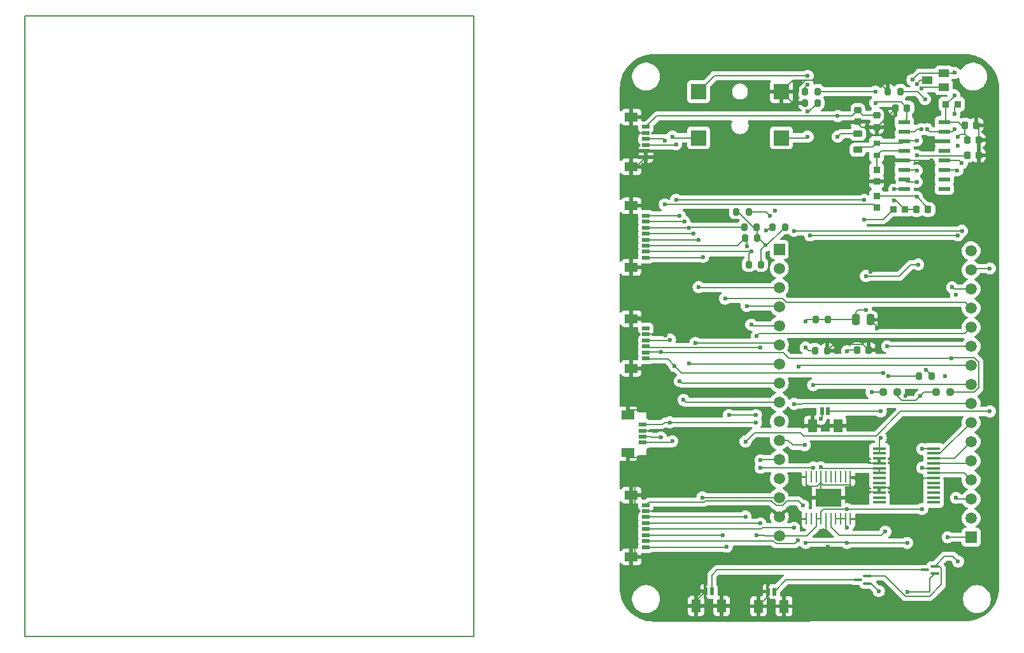
<source format=gbr>
%TF.GenerationSoftware,KiCad,Pcbnew,8.0.5*%
%TF.CreationDate,2024-11-08T18:41:50-05:00*%
%TF.ProjectId,Main,4d61696e-2e6b-4696-9361-645f70636258,rev?*%
%TF.SameCoordinates,Original*%
%TF.FileFunction,Copper,L1,Top*%
%TF.FilePolarity,Positive*%
%FSLAX46Y46*%
G04 Gerber Fmt 4.6, Leading zero omitted, Abs format (unit mm)*
G04 Created by KiCad (PCBNEW 8.0.5) date 2024-11-08 18:41:50*
%MOMM*%
%LPD*%
G01*
G04 APERTURE LIST*
G04 Aperture macros list*
%AMRoundRect*
0 Rectangle with rounded corners*
0 $1 Rounding radius*
0 $2 $3 $4 $5 $6 $7 $8 $9 X,Y pos of 4 corners*
0 Add a 4 corners polygon primitive as box body*
4,1,4,$2,$3,$4,$5,$6,$7,$8,$9,$2,$3,0*
0 Add four circle primitives for the rounded corners*
1,1,$1+$1,$2,$3*
1,1,$1+$1,$4,$5*
1,1,$1+$1,$6,$7*
1,1,$1+$1,$8,$9*
0 Add four rect primitives between the rounded corners*
20,1,$1+$1,$2,$3,$4,$5,0*
20,1,$1+$1,$4,$5,$6,$7,0*
20,1,$1+$1,$6,$7,$8,$9,0*
20,1,$1+$1,$8,$9,$2,$3,0*%
G04 Aperture macros list end*
%TA.AperFunction,Conductor*%
%ADD10C,0.200000*%
%TD*%
%TA.AperFunction,SMDPad,CuDef*%
%ADD11RoundRect,0.037500X0.542500X0.112500X-0.542500X0.112500X-0.542500X-0.112500X0.542500X-0.112500X0*%
%TD*%
%TA.AperFunction,SMDPad,CuDef*%
%ADD12RoundRect,0.218750X-0.381250X0.218750X-0.381250X-0.218750X0.381250X-0.218750X0.381250X0.218750X0*%
%TD*%
%TA.AperFunction,SMDPad,CuDef*%
%ADD13RoundRect,0.200000X-0.200000X-0.275000X0.200000X-0.275000X0.200000X0.275000X-0.200000X0.275000X0*%
%TD*%
%TA.AperFunction,SMDPad,CuDef*%
%ADD14R,1.750000X0.450000*%
%TD*%
%TA.AperFunction,SMDPad,CuDef*%
%ADD15RoundRect,0.225000X0.225000X0.250000X-0.225000X0.250000X-0.225000X-0.250000X0.225000X-0.250000X0*%
%TD*%
%TA.AperFunction,SMDPad,CuDef*%
%ADD16R,0.500000X1.000000*%
%TD*%
%TA.AperFunction,SMDPad,CuDef*%
%ADD17R,1.200000X1.700000*%
%TD*%
%TA.AperFunction,SMDPad,CuDef*%
%ADD18R,1.400000X1.000000*%
%TD*%
%TA.AperFunction,SMDPad,CuDef*%
%ADD19R,0.930000X0.870000*%
%TD*%
%TA.AperFunction,SMDPad,CuDef*%
%ADD20RoundRect,0.225000X-0.250000X0.225000X-0.250000X-0.225000X0.250000X-0.225000X0.250000X0.225000X0*%
%TD*%
%TA.AperFunction,SMDPad,CuDef*%
%ADD21RoundRect,0.200000X0.200000X0.275000X-0.200000X0.275000X-0.200000X-0.275000X0.200000X-0.275000X0*%
%TD*%
%TA.AperFunction,ComponentPad*%
%ADD22R,1.500000X1.500000*%
%TD*%
%TA.AperFunction,ComponentPad*%
%ADD23C,1.500000*%
%TD*%
%TA.AperFunction,SMDPad,CuDef*%
%ADD24R,1.000000X0.500000*%
%TD*%
%TA.AperFunction,SMDPad,CuDef*%
%ADD25R,1.700000X1.200000*%
%TD*%
%TA.AperFunction,SMDPad,CuDef*%
%ADD26R,2.006600X2.006600*%
%TD*%
%TA.AperFunction,SMDPad,CuDef*%
%ADD27RoundRect,0.237500X-0.250000X-0.237500X0.250000X-0.237500X0.250000X0.237500X-0.250000X0.237500X0*%
%TD*%
%TA.AperFunction,SMDPad,CuDef*%
%ADD28R,0.250000X1.550000*%
%TD*%
%TA.AperFunction,SMDPad,CuDef*%
%ADD29R,3.380000X2.400000*%
%TD*%
%TA.AperFunction,SMDPad,CuDef*%
%ADD30R,0.870000X0.930000*%
%TD*%
%TA.AperFunction,SMDPad,CuDef*%
%ADD31RoundRect,0.225000X-0.225000X-0.250000X0.225000X-0.250000X0.225000X0.250000X-0.225000X0.250000X0*%
%TD*%
%TA.AperFunction,SMDPad,CuDef*%
%ADD32RoundRect,0.250000X-0.250000X-0.475000X0.250000X-0.475000X0.250000X0.475000X-0.250000X0.475000X0*%
%TD*%
%TA.AperFunction,SMDPad,CuDef*%
%ADD33RoundRect,0.073750X-0.716250X-0.221250X0.716250X-0.221250X0.716250X0.221250X-0.716250X0.221250X0*%
%TD*%
%TA.AperFunction,SMDPad,CuDef*%
%ADD34R,0.930000X0.790000*%
%TD*%
%TA.AperFunction,ViaPad*%
%ADD35C,0.600000*%
%TD*%
G04 APERTURE END LIST*
%TO.N,LCD_DIN*%
D10*
X50000000Y-49500000D02*
X109690000Y-49500000D01*
X109690000Y-132050000D01*
X50000000Y-132050000D01*
X50000000Y-49500000D01*
%TO.N,GND*%
X131535534Y-109035534D02*
X131535534Y-108035534D01*
X130535534Y-90035534D02*
X130535534Y-96035534D01*
X130535534Y-83035534D02*
X130535534Y-74535534D01*
X135035534Y-90035534D02*
X135035534Y-92035534D01*
X134535534Y-89535534D02*
X135035534Y-90035534D01*
X130535534Y-89535534D02*
X134535534Y-89535534D01*
X131035534Y-113035534D02*
X131035534Y-109535534D01*
X131035534Y-113535534D02*
X131035534Y-121535534D01*
X131035534Y-109535534D02*
X131535534Y-109035534D01*
X154765534Y-104075534D02*
X158265534Y-104075534D01*
%TO.N,LCD_DIN*%
X176265534Y-83075534D02*
X178265534Y-83075534D01*
%TD*%
D11*
%TO.P,Q2,1,D*%
%TO.N,3V3EXT*%
X170920534Y-123665534D03*
%TO.P,Q2,2,G*%
%TO.N,VBR_MTR_EN1*%
X170920534Y-122665534D03*
%TO.P,Q2,3,S*%
%TO.N,Net-(Q2-S)*%
X169610534Y-123165534D03*
%TD*%
%TO.P,Q1,1,D*%
%TO.N,3V3EXT*%
X162000000Y-125000000D03*
%TO.P,Q1,2,G*%
%TO.N,VBR_MTR_EN1*%
X162000000Y-124000000D03*
%TO.P,Q1,3,S*%
%TO.N,Net-(Q1-S)*%
X160690000Y-124500000D03*
%TD*%
D12*
%TO.P,L1,1,1*%
%TO.N,/Load_Cell_and_Amplifier/AVDD*%
X160705534Y-65148034D03*
%TO.P,L1,2,2*%
%TO.N,Net-(Q3-C)*%
X160705534Y-67273034D03*
%TD*%
D13*
%TO.P,R10,1*%
%TO.N,3V3EXT*%
X144535534Y-75535534D03*
%TO.P,R10,2*%
%TO.N,ANO_SW2*%
X146185534Y-75535534D03*
%TD*%
D14*
%TO.P,U1,1,AO1*%
%TO.N,Net-(J6-Pad2)*%
X163565534Y-107025534D03*
%TO.P,U1,2,AO1*%
X163565534Y-107675534D03*
%TO.P,U1,3,PGND1*%
%TO.N,GND*%
X163565534Y-108325534D03*
%TO.P,U1,4,PGND1*%
X163565534Y-108975534D03*
%TO.P,U1,5,AO2*%
%TO.N,Net-(J6-Pad1)*%
X163565534Y-109625534D03*
%TO.P,U1,6,AO2*%
X163565534Y-110275534D03*
%TO.P,U1,7,BO2*%
%TO.N,unconnected-(U1-BO2-Pad7)*%
X163565534Y-110925534D03*
%TO.P,U1,8,BO2*%
%TO.N,unconnected-(U1-BO2-Pad7)_1*%
X163565534Y-111575534D03*
%TO.P,U1,9,PGND2*%
%TO.N,GND*%
X163565534Y-112225534D03*
%TO.P,U1,10,PGND2*%
X163565534Y-112875534D03*
%TO.P,U1,11,BO1*%
%TO.N,unconnected-(U1-BO1-Pad11)*%
X163565534Y-113525534D03*
%TO.P,U1,12,BO1*%
%TO.N,unconnected-(U1-BO1-Pad11)_1*%
X163565534Y-114175534D03*
%TO.P,U1,13,VM2*%
%TO.N,unconnected-(U1-VM2-Pad13)*%
X170765534Y-114175534D03*
%TO.P,U1,14,VM3*%
%TO.N,unconnected-(U1-VM3-Pad14)*%
X170765534Y-113525534D03*
%TO.P,U1,15,PWMB*%
%TO.N,unconnected-(U1-PWMB-Pad15)*%
X170765534Y-112875534D03*
%TO.P,U1,16,BIN2*%
%TO.N,unconnected-(U1-BIN2-Pad16)*%
X170765534Y-112225534D03*
%TO.P,U1,17,BIN1*%
%TO.N,unconnected-(U1-BIN1-Pad17)*%
X170765534Y-111575534D03*
%TO.P,U1,18,GND*%
%TO.N,GND*%
X170765534Y-110925534D03*
%TO.P,U1,19,STBY*%
%TO.N,MTR_EN1*%
X170765534Y-110275534D03*
%TO.P,U1,20,VCC*%
%TO.N,5VEXT*%
X170765534Y-109625534D03*
%TO.P,U1,21,AIN1*%
%TO.N,MTR_DIR1*%
X170765534Y-108975534D03*
%TO.P,U1,22,AIN2*%
%TO.N,MTR_DIR2*%
X170765534Y-108325534D03*
%TO.P,U1,23,PWMA*%
%TO.N,MTR_IN1*%
X170765534Y-107675534D03*
%TO.P,U1,24,VM1*%
%TO.N,5VEXT*%
X170765534Y-107025534D03*
%TD*%
D15*
%TO.P,C8,1,1*%
%TO.N,Net-(U3-INA-)*%
X170050000Y-75210534D03*
%TO.P,C8,2,2*%
%TO.N,Net-(U3-INA+)*%
X168500000Y-75210534D03*
%TD*%
D16*
%TO.P,J5,1,1*%
%TO.N,GND*%
X140500000Y-126000000D03*
%TO.P,J5,2,2*%
%TO.N,Net-(Q2-S)*%
X141300000Y-126000000D03*
D17*
%TO.P,J5,MP1,MP1*%
%TO.N,GND*%
X139200000Y-127950000D03*
%TO.P,J5,MP2,MP2*%
X142600000Y-127950000D03*
%TD*%
D18*
%TO.P,Q3,1,B*%
%TO.N,Net-(Q3-B)*%
X172135534Y-58985534D03*
%TO.P,Q3,2,E*%
%TO.N,5VEXT*%
X172135534Y-57085534D03*
%TO.P,Q3,3,C*%
%TO.N,Net-(Q3-C)*%
X169935534Y-58035534D03*
%TD*%
D19*
%TO.P,R4,1,1*%
%TO.N,GND*%
X163205534Y-71490534D03*
%TO.P,R4,2,2*%
%TO.N,Net-(U3-VFB)*%
X163205534Y-69930534D03*
%TD*%
D20*
%TO.P,C5,1,1*%
%TO.N,/Load_Cell_and_Amplifier/AVDD*%
X163205534Y-62715534D03*
%TO.P,C5,2,2*%
%TO.N,GND*%
X163205534Y-64265534D03*
%TD*%
D21*
%TO.P,R13,1*%
%TO.N,3V3EXT*%
X147860534Y-82535534D03*
%TO.P,R13,2*%
%TO.N,ANO_SW5*%
X146210534Y-82535534D03*
%TD*%
D22*
%TO.P,J8,1,1*%
%TO.N,unconnected-(J8-Pad1)*%
X150265534Y-80535534D03*
D23*
%TO.P,J8,2,2*%
%TO.N,unconnected-(J8-Pad2)*%
X150265534Y-83075534D03*
%TO.P,J8,3,3*%
%TO.N,ANO_SW3*%
X150265534Y-85615534D03*
%TO.P,J8,4,4*%
%TO.N,ANO_SW4*%
X150265534Y-88155534D03*
%TO.P,J8,5,5*%
%TO.N,ANO_SW5*%
X150265534Y-90695534D03*
%TO.P,J8,6,6*%
%TO.N,ANO_SW2*%
X150265534Y-93235534D03*
%TO.P,J8,7,7*%
%TO.N,ANO_SW1*%
X150265534Y-95775534D03*
%TO.P,J8,8,8*%
%TO.N,ANO_ENCA*%
X150265534Y-98315534D03*
%TO.P,J8,9,9*%
%TO.N,ANO_ENCB*%
X150265534Y-100855534D03*
%TO.P,J8,10,10*%
%TO.N,W_DAT*%
X150265534Y-103395534D03*
%TO.P,J8,11,11*%
%TO.N,W_SCK*%
X150265534Y-105935534D03*
%TO.P,J8,12,12*%
%TO.N,IMU_VOUT*%
X150265534Y-108475534D03*
%TO.P,J8,13,13*%
%TO.N,ANO_COMB*%
X150265534Y-111015534D03*
%TO.P,J8,14,14*%
%TO.N,ANO_COMA*%
X150265534Y-113555534D03*
%TO.P,J8,15,15*%
%TO.N,GND*%
X150265534Y-116095534D03*
%TO.P,J8,16,16*%
%TO.N,5VEXT*%
X150265534Y-118635534D03*
%TD*%
D24*
%TO.P,J1,1,1*%
%TO.N,unconnected-(J1-Pad1)*%
X132535534Y-91035534D03*
%TO.P,J1,2,2*%
%TO.N,GND*%
X132535534Y-91835534D03*
%TO.P,J1,3,3*%
%TO.N,5VEXT*%
X132535534Y-92635534D03*
%TO.P,J1,4,4*%
%TO.N,IMU_VOUT*%
X132535534Y-93435534D03*
%TO.P,J1,5,5*%
%TO.N,SCL*%
X132535534Y-94235534D03*
%TO.P,J1,6,6*%
%TO.N,SDA*%
X132535534Y-95035534D03*
D25*
%TO.P,J1,7,MP1*%
%TO.N,GND*%
X130585534Y-89735534D03*
%TO.P,J1,8,MP2*%
X130585534Y-96335534D03*
%TD*%
D13*
%TO.P,R2,1*%
%TO.N,3V3EXT*%
X154995534Y-93995534D03*
%TO.P,R2,2*%
%TO.N,GND*%
X156645534Y-93995534D03*
%TD*%
D24*
%TO.P,J10,1,1*%
%TO.N,/Load_Cell_and_Amplifier/AVDD*%
X132535534Y-64235534D03*
%TO.P,J10,2,2*%
%TO.N,GND*%
X132535534Y-65035534D03*
%TO.P,J10,3,3*%
%TO.N,/Load_Cell_and_Amplifier/A-*%
X132535534Y-65835534D03*
%TO.P,J10,4,4*%
%TO.N,/Load_Cell_and_Amplifier/A+*%
X132535534Y-66635534D03*
%TO.P,J10,5,5*%
%TO.N,GND*%
X132535534Y-67435534D03*
%TO.P,J10,6,6*%
X132535534Y-68235534D03*
D25*
%TO.P,J10,7,MP1*%
X130585534Y-62935534D03*
%TO.P,J10,8,MP2*%
X130585534Y-69535534D03*
%TD*%
D24*
%TO.P,J11,1,1*%
%TO.N,5VEXT*%
X132085534Y-103835534D03*
%TO.P,J11,2,2*%
%TO.N,GND*%
X132085534Y-104635534D03*
%TO.P,J11,3,3*%
%TO.N,SCL*%
X132085534Y-105435534D03*
%TO.P,J11,4,4*%
%TO.N,SDA*%
X132085534Y-106235534D03*
D25*
%TO.P,J11,S1,SHIELD*%
%TO.N,GND*%
X130135534Y-102535534D03*
%TO.P,J11,S2,SHIELD*%
X130135534Y-107535534D03*
%TD*%
D21*
%TO.P,R9,1*%
%TO.N,3V3EXT*%
X147245534Y-77575534D03*
%TO.P,R9,2*%
%TO.N,ANO_SW1*%
X145595534Y-77575534D03*
%TD*%
D13*
%TO.P,DNP3,1*%
%TO.N,GND*%
X164710534Y-59535534D03*
%TO.P,DNP3,2*%
%TO.N,Net-(U3-RATE)*%
X166360534Y-59535534D03*
%TD*%
D16*
%TO.P,J4,1,1*%
%TO.N,GND*%
X148800000Y-126050000D03*
%TO.P,J4,2,2*%
%TO.N,Net-(Q1-S)*%
X149600000Y-126050000D03*
D17*
%TO.P,J4,MP1,MP1*%
%TO.N,GND*%
X147500000Y-128000000D03*
%TO.P,J4,MP2,MP2*%
X150900000Y-128000000D03*
%TD*%
D20*
%TO.P,C3,1,1*%
%TO.N,/Load_Cell_and_Amplifier/AVDD*%
X160705534Y-62000000D03*
%TO.P,C3,2,2*%
%TO.N,GND*%
X160705534Y-63550000D03*
%TD*%
D26*
%TO.P,J7,1A,1A*%
%TO.N,GND*%
X150535534Y-59535534D03*
%TO.P,J7,1B,1B*%
%TO.N,Net-(DNP2-Pad1)*%
X150535534Y-65685535D03*
%TO.P,J7,2,2*%
%TO.N,Net-(DNP1-Pad1)*%
X139535536Y-59535534D03*
%TO.P,J7,3,3*%
%TO.N,5VEXT*%
X139535536Y-65685535D03*
%TD*%
D15*
%TO.P,C9,1,1*%
%TO.N,GND*%
X176775000Y-68000000D03*
%TO.P,C9,2,2*%
%TO.N,Net-(U3-VBG)*%
X175225000Y-68000000D03*
%TD*%
D27*
%TO.P,R15,1*%
%TO.N,SDA*%
X164123034Y-99535534D03*
%TO.P,R15,2*%
%TO.N,3V3EXT*%
X165948034Y-99535534D03*
%TD*%
D28*
%TO.P,U4,P$1,GND/HEATSINK1*%
%TO.N,GND*%
X153865534Y-116395534D03*
%TO.P,U4,P$2,NC1*%
%TO.N,unconnected-(U4-NC1-PadP$2)*%
X154515534Y-116395534D03*
%TO.P,U4,P$3,IN1*%
%TO.N,5VEXT*%
X155165534Y-116395534D03*
%TO.P,U4,P$4,IN2*%
X155815534Y-116395534D03*
%TO.P,U4,P$5,EN'*%
%TO.N,GND*%
X156465534Y-116395534D03*
%TO.P,U4,P$6,RESET'_OR_PG*%
%TO.N,Net-(U4-RESET'_OR_PG)*%
X157115534Y-116395534D03*
%TO.P,U4,P$7,FB/SENSE*%
%TO.N,3V3EXT*%
X157765534Y-116395534D03*
%TO.P,U4,P$8,OUTPUT1*%
X158415534Y-116395534D03*
%TO.P,U4,P$9,OUTPUT2*%
X159065534Y-116395534D03*
%TO.P,U4,P$10,GND/HEATSINK2*%
%TO.N,GND*%
X159715534Y-116395534D03*
%TO.P,U4,P$11,GND/HEATSINK3*%
X159715534Y-110795534D03*
%TO.P,U4,P$12,NC2*%
%TO.N,unconnected-(U4-NC2-PadP$12)*%
X159065534Y-110795534D03*
%TO.P,U4,P$13,NC3*%
%TO.N,unconnected-(U4-NC3-PadP$13)*%
X158415534Y-110795534D03*
%TO.P,U4,P$14,NC4*%
%TO.N,unconnected-(U4-NC4-PadP$14)*%
X157765534Y-110795534D03*
%TO.P,U4,P$15,NC5*%
%TO.N,unconnected-(U4-NC5-PadP$15)*%
X157115534Y-110795534D03*
%TO.P,U4,P$16,NC6*%
%TO.N,unconnected-(U4-NC6-PadP$16)*%
X156465534Y-110795534D03*
%TO.P,U4,P$17,GND*%
%TO.N,GND*%
X155815534Y-110795534D03*
%TO.P,U4,P$18,NC7*%
%TO.N,unconnected-(U4-NC7-PadP$18)*%
X155165534Y-110795534D03*
%TO.P,U4,P$19,NC8*%
%TO.N,unconnected-(U4-NC8-PadP$19)*%
X154515534Y-110795534D03*
%TO.P,U4,P$20,GND/HEATSINK4*%
%TO.N,GND*%
X153865534Y-110795534D03*
D29*
%TO.P,U4,P$21,GND*%
X156790534Y-113595534D03*
%TD*%
D15*
%TO.P,C4,1,1*%
%TO.N,5VEXT*%
X167261534Y-61710534D03*
%TO.P,C4,2,2*%
%TO.N,GND*%
X165711534Y-61710534D03*
%TD*%
D24*
%TO.P,J2,1,1*%
%TO.N,ANO_ENCA*%
X132535534Y-76035534D03*
%TO.P,J2,2,2*%
%TO.N,ANO_ENCB*%
X132535534Y-76835534D03*
%TO.P,J2,3,3*%
%TO.N,ANO_SW1*%
X132535534Y-77635534D03*
%TO.P,J2,4,4*%
%TO.N,ANO_SW2*%
X132535534Y-78435534D03*
%TO.P,J2,5,5*%
%TO.N,ANO_SW3*%
X132535534Y-79235534D03*
%TO.P,J2,6,6*%
%TO.N,ANO_SW4*%
X132535534Y-80035534D03*
%TO.P,J2,7,7*%
%TO.N,ANO_SW5*%
X132535534Y-80835534D03*
%TO.P,J2,8,8*%
%TO.N,ANO_COMA*%
X132535534Y-81635534D03*
D25*
%TO.P,J2,MP1,MP1*%
%TO.N,GND*%
X130585534Y-74735534D03*
%TO.P,J2,MP2,MP2*%
X130585534Y-82935534D03*
%TD*%
D30*
%TO.P,R6,1,1*%
%TO.N,/Load_Cell_and_Amplifier/A+*%
X165425534Y-75210534D03*
%TO.P,R6,2,2*%
%TO.N,Net-(U3-INA+)*%
X166985534Y-75210534D03*
%TD*%
D24*
%TO.P,J3,1,1*%
%TO.N,3V3EXT*%
X132535534Y-114535534D03*
%TO.P,J3,2,2*%
%TO.N,GND*%
X132535534Y-115335534D03*
%TO.P,J3,3,3*%
%TO.N,LCD_DIN*%
X132535534Y-116135534D03*
%TO.P,J3,4,4*%
%TO.N,LCD_CLK*%
X132535534Y-116935534D03*
%TO.P,J3,5,5*%
%TO.N,LCD_CS*%
X132535534Y-117735534D03*
%TO.P,J3,6,6*%
%TO.N,LCD_DS*%
X132535534Y-118535534D03*
%TO.P,J3,7,7*%
%TO.N,LCD_RST*%
X132535534Y-119335534D03*
%TO.P,J3,8,8*%
%TO.N,LCD_BL*%
X132535534Y-120135534D03*
D25*
%TO.P,J3,MP1,MP1*%
%TO.N,GND*%
X130585534Y-113235534D03*
%TO.P,J3,MP2,MP2*%
X130585534Y-121435534D03*
%TD*%
D19*
%TO.P,R5,1,1*%
%TO.N,/Load_Cell_and_Amplifier/A-*%
X163205534Y-74990534D03*
%TO.P,R5,2,2*%
%TO.N,Net-(U3-INA-)*%
X163205534Y-73430534D03*
%TD*%
D31*
%TO.P,C6,1,1*%
%TO.N,5VEXT*%
X175225000Y-66000000D03*
%TO.P,C6,2,2*%
%TO.N,GND*%
X176775000Y-66000000D03*
%TD*%
%TO.P,C7,1,1*%
%TO.N,5VEXT*%
X174930534Y-64000000D03*
%TO.P,C7,2,2*%
%TO.N,GND*%
X176480534Y-64000000D03*
%TD*%
D22*
%TO.P,J9,1,1*%
%TO.N,3V3EXT*%
X175765534Y-118815534D03*
D23*
%TO.P,J9,2,2*%
%TO.N,unconnected-(J9-Pad2)*%
X175765534Y-116275534D03*
%TO.P,J9,3,3*%
%TO.N,VBR_MTR_EN1*%
X175765534Y-113735534D03*
%TO.P,J9,4,4*%
%TO.N,MTR_EN1*%
X175765534Y-111195534D03*
%TO.P,J9,5,5*%
%TO.N,MTR_DIR1*%
X175765534Y-108655534D03*
%TO.P,J9,6,6*%
%TO.N,MTR_DIR2*%
X175765534Y-106115534D03*
%TO.P,J9,7,7*%
%TO.N,MTR_IN1*%
X175765534Y-103575534D03*
%TO.P,J9,8,8*%
%TO.N,LCD_CS*%
X175765534Y-101035534D03*
%TO.P,J9,9,9*%
%TO.N,LCD_CLK*%
X175765534Y-98495534D03*
%TO.P,J9,10,10*%
%TO.N,LCD_RST*%
X175765534Y-95955534D03*
%TO.P,J9,11,11*%
%TO.N,SDA*%
X175765534Y-93415534D03*
%TO.P,J9,12,12*%
%TO.N,LCD_BL*%
X175765534Y-90875534D03*
%TO.P,J9,13,13*%
%TO.N,LCD_DS*%
X175765534Y-88335534D03*
%TO.P,J9,14,14*%
%TO.N,SCL*%
X175765534Y-85795534D03*
%TO.P,J9,15,15*%
%TO.N,LCD_DIN*%
X175765534Y-83255534D03*
%TO.P,J9,16,16*%
%TO.N,unconnected-(J9-Pad16)*%
X175765534Y-80715534D03*
%TD*%
D30*
%TO.P,R7,1,1*%
%TO.N,Net-(U3-RATE)*%
X173985534Y-61210534D03*
%TO.P,R7,2,2*%
%TO.N,5VEXT*%
X172425534Y-61210534D03*
%TD*%
D32*
%TO.P,C1,1*%
%TO.N,3V3EXT*%
X160465534Y-89895534D03*
%TO.P,C1,2*%
%TO.N,GND*%
X162365534Y-89895534D03*
%TD*%
D21*
%TO.P,R11,1*%
%TO.N,3V3EXT*%
X151035534Y-77575534D03*
%TO.P,R11,2*%
%TO.N,ANO_SW3*%
X149385534Y-77575534D03*
%TD*%
D13*
%TO.P,R8,1*%
%TO.N,Net-(U4-RESET'_OR_PG)*%
X168845534Y-97395534D03*
%TO.P,R8,2*%
%TO.N,3V3EXT*%
X170495534Y-97395534D03*
%TD*%
%TO.P,R1,1*%
%TO.N,3V3EXT*%
X155090534Y-89895534D03*
%TO.P,R1,2*%
X156740534Y-89895534D03*
%TD*%
D33*
%TO.P,U3,1,VSUP*%
%TO.N,5VEXT*%
X166865534Y-63590534D03*
%TO.P,U3,2,BASE*%
%TO.N,Net-(Q3-B)*%
X166865534Y-64860534D03*
%TO.P,U3,3,AVDD*%
%TO.N,Net-(Q3-C)*%
X166865534Y-66130534D03*
%TO.P,U3,4,VFB*%
%TO.N,Net-(U3-VFB)*%
X166865534Y-67400534D03*
%TO.P,U3,5,AGND*%
%TO.N,GND*%
X166865534Y-68670534D03*
%TO.P,U3,6,VBG*%
%TO.N,Net-(U3-VBG)*%
X166865534Y-69940534D03*
%TO.P,U3,7,INA-*%
%TO.N,Net-(U3-INA-)*%
X166865534Y-71210534D03*
%TO.P,U3,8,INA+*%
%TO.N,Net-(U3-INA+)*%
X166865534Y-72480534D03*
%TO.P,U3,9,INB-*%
%TO.N,unconnected-(U3-INB--Pad9)*%
X172205534Y-72480534D03*
%TO.P,U3,10,INB+*%
%TO.N,unconnected-(U3-INB+-Pad10)*%
X172205534Y-71210534D03*
%TO.P,U3,11,PD_SCK*%
%TO.N,W_SCK*%
X172205534Y-69940534D03*
%TO.P,U3,12,DOUT*%
%TO.N,W_DAT*%
X172205534Y-68670534D03*
%TO.P,U3,13,XO*%
%TO.N,unconnected-(U3-XO-Pad13)*%
X172205534Y-67400534D03*
%TO.P,U3,14,XI*%
%TO.N,GND*%
X172205534Y-66130534D03*
%TO.P,U3,15,RATE*%
%TO.N,Net-(U3-RATE)*%
X172205534Y-64860534D03*
%TO.P,U3,16,DVDD*%
%TO.N,5VEXT*%
X172205534Y-63590534D03*
%TD*%
D13*
%TO.P,DNP1,1*%
%TO.N,Net-(DNP1-Pad1)*%
X153710534Y-59535534D03*
%TO.P,DNP1,2*%
%TO.N,5VEXT*%
X155360534Y-59535534D03*
%TD*%
D21*
%TO.P,DNP2,1*%
%TO.N,Net-(DNP2-Pad1)*%
X155360534Y-61035534D03*
%TO.P,DNP2,2*%
%TO.N,GND*%
X153710534Y-61035534D03*
%TD*%
D31*
%TO.P,C2,1*%
%TO.N,5VEXT*%
X160615534Y-93895534D03*
%TO.P,C2,2*%
%TO.N,GND*%
X162165534Y-93895534D03*
%TD*%
D16*
%TO.P,J6,1,1*%
%TO.N,Net-(J6-Pad1)*%
X155965534Y-102075534D03*
%TO.P,J6,2,2*%
%TO.N,Net-(J6-Pad2)*%
X156765534Y-102075534D03*
D17*
%TO.P,J6,MP1,MP1*%
%TO.N,GND*%
X154665534Y-104025534D03*
%TO.P,J6,MP2,MP2*%
X158065534Y-104025534D03*
%TD*%
D27*
%TO.P,R14,1*%
%TO.N,3V3EXT*%
X171123034Y-99535534D03*
%TO.P,R14,2*%
%TO.N,SCL*%
X172948034Y-99535534D03*
%TD*%
D34*
%TO.P,R3,1,1*%
%TO.N,Net-(U3-VFB)*%
X163205534Y-68030534D03*
%TO.P,R3,2,2*%
%TO.N,Net-(Q3-C)*%
X163205534Y-66390534D03*
%TD*%
D21*
%TO.P,R12,1*%
%TO.N,3V3EXT*%
X147360534Y-79035534D03*
%TO.P,R12,2*%
%TO.N,ANO_SW4*%
X145710534Y-79035534D03*
%TD*%
D35*
%TO.N,GND*%
X145000000Y-122000000D03*
X145000000Y-127500000D03*
%TO.N,3V3EXT*%
X163500000Y-126000000D03*
X149665534Y-75375534D03*
X167265534Y-126075534D03*
X159265534Y-119575534D03*
X168730534Y-82545534D03*
X153765534Y-90075534D03*
X161765534Y-84075534D03*
X167265534Y-119575534D03*
X159265534Y-117575534D03*
X153765534Y-119575534D03*
X169035534Y-100035534D03*
X148465534Y-79975534D03*
X153431221Y-114605534D03*
X153765534Y-93575534D03*
X172265534Y-97395534D03*
X172665534Y-118815534D03*
X161765534Y-88575534D03*
X169765534Y-96575534D03*
%TO.N,GND*%
X160535534Y-111035534D03*
X130535534Y-65035534D03*
X156765534Y-120075534D03*
X170785534Y-61535534D03*
X164535534Y-58035534D03*
X131535534Y-108185534D03*
X156785534Y-99535534D03*
X161765534Y-108575534D03*
X162265534Y-92575534D03*
X132285534Y-97535534D03*
X148500000Y-115500000D03*
X156000000Y-118500000D03*
X141535534Y-75785534D03*
X158635534Y-64035534D03*
X170535534Y-68675534D03*
X151500000Y-115000000D03*
X135135534Y-104535534D03*
X165535534Y-64535534D03*
X135035534Y-115035534D03*
X130035534Y-60535534D03*
X165535534Y-68535534D03*
X131535534Y-101885534D03*
X165535534Y-71535534D03*
X160535534Y-112805534D03*
X168535534Y-111035534D03*
X131285534Y-73285534D03*
X132035534Y-88285534D03*
X135135534Y-91969847D03*
X130535534Y-67535534D03*
X170535534Y-66535534D03*
X168535534Y-112035534D03*
X161500000Y-116500000D03*
X158535534Y-61535534D03*
X161765534Y-104175534D03*
X132035534Y-122785534D03*
X162365534Y-83525534D03*
X167035534Y-100035534D03*
X132285534Y-112035534D03*
X163265534Y-93575534D03*
X163265534Y-91075534D03*
X132035534Y-84035534D03*
%TO.N,5VEXT*%
X174035534Y-65530534D03*
X167969847Y-57969847D03*
X163035534Y-59535534D03*
X159265534Y-115075534D03*
X173535534Y-57035534D03*
X135735534Y-92541397D03*
X174035534Y-66730534D03*
X163035534Y-61035534D03*
X169265534Y-107075534D03*
X147265534Y-118575534D03*
X136035534Y-65535534D03*
X169265534Y-115075534D03*
X169265534Y-109575534D03*
X147165534Y-103535534D03*
X135735534Y-103535534D03*
X173535534Y-60035534D03*
X159265534Y-94075534D03*
%TO.N,Net-(DNP1-Pad1)*%
X154035534Y-57435534D03*
X154035534Y-58635534D03*
%TO.N,Net-(DNP2-Pad1)*%
X154035534Y-62183834D03*
X154035534Y-65535534D03*
%TO.N,Net-(U3-RATE)*%
X173535534Y-64535534D03*
X169935537Y-64535534D03*
X169635534Y-60535534D03*
X173535534Y-62535534D03*
%TO.N,Net-(U4-RESET'_OR_PG)*%
X164765534Y-97395534D03*
X164365534Y-118075534D03*
%TO.N,Net-(J6-Pad2)*%
X163765534Y-105575534D03*
X163765534Y-102075534D03*
%TO.N,Net-(J6-Pad1)*%
X155765534Y-103075534D03*
X155765534Y-109520532D03*
%TO.N,VBR_MTR_EN1*%
X173765534Y-113575534D03*
X173765534Y-86575534D03*
X174035534Y-122035534D03*
%TO.N,LCD_CLK*%
X147765534Y-109575534D03*
X154765534Y-98575534D03*
X154775751Y-109539163D03*
X147765534Y-116985534D03*
%TO.N,LCD_CS*%
X152231221Y-117575534D03*
X152231221Y-101075534D03*
%TO.N,LCD_DS*%
X143053385Y-87075534D03*
X142765534Y-118575534D03*
%TO.N,LCD_DIN*%
X145765534Y-116075534D03*
X178265534Y-83075534D03*
X178265534Y-102075534D03*
X145765534Y-106075534D03*
%TO.N,LCD_RST*%
X152831221Y-96141221D03*
X152765534Y-119235534D03*
%TO.N,LCD_BL*%
X147265534Y-92075534D03*
X143565534Y-102575534D03*
X147165534Y-102575534D03*
X143265534Y-120075534D03*
%TO.N,SDA*%
X164605534Y-93415534D03*
X136335534Y-96035534D03*
X162535534Y-99535534D03*
X136035534Y-106035534D03*
X164091715Y-96964290D03*
%TO.N,SCL*%
X173265534Y-85575534D03*
X173165534Y-95035534D03*
X134535534Y-105535534D03*
X134535534Y-94175534D03*
%TO.N,Net-(U3-INA-)*%
X168535534Y-71535534D03*
X168535534Y-73535534D03*
%TO.N,Net-(U3-INA+)*%
X165535534Y-74035534D03*
X165535534Y-72535534D03*
%TO.N,Net-(U3-VBG)*%
X168535534Y-68035534D03*
X168535534Y-70035534D03*
%TO.N,/Load_Cell_and_Amplifier/A-*%
X135035534Y-66035534D03*
X135035534Y-74535534D03*
%TO.N,/Load_Cell_and_Amplifier/A+*%
X136535534Y-66535534D03*
X161535534Y-73935534D03*
X136535534Y-73935534D03*
X161535534Y-76535534D03*
%TO.N,Net-(Q3-C)*%
X168535534Y-66035534D03*
X168535534Y-58535534D03*
%TO.N,W_DAT*%
X174547683Y-78060955D03*
X152265534Y-78075534D03*
X174535534Y-69035534D03*
%TO.N,W_SCK*%
X153665534Y-106575534D03*
X173935534Y-70035534D03*
X174035534Y-78675534D03*
X154365534Y-78675534D03*
%TO.N,Net-(Q3-B)*%
X169135534Y-64535534D03*
X169135534Y-59101221D03*
%TO.N,IMU_VOUT*%
X147765534Y-93575534D03*
X147765534Y-108575534D03*
%TO.N,ANO_SW4*%
X145935534Y-88035534D03*
X145935534Y-80135534D03*
%TO.N,ANO_ENCA*%
X137035534Y-76035534D03*
X137035534Y-98035534D03*
%TO.N,ANO_COMA*%
X140135534Y-81535534D03*
X140035534Y-113535534D03*
%TO.N,ANO_SW2*%
X149035534Y-76035534D03*
X138835534Y-78435534D03*
X139095534Y-92975534D03*
%TO.N,ANO_SW1*%
X138235534Y-77635534D03*
X138235534Y-95735534D03*
%TO.N,ANO_SW3*%
X139535534Y-85535534D03*
X148535534Y-78035534D03*
X139535534Y-79235534D03*
%TO.N,ANO_SW5*%
X146535534Y-80835534D03*
X146535534Y-90535534D03*
%TO.N,ANO_ENCB*%
X137635534Y-76835534D03*
X137535534Y-100535534D03*
%TO.N,/Load_Cell_and_Amplifier/AVDD*%
X158035534Y-62783834D03*
X158035534Y-65535534D03*
%TD*%
D10*
%TO.N,GND*%
X148800000Y-126050000D02*
X148800000Y-126700000D01*
X148800000Y-126700000D02*
X147500000Y-128000000D01*
X139200000Y-127300000D02*
X139200000Y-127950000D01*
X140500000Y-126000000D02*
X139200000Y-127300000D01*
X144550000Y-127950000D02*
X139200000Y-127950000D01*
X145000000Y-127500000D02*
X144550000Y-127950000D01*
X146000000Y-128000000D02*
X150900000Y-128000000D01*
X145500000Y-127500000D02*
X146000000Y-128000000D01*
X145000000Y-127500000D02*
X145500000Y-127500000D01*
X154841068Y-122000000D02*
X156765534Y-120075534D01*
X145000000Y-122000000D02*
X154841068Y-122000000D01*
%TO.N,Net-(Q1-S)*%
X151150000Y-124500000D02*
X149600000Y-126050000D01*
X160690000Y-124500000D02*
X151150000Y-124500000D01*
%TO.N,3V3EXT*%
X162500000Y-125000000D02*
X163500000Y-126000000D01*
X162000000Y-125000000D02*
X162500000Y-125000000D01*
%TO.N,VBR_MTR_EN1*%
X171500534Y-122665534D02*
X170920534Y-122665534D01*
X171800534Y-122965534D02*
X171500534Y-122665534D01*
X171800534Y-125106219D02*
X171800534Y-122965534D01*
X167017005Y-126675534D02*
X170231219Y-126675534D01*
X164341471Y-124000000D02*
X167017005Y-126675534D01*
X162000000Y-124000000D02*
X164341471Y-124000000D01*
X170231219Y-126675534D02*
X171800534Y-125106219D01*
X173355534Y-121355534D02*
X174035534Y-122035534D01*
X170920534Y-122665534D02*
X172230534Y-121355534D01*
X172230534Y-121355534D02*
X173355534Y-121355534D01*
%TO.N,Net-(Q2-S)*%
X141984466Y-123165534D02*
X141300000Y-123850000D01*
X141300000Y-123850000D02*
X141300000Y-126000000D01*
X169610534Y-123165534D02*
X141984466Y-123165534D01*
%TO.N,3V3EXT*%
X170265534Y-124320534D02*
X170920534Y-123665534D01*
X170265534Y-126075534D02*
X170265534Y-124320534D01*
X155003034Y-89895534D02*
X153945534Y-89895534D01*
X147245534Y-77575534D02*
X146845534Y-77575534D01*
X149830609Y-114605534D02*
X149225075Y-114000000D01*
X149740534Y-75450534D02*
X149665534Y-75375534D01*
X152825687Y-114000000D02*
X151305993Y-114000000D01*
X172665534Y-118815534D02*
X175765534Y-118815534D01*
X149225075Y-114000000D02*
X140419597Y-114000000D01*
X151305993Y-114000000D02*
X150700459Y-114605534D01*
X159065534Y-116395534D02*
X157765534Y-116395534D01*
X170495534Y-97395534D02*
X170495534Y-97305534D01*
X153945534Y-89895534D02*
X153765534Y-90075534D01*
X154185534Y-93995534D02*
X153765534Y-93575534D01*
X166048034Y-99435534D02*
X165948034Y-99535534D01*
X169035534Y-100035534D02*
X168435534Y-100635534D01*
X159065534Y-116395534D02*
X159065534Y-117375534D01*
X167765534Y-82545534D02*
X166185534Y-84125534D01*
X155003034Y-89895534D02*
X160465534Y-89895534D01*
X146845534Y-77575534D02*
X144805534Y-75535534D01*
X147360534Y-79035534D02*
X147525534Y-79035534D01*
X153765534Y-119575534D02*
X153865534Y-119475534D01*
X144805534Y-75535534D02*
X144535534Y-75535534D01*
X147860534Y-82535534D02*
X147860534Y-80580534D01*
X151035534Y-77575534D02*
X148635534Y-79975534D01*
X150700459Y-114605534D02*
X149830609Y-114605534D01*
X147860534Y-80580534D02*
X148465534Y-79975534D01*
X147360534Y-79035534D02*
X147360534Y-77690534D01*
X161765534Y-88575534D02*
X160765534Y-88575534D01*
X160465534Y-88875534D02*
X160465534Y-89895534D01*
X140419597Y-114000000D02*
X140284063Y-114135534D01*
X161815534Y-84125534D02*
X161765534Y-84075534D01*
X154995534Y-93995534D02*
X154185534Y-93995534D01*
X170265534Y-126075534D02*
X167265534Y-126075534D01*
X166185534Y-84125534D02*
X161815534Y-84125534D01*
X159165534Y-119475534D02*
X159265534Y-119575534D01*
X147360534Y-77690534D02*
X147245534Y-77575534D01*
X168435534Y-100635534D02*
X166573034Y-100635534D01*
X155003034Y-89895534D02*
X156828034Y-89895534D01*
X147525534Y-79035534D02*
X148465534Y-79975534D01*
X132935534Y-114135534D02*
X132535534Y-114535534D01*
X159065534Y-117375534D02*
X159265534Y-117575534D01*
X165948034Y-100010534D02*
X165948034Y-99535534D01*
X153865534Y-119475534D02*
X159165534Y-119475534D01*
X166573034Y-100635534D02*
X165948034Y-100010534D01*
X168730534Y-82545534D02*
X167765534Y-82545534D01*
X140284063Y-114135534D02*
X132935534Y-114135534D01*
X160765534Y-88575534D02*
X160465534Y-88875534D01*
X170495534Y-97305534D02*
X169765534Y-96575534D01*
X153431221Y-114605534D02*
X152825687Y-114000000D01*
X159065534Y-116395534D02*
X158415534Y-116395534D01*
X148635534Y-79975534D02*
X148465534Y-79975534D01*
X169035534Y-100035534D02*
X169535534Y-99535534D01*
X159265534Y-119575534D02*
X167265534Y-119575534D01*
X169535534Y-99535534D02*
X171123034Y-99535534D01*
%TO.N,GND*%
X132535534Y-91835534D02*
X135001221Y-91835534D01*
X158635534Y-64035534D02*
X158898534Y-63772534D01*
X130585534Y-69535534D02*
X131235534Y-69535534D01*
X130535534Y-67535534D02*
X131535534Y-67535534D01*
X130535534Y-65035534D02*
X130535534Y-64035534D01*
X161203534Y-64270534D02*
X160705534Y-63772534D01*
X176775000Y-68000000D02*
X176775000Y-66000000D01*
X170535534Y-68675534D02*
X169895534Y-68675534D01*
X130785534Y-63285534D02*
X130835534Y-63335534D01*
X165490534Y-71490534D02*
X163205534Y-71490534D01*
X163265534Y-90795534D02*
X162365534Y-89895534D01*
X135035534Y-104635534D02*
X135135534Y-104535534D01*
X155815534Y-112620534D02*
X156790534Y-113595534D01*
X156645534Y-93995534D02*
X157520534Y-93120534D01*
X130585534Y-62935534D02*
X130585534Y-61085534D01*
X163565534Y-108975534D02*
X163565534Y-108325534D01*
X131535534Y-108185534D02*
X130385534Y-108185534D01*
X129735534Y-102535534D02*
X130385534Y-101885534D01*
X161395534Y-116395534D02*
X159715534Y-116395534D01*
X153865534Y-110795534D02*
X153865534Y-111770534D01*
X169890534Y-68670534D02*
X166865534Y-68670534D01*
X152035534Y-58035534D02*
X163255534Y-58035534D01*
X135001221Y-91835534D02*
X135135534Y-91969847D01*
X130535534Y-64035534D02*
X130585534Y-63985534D01*
X162165534Y-93895534D02*
X162945534Y-93895534D01*
X163265534Y-91075534D02*
X163265534Y-90795534D01*
X153710534Y-61035534D02*
X152035534Y-61035534D01*
X152035534Y-61035534D02*
X150535534Y-59535534D01*
X130385534Y-101885534D02*
X131535534Y-101885534D01*
X169645534Y-110925534D02*
X170765534Y-110925534D01*
X156040534Y-111870534D02*
X155815534Y-111645534D01*
X131635534Y-67435534D02*
X132535534Y-67435534D01*
X150535534Y-59535534D02*
X152035534Y-58035534D01*
X163565534Y-112875534D02*
X163565534Y-112225534D01*
X163205534Y-64270534D02*
X165270534Y-64270534D01*
X156465534Y-118034466D02*
X156465534Y-116395534D01*
X163205534Y-64270534D02*
X165765534Y-61710534D01*
X163565534Y-112225534D02*
X168345534Y-112225534D01*
X159615534Y-111870534D02*
X156040534Y-111870534D01*
X158898534Y-63772534D02*
X160705534Y-63772534D01*
X162165534Y-108975534D02*
X161765534Y-108575534D01*
X160535534Y-111035534D02*
X159955534Y-111035534D01*
X176775000Y-64294466D02*
X176480534Y-64000000D01*
X168345534Y-112225534D02*
X168535534Y-112035534D01*
X162165534Y-93895534D02*
X162165534Y-92675534D01*
X131535534Y-67535534D02*
X131635534Y-67435534D01*
X159715534Y-110795534D02*
X159715534Y-111770534D01*
X130535534Y-65035534D02*
X132535534Y-65035534D01*
X155815534Y-111525534D02*
X155815534Y-110795534D01*
X162945534Y-93895534D02*
X163265534Y-93575534D01*
X162165534Y-92675534D02*
X162265534Y-92575534D01*
X131235534Y-69535534D02*
X132535534Y-68235534D01*
X168535534Y-111035534D02*
X169535534Y-111035534D01*
X130585534Y-69535534D02*
X130585534Y-74735534D01*
X156000000Y-118500000D02*
X156465534Y-118034466D01*
X172205534Y-66130534D02*
X170940534Y-66130534D01*
X152855534Y-59535534D02*
X152855534Y-58967005D01*
X132535534Y-68235534D02*
X132535534Y-67435534D01*
X132785534Y-67435534D02*
X132535534Y-67435534D01*
X152855534Y-58967005D02*
X153787005Y-58035534D01*
X165535534Y-68535534D02*
X166730534Y-68535534D01*
X133735534Y-115335534D02*
X132535534Y-115335534D01*
X135035534Y-115035534D02*
X134035534Y-115035534D01*
X176775000Y-66000000D02*
X176775000Y-64294466D01*
X156765534Y-120075534D02*
X156765534Y-120775534D01*
X130585534Y-61085534D02*
X130035534Y-60535534D01*
X154170534Y-112075534D02*
X155265534Y-112075534D01*
X163495534Y-112805534D02*
X163565534Y-112875534D01*
X155815534Y-111645534D02*
X155815534Y-110795534D01*
X161500000Y-116500000D02*
X161395534Y-116395534D01*
X131685534Y-104635534D02*
X135035534Y-104635534D01*
X161615534Y-104025534D02*
X158065534Y-104025534D01*
X130035534Y-60535534D02*
X130085534Y-60535534D01*
X157520534Y-93120534D02*
X161390534Y-93120534D01*
X165270534Y-64270534D02*
X165535534Y-64535534D01*
X161765534Y-104175534D02*
X161615534Y-104025534D01*
X163205534Y-64270534D02*
X161203534Y-64270534D01*
X169535534Y-111035534D02*
X169645534Y-110925534D01*
X169895534Y-68675534D02*
X169890534Y-68670534D01*
X163565534Y-108975534D02*
X162165534Y-108975534D01*
X150535534Y-59535534D02*
X152855534Y-59535534D01*
X170940534Y-66130534D02*
X170535534Y-66535534D01*
X166730534Y-68535534D02*
X166865534Y-68670534D01*
X163255534Y-58035534D02*
X164535534Y-58035534D01*
X162165534Y-93895534D02*
X161390534Y-93120534D01*
X160535534Y-112805534D02*
X163495534Y-112805534D01*
X159715534Y-111770534D02*
X159615534Y-111870534D01*
X155815534Y-111645534D02*
X155815534Y-112620534D01*
X134035534Y-115035534D02*
X133735534Y-115335534D01*
X163255534Y-58035534D02*
X164755534Y-59535534D01*
X159955534Y-111035534D02*
X159715534Y-110795534D01*
X155265534Y-112075534D02*
X155815534Y-111525534D01*
X153865534Y-111770534D02*
X154170534Y-112075534D01*
X130585534Y-63985534D02*
X130585534Y-62935534D01*
X165535534Y-71535534D02*
X165490534Y-71490534D01*
X130385534Y-108185534D02*
X129735534Y-107535534D01*
%TO.N,5VEXT*%
X170715534Y-107075534D02*
X170765534Y-107025534D01*
X174355534Y-65210534D02*
X174035534Y-65530534D01*
X155815534Y-115420534D02*
X155815534Y-116395534D01*
X163135534Y-60935534D02*
X166486534Y-60935534D01*
X166767534Y-63492534D02*
X166865534Y-63590534D01*
X159265534Y-115075534D02*
X169265534Y-115075534D01*
X155360534Y-59535534D02*
X163035534Y-59535534D01*
X174925534Y-65210534D02*
X174355534Y-65210534D01*
X172205534Y-63590534D02*
X174090534Y-63590534D01*
X169315534Y-109625534D02*
X169265534Y-109575534D01*
X172135534Y-57085534D02*
X173485534Y-57085534D01*
X173485534Y-57085534D02*
X173535534Y-57035534D01*
X159445534Y-93895534D02*
X159265534Y-94075534D01*
X169265534Y-107075534D02*
X170715534Y-107075534D01*
X156140534Y-115095534D02*
X155815534Y-115420534D01*
X135641397Y-92635534D02*
X135735534Y-92541397D01*
X136185535Y-65685535D02*
X139535536Y-65685535D01*
X160615534Y-93895534D02*
X159445534Y-93895534D01*
X136035534Y-65535534D02*
X136185535Y-65685535D01*
X132535534Y-92635534D02*
X135641397Y-92635534D01*
X175225000Y-66000000D02*
X175225000Y-65510000D01*
X167261534Y-61710534D02*
X167261534Y-63194534D01*
X155165534Y-116395534D02*
X155165534Y-117370534D01*
X175225000Y-65510000D02*
X174925534Y-65210534D01*
X135035534Y-103535534D02*
X134735534Y-103835534D01*
X148265534Y-118575534D02*
X148325534Y-118635534D01*
X155165534Y-117370534D02*
X153900534Y-118635534D01*
X170765534Y-109625534D02*
X169315534Y-109625534D01*
X167904160Y-58035534D02*
X167969847Y-57969847D01*
X163035534Y-61035534D02*
X163135534Y-60935534D01*
X172425534Y-61210534D02*
X172425534Y-63370534D01*
X148325534Y-118635534D02*
X150265534Y-118635534D01*
X168854160Y-57085534D02*
X167969847Y-57969847D01*
X147265534Y-118575534D02*
X148265534Y-118575534D01*
X173535534Y-60100534D02*
X172425534Y-61210534D01*
X173535534Y-60035534D02*
X173535534Y-60100534D01*
X172425534Y-63370534D02*
X172205534Y-63590534D01*
X135735534Y-103535534D02*
X135035534Y-103535534D01*
X174090534Y-63590534D02*
X174925534Y-64425534D01*
X167261534Y-63194534D02*
X166865534Y-63590534D01*
X155165534Y-116395534D02*
X155815534Y-116395534D01*
X153900534Y-118635534D02*
X150265534Y-118635534D01*
X134735534Y-103835534D02*
X131685534Y-103835534D01*
X135735534Y-103535534D02*
X147165534Y-103535534D01*
X159245534Y-115095534D02*
X156140534Y-115095534D01*
X174925534Y-64425534D02*
X174925534Y-65210534D01*
X166486534Y-60935534D02*
X167261534Y-61710534D01*
X172135534Y-57085534D02*
X168854160Y-57085534D01*
X159265534Y-115075534D02*
X159245534Y-115095534D01*
%TO.N,Net-(DNP1-Pad1)*%
X153710534Y-59535534D02*
X153710534Y-58960534D01*
X141635536Y-57435534D02*
X154035534Y-57435534D01*
X153710534Y-58960534D02*
X154035534Y-58635534D01*
X139535536Y-59535534D02*
X141635536Y-57435534D01*
%TO.N,Net-(DNP2-Pad1)*%
X154212234Y-62183834D02*
X155077691Y-61318377D01*
X150535534Y-65685535D02*
X153885533Y-65685535D01*
X154035534Y-62183834D02*
X154212234Y-62183834D01*
X153885533Y-65685535D02*
X154035534Y-65535534D01*
%TO.N,Net-(U3-RATE)*%
X173535534Y-61660534D02*
X173985534Y-61210534D01*
X166315534Y-59535534D02*
X168635534Y-59535534D01*
X172205534Y-64860534D02*
X173210534Y-64860534D01*
X173535534Y-62535534D02*
X173535534Y-61660534D01*
X169935537Y-64535534D02*
X170260537Y-64860534D01*
X168635534Y-59535534D02*
X169635534Y-60535534D01*
X170260537Y-64860534D02*
X172205534Y-64860534D01*
X173210534Y-64860534D02*
X173535534Y-64535534D01*
%TO.N,Net-(U4-RESET'_OR_PG)*%
X164365534Y-118075534D02*
X163865534Y-118575534D01*
X163865534Y-118575534D02*
X158265534Y-118575534D01*
X158265534Y-118575534D02*
X157115534Y-117425534D01*
X168845534Y-97395534D02*
X164765534Y-97395534D01*
X157115534Y-117425534D02*
X157115534Y-116395534D01*
%TO.N,MTR_DIR1*%
X170765534Y-108975534D02*
X175445534Y-108975534D01*
X175445534Y-108975534D02*
X175765534Y-108655534D01*
%TO.N,Net-(J6-Pad2)*%
X163765534Y-105575534D02*
X163565534Y-105775534D01*
X163565534Y-105775534D02*
X163565534Y-107025534D01*
X156765534Y-102075534D02*
X163765534Y-102075534D01*
X163565534Y-107675534D02*
X163565534Y-107025534D01*
%TO.N,MTR_IN1*%
X170765534Y-107675534D02*
X171665534Y-107675534D01*
X171665534Y-107675534D02*
X175765534Y-103575534D01*
%TO.N,MTR_EN1*%
X174845534Y-110275534D02*
X175765534Y-111195534D01*
X170765534Y-110275534D02*
X174845534Y-110275534D01*
%TO.N,MTR_DIR2*%
X173555534Y-108325534D02*
X175765534Y-106115534D01*
X170765534Y-108325534D02*
X173555534Y-108325534D01*
%TO.N,Net-(J6-Pad1)*%
X163565534Y-109625534D02*
X155870536Y-109625534D01*
X163565534Y-110275534D02*
X163565534Y-109625534D01*
X155965534Y-102875534D02*
X155965534Y-102075534D01*
X155765534Y-103075534D02*
X155965534Y-102875534D01*
X155870536Y-109625534D02*
X155765534Y-109520532D01*
%TO.N,VBR_MTR_EN1*%
X173925534Y-113735534D02*
X175765534Y-113735534D01*
X173765534Y-113575534D02*
X173925534Y-113735534D01*
%TO.N,LCD_CLK*%
X154765534Y-98575534D02*
X154845534Y-98495534D01*
X154845534Y-98495534D02*
X175765534Y-98495534D01*
X154739380Y-109575534D02*
X154775751Y-109539163D01*
X147605534Y-117145534D02*
X147765534Y-116985534D01*
X147765534Y-109575534D02*
X154739380Y-109575534D01*
X147715534Y-116935534D02*
X147765534Y-116985534D01*
X132535534Y-116935534D02*
X132705534Y-117105534D01*
X132535534Y-116935534D02*
X147715534Y-116935534D01*
%TO.N,LCD_CS*%
X153265534Y-101075534D02*
X153305534Y-101035534D01*
X153305534Y-101035534D02*
X175765534Y-101035534D01*
X152231221Y-101075534D02*
X153265534Y-101075534D01*
X152221221Y-117585534D02*
X152231221Y-117575534D01*
X132535534Y-117735534D02*
X132725534Y-117545534D01*
X148024063Y-117575534D02*
X152231221Y-117575534D01*
X147864063Y-117735534D02*
X148024063Y-117575534D01*
X132535534Y-117735534D02*
X147864063Y-117735534D01*
%TO.N,LCD_DS*%
X150670459Y-87075534D02*
X143053385Y-87075534D01*
X175765534Y-88335534D02*
X175015534Y-87585534D01*
X132535534Y-118535534D02*
X142725534Y-118535534D01*
X175015534Y-87585534D02*
X151180459Y-87585534D01*
X142725534Y-118535534D02*
X142765534Y-118575534D01*
X151180459Y-87585534D02*
X150670459Y-87075534D01*
%TO.N,LCD_DIN*%
X166407005Y-102085534D02*
X178255534Y-102085534D01*
X153075534Y-104885534D02*
X153517005Y-105327005D01*
X163165534Y-105327005D02*
X166407005Y-102085534D01*
X178255534Y-102085534D02*
X178265534Y-102075534D01*
X145705534Y-116135534D02*
X132535534Y-116135534D01*
X153517005Y-105327005D02*
X163165534Y-105327005D01*
X145765534Y-106075534D02*
X146955534Y-104885534D01*
X146955534Y-104885534D02*
X153075534Y-104885534D01*
X145765534Y-116075534D02*
X145705534Y-116135534D01*
%TO.N,LCD_RST*%
X132535534Y-119335534D02*
X149480609Y-119335534D01*
X149830609Y-119685534D02*
X152315534Y-119685534D01*
X175765534Y-95955534D02*
X153016908Y-95955534D01*
X153016908Y-95955534D02*
X152831221Y-96141221D01*
X152315534Y-119685534D02*
X152765534Y-119235534D01*
X149480609Y-119335534D02*
X149830609Y-119685534D01*
%TO.N,LCD_BL*%
X143265534Y-120075534D02*
X143165534Y-120175534D01*
X143205534Y-120135534D02*
X143265534Y-120075534D01*
X147595534Y-91745534D02*
X147265534Y-92075534D01*
X175765534Y-90875534D02*
X174895534Y-91745534D01*
X147165534Y-102575534D02*
X143565534Y-102575534D01*
X174895534Y-91745534D02*
X147595534Y-91745534D01*
X132535534Y-120135534D02*
X143205534Y-120135534D01*
%TO.N,SDA*%
X136335534Y-96035534D02*
X137264290Y-96964290D01*
X162535534Y-99535534D02*
X164123034Y-99535534D01*
X137264290Y-96964290D02*
X164091715Y-96964290D01*
X135835534Y-106235534D02*
X131685534Y-106235534D01*
X136035534Y-106035534D02*
X135835534Y-106235534D01*
X135435534Y-95135534D02*
X132635534Y-95135534D01*
X163980471Y-97075534D02*
X164091715Y-96964290D01*
X132635534Y-95135534D02*
X132535534Y-95035534D01*
X164605534Y-93415534D02*
X175765534Y-93415534D01*
X136335534Y-96035534D02*
X135435534Y-95135534D01*
%TO.N,SCL*%
X134535534Y-105535534D02*
X133235534Y-105535534D01*
X173458034Y-99545534D02*
X176200459Y-99545534D01*
X176200459Y-94905534D02*
X173295534Y-94905534D01*
X134535534Y-94175534D02*
X132595534Y-94175534D01*
X132595534Y-94175534D02*
X132535534Y-94235534D01*
X173265534Y-85575534D02*
X173485534Y-85795534D01*
X176200459Y-99545534D02*
X176815534Y-98930459D01*
X173485534Y-85795534D02*
X175765534Y-85795534D01*
X173448034Y-99535534D02*
X173458034Y-99545534D01*
X176815534Y-95520609D02*
X176200459Y-94905534D01*
X151535534Y-95035534D02*
X150785534Y-94285534D01*
X133135534Y-105435534D02*
X131685534Y-105435534D01*
X133235534Y-105535534D02*
X133135534Y-105435534D01*
X134645534Y-94285534D02*
X134535534Y-94175534D01*
X150785534Y-94285534D02*
X134645534Y-94285534D01*
X173295534Y-94905534D02*
X173165534Y-95035534D01*
X176815534Y-98930459D02*
X176815534Y-95520609D01*
X173165534Y-95035534D02*
X151535534Y-95035534D01*
%TO.N,Net-(U3-INA-)*%
X163205534Y-73430534D02*
X168430534Y-73430534D01*
X168535534Y-73535534D02*
X170050000Y-75050000D01*
X168430534Y-73430534D02*
X168535534Y-73535534D01*
X167190534Y-71535534D02*
X166865534Y-71210534D01*
X170050000Y-75050000D02*
X170050000Y-75210534D01*
X168535534Y-71535534D02*
X167190534Y-71535534D01*
%TO.N,Net-(U3-INA+)*%
X165535534Y-74035534D02*
X165810534Y-74035534D01*
X165810534Y-74035534D02*
X166985534Y-75210534D01*
X166865534Y-72480534D02*
X165590534Y-72480534D01*
X165590534Y-72480534D02*
X165535534Y-72535534D01*
X166985534Y-75210534D02*
X168149534Y-75210534D01*
%TO.N,Net-(U3-VBG)*%
X168440534Y-69940534D02*
X166865534Y-69940534D01*
X168535534Y-70035534D02*
X168440534Y-69940534D01*
X168575534Y-68075534D02*
X168535534Y-68035534D01*
X175008534Y-68075534D02*
X168575534Y-68075534D01*
%TO.N,/Load_Cell_and_Amplifier/A-*%
X132535534Y-65835534D02*
X134835534Y-65835534D01*
X134835534Y-65835534D02*
X135035534Y-66035534D01*
X162750534Y-74535534D02*
X163205534Y-74990534D01*
X135035534Y-74535534D02*
X162750534Y-74535534D01*
%TO.N,/Load_Cell_and_Amplifier/A+*%
X136535534Y-73935534D02*
X161535534Y-73935534D01*
X161535534Y-76535534D02*
X164100534Y-76535534D01*
X164100534Y-76535534D02*
X165425534Y-75210534D01*
X132535534Y-66635534D02*
X136435534Y-66635534D01*
X136435534Y-66635534D02*
X136535534Y-66535534D01*
%TO.N,Net-(Q3-C)*%
X163205534Y-66390534D02*
X166605534Y-66390534D01*
X166605534Y-66390534D02*
X166865534Y-66130534D01*
X168535534Y-66035534D02*
X166960534Y-66035534D01*
X166960534Y-66035534D02*
X166865534Y-66130534D01*
X160705534Y-66945534D02*
X162650534Y-66945534D01*
X169935534Y-58035534D02*
X169035534Y-58035534D01*
X169035534Y-58035534D02*
X168535534Y-58535534D01*
X162650534Y-66945534D02*
X163205534Y-66390534D01*
%TO.N,Net-(U3-VFB)*%
X163835534Y-67400534D02*
X166865534Y-67400534D01*
X163205534Y-68030534D02*
X163205534Y-69930534D01*
X163205534Y-68030534D02*
X163835534Y-67400534D01*
%TO.N,W_DAT*%
X174170534Y-68670534D02*
X174535534Y-69035534D01*
X174533104Y-78075534D02*
X152265534Y-78075534D01*
X172205534Y-68670534D02*
X174170534Y-68670534D01*
X174547683Y-78060955D02*
X174533104Y-78075534D01*
%TO.N,W_SCK*%
X153665534Y-106575534D02*
X152065534Y-106575534D01*
X173840534Y-69940534D02*
X173935534Y-70035534D01*
X172205534Y-69940534D02*
X173840534Y-69940534D01*
X152065534Y-106575534D02*
X151425534Y-105935534D01*
X151425534Y-105935534D02*
X150265534Y-105935534D01*
X174035534Y-78675534D02*
X154365534Y-78675534D01*
%TO.N,Net-(Q3-B)*%
X172135534Y-58985534D02*
X169251221Y-58985534D01*
X169251221Y-58985534D02*
X169135534Y-59101221D01*
X168535534Y-64535534D02*
X168210534Y-64860534D01*
X168210534Y-64860534D02*
X166865534Y-64860534D01*
X169135534Y-64535534D02*
X168535534Y-64535534D01*
%TO.N,IMU_VOUT*%
X147765534Y-108575534D02*
X147865534Y-108475534D01*
X147865534Y-108475534D02*
X150265534Y-108475534D01*
X147665534Y-93475534D02*
X147765534Y-93575534D01*
X132675534Y-93575534D02*
X147765534Y-93575534D01*
X132535534Y-93435534D02*
X132675534Y-93575534D01*
%TO.N,ANO_SW4*%
X145935534Y-88035534D02*
X150145534Y-88035534D01*
X145935534Y-79260534D02*
X145710534Y-79035534D01*
X132535534Y-80035534D02*
X144710534Y-80035534D01*
X145935534Y-80135534D02*
X145935534Y-79260534D01*
X144710534Y-80035534D02*
X145710534Y-79035534D01*
X150145534Y-88035534D02*
X150265534Y-88155534D01*
%TO.N,ANO_ENCA*%
X137035534Y-98035534D02*
X137315534Y-98315534D01*
X137035534Y-76035534D02*
X132535534Y-76035534D01*
X137315534Y-98315534D02*
X150265534Y-98315534D01*
%TO.N,ANO_COMA*%
X140035534Y-81635534D02*
X140135534Y-81535534D01*
X140035534Y-113535534D02*
X140055534Y-113555534D01*
X132535534Y-81635534D02*
X140035534Y-81635534D01*
X140055534Y-113555534D02*
X150265534Y-113555534D01*
%TO.N,ANO_SW2*%
X139095534Y-92975534D02*
X150005534Y-92975534D01*
X132535534Y-78435534D02*
X138835534Y-78435534D01*
X148535534Y-75535534D02*
X149035534Y-76035534D01*
X150005534Y-92975534D02*
X150265534Y-93235534D01*
X146185534Y-75535534D02*
X148535534Y-75535534D01*
%TO.N,ANO_SW1*%
X150065534Y-96175534D02*
X150065534Y-95975534D01*
X138235534Y-95735534D02*
X138275534Y-95775534D01*
X145595534Y-77575534D02*
X138295534Y-77575534D01*
X138295534Y-77575534D02*
X138235534Y-77635534D01*
X150265534Y-95975534D02*
X150065534Y-96175534D01*
X150265534Y-95775534D02*
X150265534Y-95975534D01*
X138235534Y-77635534D02*
X132535534Y-77635534D01*
X138275534Y-95775534D02*
X150265534Y-95775534D01*
%TO.N,ANO_SW3*%
X139535534Y-85535534D02*
X139615534Y-85615534D01*
X139615534Y-85615534D02*
X150265534Y-85615534D01*
X148535534Y-78035534D02*
X148640534Y-78035534D01*
X148640534Y-78035534D02*
X149100534Y-77575534D01*
X139535534Y-79235534D02*
X132535534Y-79235534D01*
%TO.N,ANO_SW5*%
X146695534Y-90695534D02*
X150265534Y-90695534D01*
X146210534Y-81160534D02*
X146535534Y-80835534D01*
X146535534Y-90535534D02*
X146695534Y-90695534D01*
X146210534Y-82535534D02*
X146210534Y-81160534D01*
X132535534Y-80835534D02*
X146535534Y-80835534D01*
%TO.N,ANO_ENCB*%
X137855534Y-100855534D02*
X137535534Y-100535534D01*
X150265534Y-100855534D02*
X137855534Y-100855534D01*
X137535534Y-76835534D02*
X132535534Y-76835534D01*
X137635534Y-76835534D02*
X137535534Y-76835534D01*
%TO.N,/Load_Cell_and_Amplifier/AVDD*%
X158423034Y-65148034D02*
X158035534Y-65535534D01*
X163205534Y-62710534D02*
X161416068Y-62710534D01*
X133987234Y-62783834D02*
X132535534Y-64235534D01*
X161416068Y-62710534D02*
X160705534Y-62000000D01*
X158035534Y-62783834D02*
X133987234Y-62783834D01*
X160705534Y-62000000D02*
X159921700Y-62783834D01*
X160705534Y-65148034D02*
X158423034Y-65148034D01*
X160705534Y-65475534D02*
X160305534Y-65075534D01*
X159921700Y-62783834D02*
X158035534Y-62783834D01*
%TD*%
%TA.AperFunction,Conductor*%
%TO.N,GND*%
G36*
X175002702Y-54571686D02*
G01*
X175002748Y-54571688D01*
X175386769Y-54588454D01*
X175397502Y-54589394D01*
X175775961Y-54639219D01*
X175786596Y-54641094D01*
X176159277Y-54723716D01*
X176169702Y-54726509D01*
X176533755Y-54841297D01*
X176543905Y-54844991D01*
X176826625Y-54962098D01*
X176896558Y-54991066D01*
X176906358Y-54995636D01*
X177244940Y-55171892D01*
X177254287Y-55177288D01*
X177576220Y-55382385D01*
X177576225Y-55382388D01*
X177585086Y-55388593D01*
X177887899Y-55620953D01*
X177896186Y-55627906D01*
X178177608Y-55885784D01*
X178185255Y-55893431D01*
X178412783Y-56141738D01*
X178443132Y-56174858D01*
X178450078Y-56183136D01*
X178486014Y-56229969D01*
X178682445Y-56485968D01*
X178688649Y-56494829D01*
X178893731Y-56816748D01*
X178899140Y-56826116D01*
X178966238Y-56955014D01*
X179075387Y-57164691D01*
X179079959Y-57174496D01*
X179226031Y-57527156D01*
X179229730Y-57537321D01*
X179344501Y-57901344D01*
X179347301Y-57911793D01*
X179429913Y-58284452D01*
X179431791Y-58295105D01*
X179481607Y-58673534D01*
X179482550Y-58684311D01*
X179499381Y-59069914D01*
X179499499Y-59075321D01*
X179499499Y-59146940D01*
X179499500Y-59146953D01*
X179499500Y-125497293D01*
X179499382Y-125502702D01*
X179482614Y-125886750D01*
X179481671Y-125897526D01*
X179431849Y-126275957D01*
X179429971Y-126286610D01*
X179347354Y-126659272D01*
X179344554Y-126669721D01*
X179229775Y-127033755D01*
X179226075Y-127043921D01*
X179080002Y-127396572D01*
X179075430Y-127406376D01*
X178899183Y-127744942D01*
X178893775Y-127754310D01*
X178688681Y-128076244D01*
X178682476Y-128085105D01*
X178450110Y-128387930D01*
X178443156Y-128396217D01*
X178185284Y-128677635D01*
X178177635Y-128685284D01*
X177896217Y-128943156D01*
X177887930Y-128950110D01*
X177585105Y-129182476D01*
X177576244Y-129188681D01*
X177254310Y-129393775D01*
X177244942Y-129399183D01*
X176906376Y-129575430D01*
X176896572Y-129580002D01*
X176543921Y-129726075D01*
X176533755Y-129729775D01*
X176169721Y-129844554D01*
X176159272Y-129847354D01*
X175786610Y-129929971D01*
X175775957Y-129931849D01*
X175397526Y-129981671D01*
X175386750Y-129982614D01*
X175002703Y-129999382D01*
X174997294Y-129999500D01*
X174926680Y-129999500D01*
X174925711Y-129999563D01*
X133538264Y-130035030D01*
X133532750Y-130034912D01*
X133148776Y-130018151D01*
X133138000Y-130017208D01*
X132868059Y-129981671D01*
X132759565Y-129967388D01*
X132748912Y-129965510D01*
X132376246Y-129882895D01*
X132365797Y-129880095D01*
X132001756Y-129765315D01*
X131991601Y-129761619D01*
X131638928Y-129615541D01*
X131629145Y-129610979D01*
X131290557Y-129434723D01*
X131281189Y-129429314D01*
X130959265Y-129224229D01*
X130950403Y-129218024D01*
X130647577Y-128985661D01*
X130639290Y-128978708D01*
X130608080Y-128950110D01*
X130357861Y-128720829D01*
X130350212Y-128713180D01*
X130092330Y-128431754D01*
X130085377Y-128423467D01*
X129853012Y-128120649D01*
X129846807Y-128111788D01*
X129817526Y-128065827D01*
X129641713Y-127789858D01*
X129636306Y-127780493D01*
X129558815Y-127631638D01*
X129460049Y-127441913D01*
X129455477Y-127432108D01*
X129386286Y-127265068D01*
X129309401Y-127079456D01*
X129305704Y-127069298D01*
X129300304Y-127052173D01*
X129256815Y-126914245D01*
X130685034Y-126914245D01*
X130685034Y-127156822D01*
X130716695Y-127397319D01*
X130779481Y-127631638D01*
X130872307Y-127855739D01*
X130872310Y-127855746D01*
X130993598Y-128065823D01*
X130993600Y-128065826D01*
X130993601Y-128065827D01*
X131141267Y-128258270D01*
X131141273Y-128258277D01*
X131312790Y-128429794D01*
X131312796Y-128429799D01*
X131505245Y-128577470D01*
X131715322Y-128698758D01*
X131939434Y-128791588D01*
X132173745Y-128854372D01*
X132354120Y-128878118D01*
X132414245Y-128886034D01*
X132414246Y-128886034D01*
X132656823Y-128886034D01*
X132704922Y-128879701D01*
X132897323Y-128854372D01*
X132921686Y-128847844D01*
X138100000Y-128847844D01*
X138106401Y-128907372D01*
X138106403Y-128907379D01*
X138156645Y-129042086D01*
X138156649Y-129042093D01*
X138242809Y-129157187D01*
X138242812Y-129157190D01*
X138357906Y-129243350D01*
X138357913Y-129243354D01*
X138492620Y-129293596D01*
X138492627Y-129293598D01*
X138552155Y-129299999D01*
X138552172Y-129300000D01*
X138950000Y-129300000D01*
X139450000Y-129300000D01*
X139847828Y-129300000D01*
X139847844Y-129299999D01*
X139907372Y-129293598D01*
X139907379Y-129293596D01*
X140042086Y-129243354D01*
X140042093Y-129243350D01*
X140157187Y-129157190D01*
X140157190Y-129157187D01*
X140243350Y-129042093D01*
X140243354Y-129042086D01*
X140293596Y-128907379D01*
X140293598Y-128907372D01*
X140299999Y-128847844D01*
X141500000Y-128847844D01*
X141506401Y-128907372D01*
X141506403Y-128907379D01*
X141556645Y-129042086D01*
X141556649Y-129042093D01*
X141642809Y-129157187D01*
X141642812Y-129157190D01*
X141757906Y-129243350D01*
X141757913Y-129243354D01*
X141892620Y-129293596D01*
X141892627Y-129293598D01*
X141952155Y-129299999D01*
X141952172Y-129300000D01*
X142350000Y-129300000D01*
X142850000Y-129300000D01*
X143247828Y-129300000D01*
X143247844Y-129299999D01*
X143307372Y-129293598D01*
X143307379Y-129293596D01*
X143442086Y-129243354D01*
X143442093Y-129243350D01*
X143557187Y-129157190D01*
X143557190Y-129157187D01*
X143643350Y-129042093D01*
X143643354Y-129042086D01*
X143693596Y-128907379D01*
X143693598Y-128907372D01*
X143694623Y-128897844D01*
X146400000Y-128897844D01*
X146406401Y-128957372D01*
X146406403Y-128957379D01*
X146456645Y-129092086D01*
X146456649Y-129092093D01*
X146542809Y-129207187D01*
X146542812Y-129207190D01*
X146657906Y-129293350D01*
X146657913Y-129293354D01*
X146792620Y-129343596D01*
X146792627Y-129343598D01*
X146852155Y-129349999D01*
X146852172Y-129350000D01*
X147250000Y-129350000D01*
X147750000Y-129350000D01*
X148147828Y-129350000D01*
X148147844Y-129349999D01*
X148207372Y-129343598D01*
X148207379Y-129343596D01*
X148342086Y-129293354D01*
X148342093Y-129293350D01*
X148457187Y-129207190D01*
X148457190Y-129207187D01*
X148543350Y-129092093D01*
X148543354Y-129092086D01*
X148593596Y-128957379D01*
X148593598Y-128957372D01*
X148599999Y-128897844D01*
X149800000Y-128897844D01*
X149806401Y-128957372D01*
X149806403Y-128957379D01*
X149856645Y-129092086D01*
X149856649Y-129092093D01*
X149942809Y-129207187D01*
X149942812Y-129207190D01*
X150057906Y-129293350D01*
X150057913Y-129293354D01*
X150192620Y-129343596D01*
X150192627Y-129343598D01*
X150252155Y-129349999D01*
X150252172Y-129350000D01*
X150650000Y-129350000D01*
X151150000Y-129350000D01*
X151547828Y-129350000D01*
X151547844Y-129349999D01*
X151607372Y-129343598D01*
X151607379Y-129343596D01*
X151742086Y-129293354D01*
X151742093Y-129293350D01*
X151857187Y-129207190D01*
X151857190Y-129207187D01*
X151943350Y-129092093D01*
X151943354Y-129092086D01*
X151993596Y-128957379D01*
X151993598Y-128957372D01*
X151999999Y-128897844D01*
X152000000Y-128897827D01*
X152000000Y-128250000D01*
X151150000Y-128250000D01*
X151150000Y-129350000D01*
X150650000Y-129350000D01*
X150650000Y-128250000D01*
X149800000Y-128250000D01*
X149800000Y-128897844D01*
X148599999Y-128897844D01*
X148600000Y-128897827D01*
X148600000Y-128250000D01*
X147750000Y-128250000D01*
X147750000Y-129350000D01*
X147250000Y-129350000D01*
X147250000Y-128250000D01*
X146400000Y-128250000D01*
X146400000Y-128897844D01*
X143694623Y-128897844D01*
X143699999Y-128847844D01*
X143700000Y-128847827D01*
X143700000Y-128200000D01*
X142850000Y-128200000D01*
X142850000Y-129300000D01*
X142350000Y-129300000D01*
X142350000Y-128200000D01*
X141500000Y-128200000D01*
X141500000Y-128847844D01*
X140299999Y-128847844D01*
X140300000Y-128847827D01*
X140300000Y-128200000D01*
X139450000Y-128200000D01*
X139450000Y-129300000D01*
X138950000Y-129300000D01*
X138950000Y-128200000D01*
X138100000Y-128200000D01*
X138100000Y-128847844D01*
X132921686Y-128847844D01*
X133131634Y-128791588D01*
X133355746Y-128698758D01*
X133565823Y-128577470D01*
X133758272Y-128429799D01*
X133929799Y-128258272D01*
X134077470Y-128065823D01*
X134198758Y-127855746D01*
X134291588Y-127631634D01*
X134354372Y-127397323D01*
X134386034Y-127156822D01*
X134386034Y-127052155D01*
X138100000Y-127052155D01*
X138100000Y-127700000D01*
X138950000Y-127700000D01*
X138950000Y-126600000D01*
X139450000Y-126600000D01*
X139450000Y-127700000D01*
X140300000Y-127700000D01*
X140300000Y-127052173D01*
X140299999Y-127052172D01*
X140299013Y-127042999D01*
X140291136Y-127035923D01*
X140254418Y-126976480D01*
X140250000Y-126943676D01*
X140250000Y-126250000D01*
X139750000Y-126250000D01*
X139750000Y-126476000D01*
X139730315Y-126543039D01*
X139677511Y-126588794D01*
X139626000Y-126600000D01*
X139450000Y-126600000D01*
X138950000Y-126600000D01*
X138552155Y-126600000D01*
X138492627Y-126606401D01*
X138492620Y-126606403D01*
X138357913Y-126656645D01*
X138357906Y-126656649D01*
X138242812Y-126742809D01*
X138242809Y-126742812D01*
X138156649Y-126857906D01*
X138156645Y-126857913D01*
X138106403Y-126992620D01*
X138106401Y-126992627D01*
X138100000Y-127052155D01*
X134386034Y-127052155D01*
X134386034Y-126914246D01*
X134354372Y-126673745D01*
X134291588Y-126439434D01*
X134198758Y-126215322D01*
X134077470Y-126005245D01*
X134013812Y-125922284D01*
X133929800Y-125812797D01*
X133929794Y-125812790D01*
X133758277Y-125641273D01*
X133758270Y-125641267D01*
X133565827Y-125493601D01*
X133565826Y-125493600D01*
X133565823Y-125493598D01*
X133494042Y-125452155D01*
X139750000Y-125452155D01*
X139750000Y-125750000D01*
X140250000Y-125750000D01*
X140250000Y-125452135D01*
X140549500Y-125452135D01*
X140549500Y-126547870D01*
X140549501Y-126547876D01*
X140555908Y-126607483D01*
X140606202Y-126742328D01*
X140606203Y-126742329D01*
X140606204Y-126742331D01*
X140692454Y-126857546D01*
X140700308Y-126863425D01*
X140742180Y-126919356D01*
X140750000Y-126962694D01*
X140750000Y-127000000D01*
X140797828Y-127000000D01*
X140797844Y-126999999D01*
X140857375Y-126993598D01*
X140864926Y-126991814D01*
X140865315Y-126993462D01*
X140925624Y-126989140D01*
X140942387Y-126994060D01*
X140942511Y-126994088D01*
X140942517Y-126994091D01*
X141002127Y-127000500D01*
X141376001Y-127000499D01*
X141443039Y-127020183D01*
X141488794Y-127072987D01*
X141500000Y-127124499D01*
X141500000Y-127700000D01*
X142350000Y-127700000D01*
X142850000Y-127700000D01*
X143700000Y-127700000D01*
X143700000Y-127102155D01*
X146400000Y-127102155D01*
X146400000Y-127750000D01*
X147250000Y-127750000D01*
X147250000Y-126650000D01*
X147750000Y-126650000D01*
X147750000Y-127750000D01*
X148600000Y-127750000D01*
X148600000Y-127102173D01*
X148599999Y-127102172D01*
X148599013Y-127092999D01*
X148591136Y-127085923D01*
X148554418Y-127026480D01*
X148550000Y-126993676D01*
X148550000Y-126300000D01*
X148050000Y-126300000D01*
X148050000Y-126526000D01*
X148030315Y-126593039D01*
X147977511Y-126638794D01*
X147926000Y-126650000D01*
X147750000Y-126650000D01*
X147250000Y-126650000D01*
X146852155Y-126650000D01*
X146792627Y-126656401D01*
X146792620Y-126656403D01*
X146657913Y-126706645D01*
X146657906Y-126706649D01*
X146542812Y-126792809D01*
X146542809Y-126792812D01*
X146456649Y-126907906D01*
X146456645Y-126907913D01*
X146406403Y-127042620D01*
X146406401Y-127042627D01*
X146400000Y-127102155D01*
X143700000Y-127102155D01*
X143700000Y-127052172D01*
X143699999Y-127052155D01*
X143693598Y-126992627D01*
X143693596Y-126992620D01*
X143643354Y-126857913D01*
X143643350Y-126857906D01*
X143557190Y-126742812D01*
X143557187Y-126742809D01*
X143442093Y-126656649D01*
X143442086Y-126656645D01*
X143307379Y-126606403D01*
X143307372Y-126606401D01*
X143247844Y-126600000D01*
X142850000Y-126600000D01*
X142850000Y-127700000D01*
X142350000Y-127700000D01*
X142350000Y-126600000D01*
X142174500Y-126600000D01*
X142107461Y-126580315D01*
X142061706Y-126527511D01*
X142050500Y-126476000D01*
X142050499Y-125502155D01*
X148050000Y-125502155D01*
X148050000Y-125800000D01*
X148550000Y-125800000D01*
X148550000Y-125050000D01*
X148502155Y-125050000D01*
X148442627Y-125056401D01*
X148442620Y-125056403D01*
X148307913Y-125106645D01*
X148307906Y-125106649D01*
X148192812Y-125192809D01*
X148192809Y-125192812D01*
X148106649Y-125307906D01*
X148106645Y-125307913D01*
X148056403Y-125442620D01*
X148056401Y-125442627D01*
X148050000Y-125502155D01*
X142050499Y-125502155D01*
X142050499Y-125452129D01*
X142050498Y-125452123D01*
X142050497Y-125452116D01*
X142044091Y-125392517D01*
X142036554Y-125372310D01*
X141993797Y-125257671D01*
X141993795Y-125257668D01*
X141925233Y-125166080D01*
X141900816Y-125100615D01*
X141900500Y-125091769D01*
X141900500Y-124150097D01*
X141920185Y-124083058D01*
X141936819Y-124062416D01*
X142196882Y-123802353D01*
X142258205Y-123768868D01*
X142284563Y-123766034D01*
X150757491Y-123766034D01*
X150824530Y-123785719D01*
X150870285Y-123838523D01*
X150880229Y-123907681D01*
X150851204Y-123971237D01*
X150819491Y-123997421D01*
X150781287Y-124019477D01*
X150781282Y-124019481D01*
X150669478Y-124131286D01*
X149787582Y-125013181D01*
X149726259Y-125046666D01*
X149699901Y-125049500D01*
X149302129Y-125049500D01*
X149302123Y-125049501D01*
X149242515Y-125055909D01*
X149234971Y-125057692D01*
X149234675Y-125056439D01*
X149172926Y-125060855D01*
X149159357Y-125056870D01*
X149157372Y-125056401D01*
X149097844Y-125050000D01*
X149050000Y-125050000D01*
X149050000Y-125087305D01*
X149030315Y-125154344D01*
X149000315Y-125186569D01*
X148992453Y-125192454D01*
X148992452Y-125192455D01*
X148906206Y-125307664D01*
X148906202Y-125307671D01*
X148855908Y-125442517D01*
X148849501Y-125502116D01*
X148849500Y-125502135D01*
X148849500Y-126597870D01*
X148849501Y-126597876D01*
X148855908Y-126657483D01*
X148906202Y-126792328D01*
X148906203Y-126792329D01*
X148906204Y-126792331D01*
X148992454Y-126907546D01*
X149000308Y-126913425D01*
X149042180Y-126969356D01*
X149050000Y-127012694D01*
X149050000Y-127050000D01*
X149097828Y-127050000D01*
X149097844Y-127049999D01*
X149157375Y-127043598D01*
X149164926Y-127041814D01*
X149165315Y-127043462D01*
X149225624Y-127039140D01*
X149242387Y-127044060D01*
X149242511Y-127044088D01*
X149242517Y-127044091D01*
X149302127Y-127050500D01*
X149676001Y-127050499D01*
X149743039Y-127070183D01*
X149788794Y-127122987D01*
X149800000Y-127174499D01*
X149800000Y-127750000D01*
X150650000Y-127750000D01*
X151150000Y-127750000D01*
X152000000Y-127750000D01*
X152000000Y-127102172D01*
X151999999Y-127102155D01*
X151993598Y-127042627D01*
X151993596Y-127042620D01*
X151943354Y-126907913D01*
X151943350Y-126907906D01*
X151857190Y-126792812D01*
X151857187Y-126792809D01*
X151742093Y-126706649D01*
X151742086Y-126706645D01*
X151607379Y-126656403D01*
X151607372Y-126656401D01*
X151547844Y-126650000D01*
X151150000Y-126650000D01*
X151150000Y-127750000D01*
X150650000Y-127750000D01*
X150650000Y-126650000D01*
X150474500Y-126650000D01*
X150407461Y-126630315D01*
X150361706Y-126577511D01*
X150350500Y-126526000D01*
X150350499Y-126200096D01*
X150370183Y-126133057D01*
X150386813Y-126112420D01*
X151362416Y-125136819D01*
X151423739Y-125103334D01*
X151450097Y-125100500D01*
X159894894Y-125100500D01*
X159940383Y-125109145D01*
X160018923Y-125140117D01*
X160076562Y-125147039D01*
X160105381Y-125150500D01*
X160105382Y-125150500D01*
X160810431Y-125150500D01*
X160877470Y-125170185D01*
X160923225Y-125222989D01*
X160927119Y-125234068D01*
X160929882Y-125241076D01*
X160929883Y-125241077D01*
X160981633Y-125372307D01*
X160984139Y-125378660D01*
X161073499Y-125496500D01*
X161191339Y-125585860D01*
X161191342Y-125585862D01*
X161328923Y-125640117D01*
X161386562Y-125647039D01*
X161415381Y-125650500D01*
X161415382Y-125650500D01*
X162249903Y-125650500D01*
X162316942Y-125670185D01*
X162337584Y-125686819D01*
X162669298Y-126018533D01*
X162702783Y-126079856D01*
X162704837Y-126092330D01*
X162714630Y-126179249D01*
X162774210Y-126349521D01*
X162853682Y-126476000D01*
X162870184Y-126502262D01*
X162997738Y-126629816D01*
X163067651Y-126673745D01*
X163120010Y-126706645D01*
X163150478Y-126725789D01*
X163320745Y-126785368D01*
X163320750Y-126785369D01*
X163499996Y-126805565D01*
X163500000Y-126805565D01*
X163500004Y-126805565D01*
X163679249Y-126785369D01*
X163679252Y-126785368D01*
X163679255Y-126785368D01*
X163849522Y-126725789D01*
X164002262Y-126629816D01*
X164129816Y-126502262D01*
X164225789Y-126349522D01*
X164285368Y-126179255D01*
X164288807Y-126148735D01*
X164305565Y-126000003D01*
X164305565Y-125999996D01*
X164285369Y-125820750D01*
X164285368Y-125820745D01*
X164232685Y-125670185D01*
X164225789Y-125650478D01*
X164220001Y-125641267D01*
X164154534Y-125537077D01*
X164129816Y-125497738D01*
X164002262Y-125370184D01*
X163951046Y-125338003D01*
X163849521Y-125274210D01*
X163701849Y-125222538D01*
X163679255Y-125214632D01*
X163679254Y-125214631D01*
X163679249Y-125214630D01*
X163592330Y-125204837D01*
X163527916Y-125177770D01*
X163518533Y-125169298D01*
X163161416Y-124812181D01*
X163127931Y-124750858D01*
X163132915Y-124681166D01*
X163174787Y-124625233D01*
X163240251Y-124600816D01*
X163249097Y-124600500D01*
X164041374Y-124600500D01*
X164108413Y-124620185D01*
X164129055Y-124636819D01*
X166532144Y-127039908D01*
X166532154Y-127039919D01*
X166536484Y-127044249D01*
X166536485Y-127044250D01*
X166648289Y-127156054D01*
X166648291Y-127156055D01*
X166648295Y-127156058D01*
X166785214Y-127235107D01*
X166785221Y-127235111D01*
X166897024Y-127265068D01*
X166937947Y-127276034D01*
X166937948Y-127276034D01*
X170144550Y-127276034D01*
X170144566Y-127276035D01*
X170152162Y-127276035D01*
X170310273Y-127276035D01*
X170310276Y-127276035D01*
X170463004Y-127235111D01*
X170513123Y-127206173D01*
X170599935Y-127156054D01*
X170711739Y-127044250D01*
X170711739Y-127044248D01*
X170721947Y-127034041D01*
X170721948Y-127034038D01*
X170841741Y-126914245D01*
X174685034Y-126914245D01*
X174685034Y-127156822D01*
X174716695Y-127397319D01*
X174779481Y-127631638D01*
X174872307Y-127855739D01*
X174872310Y-127855746D01*
X174993598Y-128065823D01*
X174993600Y-128065826D01*
X174993601Y-128065827D01*
X175141267Y-128258270D01*
X175141273Y-128258277D01*
X175312790Y-128429794D01*
X175312796Y-128429799D01*
X175505245Y-128577470D01*
X175715322Y-128698758D01*
X175939434Y-128791588D01*
X176173745Y-128854372D01*
X176354120Y-128878118D01*
X176414245Y-128886034D01*
X176414246Y-128886034D01*
X176656823Y-128886034D01*
X176704922Y-128879701D01*
X176897323Y-128854372D01*
X177131634Y-128791588D01*
X177355746Y-128698758D01*
X177565823Y-128577470D01*
X177758272Y-128429799D01*
X177929799Y-128258272D01*
X178077470Y-128065823D01*
X178198758Y-127855746D01*
X178291588Y-127631634D01*
X178354372Y-127397323D01*
X178386034Y-127156822D01*
X178386034Y-126914246D01*
X178354372Y-126673745D01*
X178291588Y-126439434D01*
X178198758Y-126215322D01*
X178077470Y-126005245D01*
X178013812Y-125922284D01*
X177929800Y-125812797D01*
X177929794Y-125812790D01*
X177758277Y-125641273D01*
X177758270Y-125641267D01*
X177565827Y-125493601D01*
X177565826Y-125493600D01*
X177565823Y-125493598D01*
X177355746Y-125372310D01*
X177355739Y-125372307D01*
X177131638Y-125279481D01*
X176988313Y-125241077D01*
X176897323Y-125216696D01*
X176897322Y-125216695D01*
X176897319Y-125216695D01*
X176656823Y-125185034D01*
X176656822Y-125185034D01*
X176414246Y-125185034D01*
X176414245Y-125185034D01*
X176173748Y-125216695D01*
X175939429Y-125279481D01*
X175715328Y-125372307D01*
X175715319Y-125372311D01*
X175505240Y-125493601D01*
X175312797Y-125641267D01*
X175312790Y-125641273D01*
X175141273Y-125812790D01*
X175141267Y-125812797D01*
X174993601Y-126005240D01*
X174872311Y-126215319D01*
X174872307Y-126215328D01*
X174779481Y-126439429D01*
X174716695Y-126673748D01*
X174685034Y-126914245D01*
X170841741Y-126914245D01*
X172281054Y-125474935D01*
X172360111Y-125338003D01*
X172401035Y-125185276D01*
X172401035Y-125027161D01*
X172401035Y-125019566D01*
X172401034Y-125019548D01*
X172401034Y-122886479D01*
X172401034Y-122886477D01*
X172360111Y-122733750D01*
X172360111Y-122733749D01*
X172360111Y-122733748D01*
X172331173Y-122683629D01*
X172331171Y-122683626D01*
X172303037Y-122634895D01*
X172281054Y-122596818D01*
X172169250Y-122485014D01*
X172169249Y-122485013D01*
X172164919Y-122480683D01*
X172164908Y-122480673D01*
X172147450Y-122463215D01*
X172113965Y-122401892D01*
X172118949Y-122332200D01*
X172147450Y-122287853D01*
X172275218Y-122160086D01*
X172442951Y-121992353D01*
X172504274Y-121958868D01*
X172530632Y-121956034D01*
X173055437Y-121956034D01*
X173122476Y-121975719D01*
X173143118Y-121992353D01*
X173204832Y-122054067D01*
X173238317Y-122115390D01*
X173240371Y-122127864D01*
X173250164Y-122214783D01*
X173250165Y-122214788D01*
X173250166Y-122214789D01*
X173258072Y-122237383D01*
X173309744Y-122385055D01*
X173372553Y-122485014D01*
X173405718Y-122537796D01*
X173533272Y-122665350D01*
X173686012Y-122761323D01*
X173787451Y-122796818D01*
X173856279Y-122820902D01*
X173856284Y-122820903D01*
X174035530Y-122841099D01*
X174035534Y-122841099D01*
X174035538Y-122841099D01*
X174214783Y-122820903D01*
X174214786Y-122820902D01*
X174214789Y-122820902D01*
X174385056Y-122761323D01*
X174537796Y-122665350D01*
X174665350Y-122537796D01*
X174761323Y-122385056D01*
X174820902Y-122214789D01*
X174820903Y-122214783D01*
X174841099Y-122035537D01*
X174841099Y-122035530D01*
X174820903Y-121856284D01*
X174820902Y-121856279D01*
X174761322Y-121686010D01*
X174665349Y-121533271D01*
X174537796Y-121405718D01*
X174385055Y-121309744D01*
X174214783Y-121250164D01*
X174127864Y-121240371D01*
X174063450Y-121213304D01*
X174054067Y-121204832D01*
X173843124Y-120993889D01*
X173843122Y-120993886D01*
X173724251Y-120875015D01*
X173724250Y-120875014D01*
X173637438Y-120824894D01*
X173637438Y-120824893D01*
X173637434Y-120824892D01*
X173587319Y-120795957D01*
X173434591Y-120755033D01*
X173276477Y-120755033D01*
X173268881Y-120755033D01*
X173268865Y-120755034D01*
X172317204Y-120755034D01*
X172317188Y-120755033D01*
X172309592Y-120755033D01*
X172151477Y-120755033D01*
X172075113Y-120775495D01*
X171998748Y-120795957D01*
X171998743Y-120795960D01*
X171861824Y-120875009D01*
X171861816Y-120875015D01*
X170758118Y-121978715D01*
X170696795Y-122012200D01*
X170670437Y-122015034D01*
X170335915Y-122015034D01*
X170249459Y-122025416D01*
X170249458Y-122025416D01*
X170111873Y-122079673D01*
X169994033Y-122169033D01*
X169904673Y-122286873D01*
X169904672Y-122286876D01*
X169850417Y-122424457D01*
X169850416Y-122424459D01*
X169847501Y-122431853D01*
X169845495Y-122431062D01*
X169815665Y-122481598D01*
X169753256Y-122513014D01*
X169730965Y-122515034D01*
X169025915Y-122515034D01*
X168939459Y-122525416D01*
X168939455Y-122525417D01*
X168860917Y-122556389D01*
X168815428Y-122565034D01*
X142063523Y-122565034D01*
X141905409Y-122565034D01*
X141752681Y-122605957D01*
X141752680Y-122605957D01*
X141752678Y-122605958D01*
X141752675Y-122605959D01*
X141702562Y-122634893D01*
X141702561Y-122634894D01*
X141659155Y-122659954D01*
X141615751Y-122685013D01*
X141615748Y-122685015D01*
X140819481Y-123481282D01*
X140819479Y-123481285D01*
X140770551Y-123566033D01*
X140770549Y-123566035D01*
X140740425Y-123618209D01*
X140740424Y-123618210D01*
X140740423Y-123618215D01*
X140699499Y-123770943D01*
X140699499Y-123770945D01*
X140699499Y-123939046D01*
X140699500Y-123939059D01*
X140699500Y-125091769D01*
X140679815Y-125158808D01*
X140674767Y-125166080D01*
X140606204Y-125257668D01*
X140606202Y-125257671D01*
X140555908Y-125392517D01*
X140553161Y-125418073D01*
X140549501Y-125452123D01*
X140549500Y-125452135D01*
X140250000Y-125452135D01*
X140250000Y-125000000D01*
X140202155Y-125000000D01*
X140142627Y-125006401D01*
X140142620Y-125006403D01*
X140007913Y-125056645D01*
X140007906Y-125056649D01*
X139892812Y-125142809D01*
X139892809Y-125142812D01*
X139806649Y-125257906D01*
X139806645Y-125257913D01*
X139756403Y-125392620D01*
X139756401Y-125392627D01*
X139750000Y-125452155D01*
X133494042Y-125452155D01*
X133355746Y-125372310D01*
X133355739Y-125372307D01*
X133131638Y-125279481D01*
X132988313Y-125241077D01*
X132897323Y-125216696D01*
X132897322Y-125216695D01*
X132897319Y-125216695D01*
X132656823Y-125185034D01*
X132656822Y-125185034D01*
X132414246Y-125185034D01*
X132414245Y-125185034D01*
X132173748Y-125216695D01*
X131939429Y-125279481D01*
X131715328Y-125372307D01*
X131715319Y-125372311D01*
X131505240Y-125493601D01*
X131312797Y-125641267D01*
X131312790Y-125641273D01*
X131141273Y-125812790D01*
X131141267Y-125812797D01*
X130993601Y-126005240D01*
X130872311Y-126215319D01*
X130872307Y-126215328D01*
X130779481Y-126439429D01*
X130716695Y-126673748D01*
X130685034Y-126914245D01*
X129256815Y-126914245D01*
X129232937Y-126838516D01*
X129190917Y-126705248D01*
X129188118Y-126694800D01*
X129175701Y-126638794D01*
X129105501Y-126322152D01*
X129103623Y-126311504D01*
X129102108Y-126300000D01*
X129053795Y-125933040D01*
X129052855Y-125922304D01*
X129036151Y-125539792D01*
X129036034Y-125534336D01*
X129037772Y-122282744D01*
X129057492Y-122215719D01*
X129110321Y-122169992D01*
X129179485Y-122160086D01*
X129243025Y-122189144D01*
X129277954Y-122239480D01*
X129292180Y-122277621D01*
X129292183Y-122277627D01*
X129378343Y-122392721D01*
X129378346Y-122392724D01*
X129493440Y-122478884D01*
X129493447Y-122478888D01*
X129628154Y-122529130D01*
X129628161Y-122529132D01*
X129687689Y-122535533D01*
X129687706Y-122535534D01*
X130335534Y-122535534D01*
X130835534Y-122535534D01*
X131483362Y-122535534D01*
X131483378Y-122535533D01*
X131542906Y-122529132D01*
X131542913Y-122529130D01*
X131677620Y-122478888D01*
X131677627Y-122478884D01*
X131792721Y-122392724D01*
X131792724Y-122392721D01*
X131878884Y-122277627D01*
X131878888Y-122277620D01*
X131929130Y-122142913D01*
X131929132Y-122142906D01*
X131935533Y-122083378D01*
X131935534Y-122083361D01*
X131935534Y-121685534D01*
X130835534Y-121685534D01*
X130835534Y-122535534D01*
X130335534Y-122535534D01*
X130335534Y-120335534D01*
X129687689Y-120335534D01*
X129628161Y-120341935D01*
X129628154Y-120341937D01*
X129493447Y-120392179D01*
X129493440Y-120392183D01*
X129378346Y-120478343D01*
X129378343Y-120478346D01*
X129292183Y-120593440D01*
X129292180Y-120593445D01*
X129278862Y-120629154D01*
X129236990Y-120685087D01*
X129171526Y-120709504D01*
X129103253Y-120694652D01*
X129053848Y-120645247D01*
X129038680Y-120585754D01*
X129038730Y-120493017D01*
X129042150Y-114094483D01*
X129061870Y-114027457D01*
X129114699Y-113981730D01*
X129183863Y-113971824D01*
X129247403Y-114000882D01*
X129282331Y-114051217D01*
X129292178Y-114077618D01*
X129292183Y-114077627D01*
X129378343Y-114192721D01*
X129378346Y-114192724D01*
X129493440Y-114278884D01*
X129493447Y-114278888D01*
X129628154Y-114329130D01*
X129628161Y-114329132D01*
X129687689Y-114335533D01*
X129687706Y-114335534D01*
X130335534Y-114335534D01*
X130335534Y-112985534D01*
X130835534Y-112985534D01*
X131935534Y-112985534D01*
X131935534Y-112587706D01*
X131935533Y-112587689D01*
X131929132Y-112528161D01*
X131929130Y-112528154D01*
X131878888Y-112393447D01*
X131878884Y-112393440D01*
X131792724Y-112278346D01*
X131792721Y-112278343D01*
X131677627Y-112192183D01*
X131677620Y-112192179D01*
X131542913Y-112141937D01*
X131542906Y-112141935D01*
X131483378Y-112135534D01*
X130835534Y-112135534D01*
X130835534Y-112985534D01*
X130335534Y-112985534D01*
X130335534Y-112135534D01*
X129687689Y-112135534D01*
X129628161Y-112141935D01*
X129628154Y-112141937D01*
X129493447Y-112192179D01*
X129493440Y-112192183D01*
X129378346Y-112278343D01*
X129378343Y-112278346D01*
X129292183Y-112393440D01*
X129292178Y-112393450D01*
X129283251Y-112417384D01*
X129241379Y-112473317D01*
X129175914Y-112497733D01*
X129107642Y-112482880D01*
X129058237Y-112433474D01*
X129043070Y-112373983D01*
X129045006Y-108752794D01*
X129064726Y-108685767D01*
X129117555Y-108640040D01*
X129182263Y-108629573D01*
X129237692Y-108635533D01*
X129237706Y-108635534D01*
X129885534Y-108635534D01*
X129885534Y-107409534D01*
X129905219Y-107342495D01*
X129958023Y-107296740D01*
X130009534Y-107285534D01*
X130261534Y-107285534D01*
X130328573Y-107305219D01*
X130374328Y-107358023D01*
X130385534Y-107409534D01*
X130385534Y-108635534D01*
X131033362Y-108635534D01*
X131033378Y-108635533D01*
X131092906Y-108629132D01*
X131092913Y-108629130D01*
X131227620Y-108578888D01*
X131227627Y-108578884D01*
X131342721Y-108492724D01*
X131342724Y-108492721D01*
X131428884Y-108377627D01*
X131428888Y-108377620D01*
X131479130Y-108242913D01*
X131479132Y-108242906D01*
X131485533Y-108183378D01*
X131485534Y-108183361D01*
X131485534Y-108009534D01*
X131505219Y-107942495D01*
X131558023Y-107896740D01*
X131609534Y-107885534D01*
X132635534Y-107885534D01*
X132635534Y-107087160D01*
X132655219Y-107020121D01*
X132708023Y-106974366D01*
X132716201Y-106970978D01*
X132827862Y-106929331D01*
X132827861Y-106929331D01*
X132827865Y-106929330D01*
X132919272Y-106860903D01*
X132919454Y-106860767D01*
X132984919Y-106836350D01*
X132993765Y-106836034D01*
X135748865Y-106836034D01*
X135748881Y-106836035D01*
X135756477Y-106836035D01*
X135914596Y-106836035D01*
X135922655Y-106834974D01*
X135922718Y-106835459D01*
X135960403Y-106832633D01*
X136035534Y-106841099D01*
X136035537Y-106841099D01*
X136214783Y-106820903D01*
X136214786Y-106820902D01*
X136214789Y-106820902D01*
X136385056Y-106761323D01*
X136537796Y-106665350D01*
X136665350Y-106537796D01*
X136761323Y-106385056D01*
X136820902Y-106214789D01*
X136827806Y-106153513D01*
X136841099Y-106035537D01*
X136841099Y-106035530D01*
X136820903Y-105856284D01*
X136820902Y-105856279D01*
X136785387Y-105754783D01*
X136761323Y-105686012D01*
X136665350Y-105533272D01*
X136537796Y-105405718D01*
X136522774Y-105396279D01*
X136385057Y-105309745D01*
X136214788Y-105250165D01*
X136214783Y-105250164D01*
X136035538Y-105229969D01*
X136035530Y-105229969D01*
X135856284Y-105250164D01*
X135856279Y-105250165D01*
X135686010Y-105309745D01*
X135533272Y-105405717D01*
X135528197Y-105410793D01*
X135466872Y-105444275D01*
X135397181Y-105439287D01*
X135341249Y-105397412D01*
X135324969Y-105362233D01*
X135323202Y-105362852D01*
X135276704Y-105229969D01*
X135261323Y-105186012D01*
X135165350Y-105033272D01*
X135037796Y-104905718D01*
X134990432Y-104875957D01*
X134885057Y-104809745D01*
X134714788Y-104750165D01*
X134714783Y-104750164D01*
X134535538Y-104729969D01*
X134535530Y-104729969D01*
X134356284Y-104750164D01*
X134356279Y-104750165D01*
X134186010Y-104809745D01*
X134033270Y-104905719D01*
X134030437Y-104907979D01*
X134028258Y-104908868D01*
X134027376Y-104909423D01*
X134027278Y-104909268D01*
X133965751Y-104934389D01*
X133953122Y-104935034D01*
X133502869Y-104935034D01*
X133440871Y-104918422D01*
X133417439Y-104904894D01*
X133417439Y-104904893D01*
X133417434Y-104904892D01*
X133367319Y-104875957D01*
X133214591Y-104835033D01*
X133056477Y-104835033D01*
X133048881Y-104835033D01*
X133048865Y-104835034D01*
X132993765Y-104835034D01*
X132926726Y-104815349D01*
X132919454Y-104810301D01*
X132820765Y-104736423D01*
X132822465Y-104734151D01*
X132783277Y-104694969D01*
X132768420Y-104626697D01*
X132792832Y-104561231D01*
X132821846Y-104536089D01*
X132820765Y-104534645D01*
X132919454Y-104460767D01*
X132984919Y-104436350D01*
X132993765Y-104436034D01*
X134648865Y-104436034D01*
X134648881Y-104436035D01*
X134656477Y-104436035D01*
X134814588Y-104436035D01*
X134814591Y-104436035D01*
X134967319Y-104395111D01*
X135017438Y-104366173D01*
X135104250Y-104316054D01*
X135176664Y-104243639D01*
X135237984Y-104210155D01*
X135307676Y-104215139D01*
X135330316Y-104226327D01*
X135386011Y-104261323D01*
X135386015Y-104261324D01*
X135556271Y-104320900D01*
X135556277Y-104320901D01*
X135556279Y-104320902D01*
X135556280Y-104320902D01*
X135556284Y-104320903D01*
X135735530Y-104341099D01*
X135735534Y-104341099D01*
X135735538Y-104341099D01*
X135914783Y-104320903D01*
X135914786Y-104320902D01*
X135914789Y-104320902D01*
X136085056Y-104261323D01*
X136237796Y-104165350D01*
X136237801Y-104165344D01*
X136240631Y-104163089D01*
X136242809Y-104162199D01*
X136243692Y-104161645D01*
X136243789Y-104161799D01*
X136305317Y-104136679D01*
X136317946Y-104136034D01*
X146583122Y-104136034D01*
X146650161Y-104155719D01*
X146660435Y-104163087D01*
X146663269Y-104165347D01*
X146663272Y-104165350D01*
X146663275Y-104165352D01*
X146663294Y-104165367D01*
X146703434Y-104222556D01*
X146706284Y-104292367D01*
X146670938Y-104352637D01*
X146647981Y-104369701D01*
X146586821Y-104405011D01*
X146586816Y-104405015D01*
X146475012Y-104516820D01*
X145746999Y-105244832D01*
X145685676Y-105278317D01*
X145673202Y-105280371D01*
X145586284Y-105290164D01*
X145416012Y-105349744D01*
X145263271Y-105445718D01*
X145135718Y-105573271D01*
X145039745Y-105726010D01*
X144980165Y-105896279D01*
X144980164Y-105896284D01*
X144959969Y-106075530D01*
X144959969Y-106075537D01*
X144980164Y-106254783D01*
X144980165Y-106254788D01*
X145039745Y-106425057D01*
X145097778Y-106517415D01*
X145135718Y-106577796D01*
X145263272Y-106705350D01*
X145416012Y-106801323D01*
X145535347Y-106843080D01*
X145586279Y-106860902D01*
X145586284Y-106860903D01*
X145765530Y-106881099D01*
X145765534Y-106881099D01*
X145765538Y-106881099D01*
X145944783Y-106860903D01*
X145944786Y-106860902D01*
X145944789Y-106860902D01*
X146115056Y-106801323D01*
X146267796Y-106705350D01*
X146395350Y-106577796D01*
X146491323Y-106425056D01*
X146550902Y-106254789D01*
X146560695Y-106167863D01*
X146587760Y-106103452D01*
X146596224Y-106094077D01*
X147167950Y-105522353D01*
X147229273Y-105488868D01*
X147255631Y-105486034D01*
X148929763Y-105486034D01*
X148996802Y-105505719D01*
X149042557Y-105558523D01*
X149052501Y-105627681D01*
X149049538Y-105642127D01*
X149029327Y-105717554D01*
X149029327Y-105717557D01*
X149028587Y-105726012D01*
X149010257Y-105935531D01*
X149010257Y-105935536D01*
X149012225Y-105958029D01*
X149024126Y-106094067D01*
X149029327Y-106153509D01*
X149029327Y-106153513D01*
X149085956Y-106364856D01*
X149085958Y-106364860D01*
X149085959Y-106364864D01*
X149118913Y-106435534D01*
X149178431Y-106563172D01*
X149185503Y-106573272D01*
X149303936Y-106742411D01*
X149458657Y-106897132D01*
X149585294Y-106985804D01*
X149637895Y-107022636D01*
X149789117Y-107093152D01*
X149841556Y-107139324D01*
X149860708Y-107206518D01*
X149840492Y-107273399D01*
X149789117Y-107317916D01*
X149637895Y-107388432D01*
X149637891Y-107388434D01*
X149458655Y-107513936D01*
X149303936Y-107668655D01*
X149196454Y-107822157D01*
X149141877Y-107865782D01*
X149094879Y-107875034D01*
X148191028Y-107875034D01*
X148125057Y-107856028D01*
X148115059Y-107849746D01*
X147944788Y-107790165D01*
X147944783Y-107790164D01*
X147765538Y-107769969D01*
X147765530Y-107769969D01*
X147586284Y-107790164D01*
X147586279Y-107790165D01*
X147416010Y-107849745D01*
X147263271Y-107945718D01*
X147135718Y-108073271D01*
X147039745Y-108226010D01*
X146980165Y-108396279D01*
X146980164Y-108396284D01*
X146959969Y-108575530D01*
X146959969Y-108575537D01*
X146980164Y-108754783D01*
X146980167Y-108754796D01*
X147039743Y-108925054D01*
X147092843Y-109009563D01*
X147111843Y-109076800D01*
X147092843Y-109141505D01*
X147039743Y-109226013D01*
X146980167Y-109396271D01*
X146980164Y-109396284D01*
X146959969Y-109575530D01*
X146959969Y-109575537D01*
X146980164Y-109754783D01*
X146980165Y-109754788D01*
X147039745Y-109925057D01*
X147064081Y-109963787D01*
X147135718Y-110077796D01*
X147263272Y-110205350D01*
X147353614Y-110262116D01*
X147413960Y-110300034D01*
X147416012Y-110301323D01*
X147478599Y-110323223D01*
X147586279Y-110360902D01*
X147586284Y-110360903D01*
X147765530Y-110381099D01*
X147765534Y-110381099D01*
X147765538Y-110381099D01*
X147944783Y-110360903D01*
X147944786Y-110360902D01*
X147944789Y-110360902D01*
X148115056Y-110301323D01*
X148267796Y-110205350D01*
X148267801Y-110205344D01*
X148270631Y-110203089D01*
X148272809Y-110202199D01*
X148273692Y-110201645D01*
X148273789Y-110201799D01*
X148335317Y-110176679D01*
X148347946Y-110176034D01*
X149088577Y-110176034D01*
X149155616Y-110195719D01*
X149201371Y-110248523D01*
X149211315Y-110317681D01*
X149190153Y-110371156D01*
X149178433Y-110387893D01*
X149178432Y-110387895D01*
X149085960Y-110586202D01*
X149085956Y-110586211D01*
X149029327Y-110797554D01*
X149029327Y-110797558D01*
X149010668Y-111010841D01*
X149010257Y-111015534D01*
X149026252Y-111198367D01*
X149029327Y-111233509D01*
X149029327Y-111233513D01*
X149085956Y-111444856D01*
X149085958Y-111444860D01*
X149085959Y-111444864D01*
X149132195Y-111544018D01*
X149178431Y-111643172D01*
X149178432Y-111643173D01*
X149303936Y-111822411D01*
X149458657Y-111977132D01*
X149592763Y-112071034D01*
X149637895Y-112102636D01*
X149789117Y-112173152D01*
X149841556Y-112219324D01*
X149860708Y-112286518D01*
X149840492Y-112353399D01*
X149789117Y-112397916D01*
X149637895Y-112468432D01*
X149637891Y-112468434D01*
X149458655Y-112593936D01*
X149303936Y-112748655D01*
X149196454Y-112902157D01*
X149141877Y-112945782D01*
X149094879Y-112955034D01*
X140638474Y-112955034D01*
X140571435Y-112935349D01*
X140550793Y-112918715D01*
X140537796Y-112905718D01*
X140385057Y-112809745D01*
X140214788Y-112750165D01*
X140214783Y-112750164D01*
X140035538Y-112729969D01*
X140035530Y-112729969D01*
X139856284Y-112750164D01*
X139856279Y-112750165D01*
X139686010Y-112809745D01*
X139533271Y-112905718D01*
X139405718Y-113033271D01*
X139309744Y-113186012D01*
X139250164Y-113356284D01*
X139242432Y-113424917D01*
X139215366Y-113489331D01*
X139157771Y-113528886D01*
X139119212Y-113535034D01*
X132856475Y-113535034D01*
X132821782Y-113544329D01*
X132821783Y-113544330D01*
X132703748Y-113575957D01*
X132703743Y-113575960D01*
X132566824Y-113655009D01*
X132566820Y-113655012D01*
X132473116Y-113748716D01*
X132411792Y-113782200D01*
X132385435Y-113785034D01*
X132059534Y-113785034D01*
X131992495Y-113765349D01*
X131946740Y-113712545D01*
X131935534Y-113661034D01*
X131935534Y-113485534D01*
X130835534Y-113485534D01*
X130835534Y-114335534D01*
X131411034Y-114335534D01*
X131478073Y-114355219D01*
X131523828Y-114408023D01*
X131535034Y-114459534D01*
X131535034Y-114833403D01*
X131535035Y-114833410D01*
X131541443Y-114893021D01*
X131543226Y-114900565D01*
X131541972Y-114900861D01*
X131546390Y-114962603D01*
X131542398Y-114976198D01*
X131541935Y-114978158D01*
X131535534Y-115037689D01*
X131535534Y-115085534D01*
X131572840Y-115085534D01*
X131639879Y-115105219D01*
X131672104Y-115135220D01*
X131677988Y-115143080D01*
X131677989Y-115143080D01*
X131677990Y-115143082D01*
X131800303Y-115234646D01*
X131798604Y-115236915D01*
X131837798Y-115276114D01*
X131852645Y-115344388D01*
X131828224Y-115409851D01*
X131799223Y-115434979D01*
X131800303Y-115436422D01*
X131677990Y-115527985D01*
X131677988Y-115527988D01*
X131672105Y-115535846D01*
X131616173Y-115577716D01*
X131572840Y-115585534D01*
X131535534Y-115585534D01*
X131535534Y-115633378D01*
X131541935Y-115692906D01*
X131543721Y-115700464D01*
X131542076Y-115700852D01*
X131546385Y-115761190D01*
X131541477Y-115777905D01*
X131541442Y-115778054D01*
X131535035Y-115837651D01*
X131535034Y-115837670D01*
X131535034Y-116433404D01*
X131535035Y-116433410D01*
X131541442Y-116493013D01*
X131543226Y-116500560D01*
X131541763Y-116500905D01*
X131546119Y-116561905D01*
X131541707Y-116576930D01*
X131541442Y-116578051D01*
X131535035Y-116637651D01*
X131535034Y-116637670D01*
X131535034Y-117233404D01*
X131535035Y-117233410D01*
X131541442Y-117293013D01*
X131543226Y-117300560D01*
X131541763Y-117300905D01*
X131546119Y-117361905D01*
X131541707Y-117376930D01*
X131541442Y-117378051D01*
X131535035Y-117437651D01*
X131535034Y-117437670D01*
X131535034Y-118033404D01*
X131535035Y-118033410D01*
X131541442Y-118093013D01*
X131543226Y-118100560D01*
X131541763Y-118100905D01*
X131546119Y-118161905D01*
X131541707Y-118176930D01*
X131541442Y-118178051D01*
X131535035Y-118237651D01*
X131535034Y-118237670D01*
X131535034Y-118833404D01*
X131535035Y-118833410D01*
X131541442Y-118893013D01*
X131543226Y-118900560D01*
X131541763Y-118900905D01*
X131546119Y-118961905D01*
X131541707Y-118976930D01*
X131541442Y-118978051D01*
X131535035Y-119037651D01*
X131535034Y-119037670D01*
X131535034Y-119633404D01*
X131535035Y-119633410D01*
X131541442Y-119693013D01*
X131543226Y-119700560D01*
X131541763Y-119700905D01*
X131546119Y-119761905D01*
X131541707Y-119776930D01*
X131541442Y-119778051D01*
X131535035Y-119837650D01*
X131535034Y-119837669D01*
X131535034Y-120211534D01*
X131515349Y-120278573D01*
X131462545Y-120324328D01*
X131411034Y-120335534D01*
X130835534Y-120335534D01*
X130835534Y-121185534D01*
X131935534Y-121185534D01*
X131935534Y-121010033D01*
X131955219Y-120942994D01*
X132008023Y-120897239D01*
X132059529Y-120886033D01*
X133083406Y-120886033D01*
X133143017Y-120879625D01*
X133277865Y-120829330D01*
X133336353Y-120785545D01*
X133369454Y-120760767D01*
X133434919Y-120736350D01*
X133443765Y-120736034D01*
X142776381Y-120736034D01*
X142842353Y-120755040D01*
X142916011Y-120801323D01*
X142916015Y-120801324D01*
X143086271Y-120860900D01*
X143086277Y-120860901D01*
X143086279Y-120860902D01*
X143086280Y-120860902D01*
X143086284Y-120860903D01*
X143265530Y-120881099D01*
X143265534Y-120881099D01*
X143265538Y-120881099D01*
X143444783Y-120860903D01*
X143444786Y-120860902D01*
X143444789Y-120860902D01*
X143615056Y-120801323D01*
X143767796Y-120705350D01*
X143895350Y-120577796D01*
X143991323Y-120425056D01*
X144050902Y-120254789D01*
X144050903Y-120254783D01*
X144071099Y-120075537D01*
X144071099Y-120075535D01*
X144070917Y-120073921D01*
X144071099Y-120072881D01*
X144071099Y-120068570D01*
X144071854Y-120068570D01*
X144082970Y-120005099D01*
X144130318Y-119953718D01*
X144194137Y-119936034D01*
X149180511Y-119936034D01*
X149247550Y-119955719D01*
X149268192Y-119972353D01*
X149461893Y-120166054D01*
X149461895Y-120166055D01*
X149461899Y-120166058D01*
X149598818Y-120245107D01*
X149598821Y-120245109D01*
X149598825Y-120245111D01*
X149751552Y-120286035D01*
X149751554Y-120286035D01*
X149917263Y-120286035D01*
X149917279Y-120286034D01*
X152228865Y-120286034D01*
X152228881Y-120286035D01*
X152236477Y-120286035D01*
X152394588Y-120286035D01*
X152394591Y-120286035D01*
X152547319Y-120245111D01*
X152600181Y-120214591D01*
X152600182Y-120214591D01*
X152684243Y-120166058D01*
X152684242Y-120166058D01*
X152684250Y-120166054D01*
X152784072Y-120066231D01*
X152845391Y-120032749D01*
X152857849Y-120030697D01*
X152944789Y-120020902D01*
X152978660Y-120009050D01*
X153048438Y-120005487D01*
X153109066Y-120040215D01*
X153124609Y-120060118D01*
X153135714Y-120077792D01*
X153135718Y-120077796D01*
X153263272Y-120205350D01*
X153273114Y-120211534D01*
X153391679Y-120286034D01*
X153416012Y-120301323D01*
X153532080Y-120341937D01*
X153586279Y-120360902D01*
X153586284Y-120360903D01*
X153765530Y-120381099D01*
X153765534Y-120381099D01*
X153765538Y-120381099D01*
X153944783Y-120360903D01*
X153944786Y-120360902D01*
X153944789Y-120360902D01*
X154115056Y-120301323D01*
X154267796Y-120205350D01*
X154360794Y-120112352D01*
X154422118Y-120078868D01*
X154448475Y-120076034D01*
X158582593Y-120076034D01*
X158649632Y-120095719D01*
X158670274Y-120112352D01*
X158763272Y-120205350D01*
X158916012Y-120301323D01*
X159032080Y-120341937D01*
X159086279Y-120360902D01*
X159086284Y-120360903D01*
X159265530Y-120381099D01*
X159265534Y-120381099D01*
X159265538Y-120381099D01*
X159444783Y-120360903D01*
X159444786Y-120360902D01*
X159444789Y-120360902D01*
X159615056Y-120301323D01*
X159767796Y-120205350D01*
X159767801Y-120205344D01*
X159770631Y-120203089D01*
X159772809Y-120202199D01*
X159773692Y-120201645D01*
X159773789Y-120201799D01*
X159835317Y-120176679D01*
X159847946Y-120176034D01*
X166683122Y-120176034D01*
X166750161Y-120195719D01*
X166760437Y-120203089D01*
X166763270Y-120205348D01*
X166763272Y-120205350D01*
X166916012Y-120301323D01*
X167032080Y-120341937D01*
X167086279Y-120360902D01*
X167086284Y-120360903D01*
X167265530Y-120381099D01*
X167265534Y-120381099D01*
X167265538Y-120381099D01*
X167444783Y-120360903D01*
X167444786Y-120360902D01*
X167444789Y-120360902D01*
X167615056Y-120301323D01*
X167767796Y-120205350D01*
X167895350Y-120077796D01*
X167991323Y-119925056D01*
X168050902Y-119754789D01*
X168050903Y-119754783D01*
X168071099Y-119575537D01*
X168071099Y-119575530D01*
X168050903Y-119396284D01*
X168050902Y-119396279D01*
X167991323Y-119226012D01*
X167895350Y-119073272D01*
X167767796Y-118945718D01*
X167683917Y-118893013D01*
X167615057Y-118849745D01*
X167444788Y-118790165D01*
X167444783Y-118790164D01*
X167265538Y-118769969D01*
X167265530Y-118769969D01*
X167086284Y-118790164D01*
X167086279Y-118790165D01*
X166916010Y-118849745D01*
X166763270Y-118945719D01*
X166760437Y-118947979D01*
X166758258Y-118948868D01*
X166757376Y-118949423D01*
X166757278Y-118949268D01*
X166695751Y-118974389D01*
X166683122Y-118975034D01*
X164869010Y-118975034D01*
X164801971Y-118955349D01*
X164756216Y-118902545D01*
X164746272Y-118833387D01*
X164775297Y-118769831D01*
X164803038Y-118746040D01*
X164823175Y-118733387D01*
X164867796Y-118705350D01*
X164995350Y-118577796D01*
X165091323Y-118425056D01*
X165150902Y-118254789D01*
X165152833Y-118237651D01*
X165171099Y-118075537D01*
X165171099Y-118075530D01*
X165150903Y-117896284D01*
X165150902Y-117896279D01*
X165125332Y-117823205D01*
X165091323Y-117726012D01*
X165079998Y-117707989D01*
X165037924Y-117641028D01*
X164995350Y-117573272D01*
X164867796Y-117445718D01*
X164854973Y-117437661D01*
X164715057Y-117349745D01*
X164544788Y-117290165D01*
X164544783Y-117290164D01*
X164365538Y-117269969D01*
X164365530Y-117269969D01*
X164186284Y-117290164D01*
X164186279Y-117290165D01*
X164016010Y-117349745D01*
X163863271Y-117445718D01*
X163735718Y-117573271D01*
X163639745Y-117726011D01*
X163581667Y-117891989D01*
X163540945Y-117948765D01*
X163475992Y-117974512D01*
X163464625Y-117975034D01*
X160148597Y-117975034D01*
X160081558Y-117955349D01*
X160035803Y-117902545D01*
X160025859Y-117833387D01*
X160031556Y-117810079D01*
X160050900Y-117754796D01*
X160050901Y-117754791D01*
X160050902Y-117754789D01*
X160059317Y-117680100D01*
X160086381Y-117615691D01*
X160108225Y-117594720D01*
X160197725Y-117527720D01*
X160283884Y-117412627D01*
X160283888Y-117412620D01*
X160334130Y-117277913D01*
X160334132Y-117277906D01*
X160340533Y-117218378D01*
X160340534Y-117218361D01*
X160340534Y-116520534D01*
X159815033Y-116520534D01*
X159747994Y-116500849D01*
X159702239Y-116448045D01*
X159691033Y-116396534D01*
X159691033Y-116394534D01*
X159710718Y-116327495D01*
X159763522Y-116281740D01*
X159815033Y-116270534D01*
X160340534Y-116270534D01*
X160340534Y-115800034D01*
X160360219Y-115732995D01*
X160413023Y-115687240D01*
X160464534Y-115676034D01*
X168683122Y-115676034D01*
X168750161Y-115695719D01*
X168760437Y-115703089D01*
X168763270Y-115705348D01*
X168763272Y-115705350D01*
X168852141Y-115761190D01*
X168913960Y-115800034D01*
X168916012Y-115801323D01*
X169019860Y-115837661D01*
X169086279Y-115860902D01*
X169086284Y-115860903D01*
X169265530Y-115881099D01*
X169265534Y-115881099D01*
X169265538Y-115881099D01*
X169444783Y-115860903D01*
X169444786Y-115860902D01*
X169444789Y-115860902D01*
X169615056Y-115801323D01*
X169767796Y-115705350D01*
X169895350Y-115577796D01*
X169991323Y-115425056D01*
X170050902Y-115254789D01*
X170053009Y-115236090D01*
X170071099Y-115075537D01*
X170071099Y-115075533D01*
X170066973Y-115038918D01*
X170079027Y-114970096D01*
X170126375Y-114918716D01*
X170190193Y-114901033D01*
X171688405Y-114901033D01*
X171688406Y-114901033D01*
X171748017Y-114894625D01*
X171882865Y-114844330D01*
X171998080Y-114758080D01*
X172084330Y-114642865D01*
X172134625Y-114508017D01*
X172141034Y-114448407D01*
X172141033Y-113902662D01*
X172141033Y-113902661D01*
X172141032Y-113902645D01*
X172136854Y-113863787D01*
X172136854Y-113837279D01*
X172141034Y-113798407D01*
X172141033Y-113252662D01*
X172141033Y-113252661D01*
X172141032Y-113252645D01*
X172136854Y-113213787D01*
X172136854Y-113187279D01*
X172141034Y-113148407D01*
X172141033Y-112602662D01*
X172141033Y-112602661D01*
X172141032Y-112602645D01*
X172136854Y-112563787D01*
X172136854Y-112537278D01*
X172141034Y-112498407D01*
X172141033Y-111952662D01*
X172141033Y-111952661D01*
X172141032Y-111952645D01*
X172136854Y-111913787D01*
X172136854Y-111887279D01*
X172141034Y-111848407D01*
X172141033Y-111302662D01*
X172136601Y-111261432D01*
X172136602Y-111234927D01*
X172140533Y-111198367D01*
X172140534Y-111198353D01*
X172140534Y-111150534D01*
X172124922Y-111134922D01*
X172111050Y-111130849D01*
X172078823Y-111100845D01*
X172058985Y-111074345D01*
X172034567Y-111008881D01*
X172049418Y-110940608D01*
X172098823Y-110891202D01*
X172158251Y-110876034D01*
X174402887Y-110876034D01*
X174469926Y-110895719D01*
X174515681Y-110948523D01*
X174526415Y-111010841D01*
X174510257Y-111195531D01*
X174510257Y-111195536D01*
X174529327Y-111413509D01*
X174529327Y-111413513D01*
X174585956Y-111624856D01*
X174585958Y-111624860D01*
X174585959Y-111624864D01*
X174594497Y-111643173D01*
X174678431Y-111823172D01*
X174696106Y-111848414D01*
X174803936Y-112002411D01*
X174958657Y-112157132D01*
X175121007Y-112270811D01*
X175137895Y-112282636D01*
X175289117Y-112353152D01*
X175341556Y-112399324D01*
X175360708Y-112466518D01*
X175340492Y-112533399D01*
X175289117Y-112577916D01*
X175137895Y-112648432D01*
X175137891Y-112648434D01*
X174958655Y-112773936D01*
X174803936Y-112928655D01*
X174696454Y-113082157D01*
X174641877Y-113125782D01*
X174594879Y-113135034D01*
X174502691Y-113135034D01*
X174435652Y-113115349D01*
X174397699Y-113077009D01*
X174395352Y-113073274D01*
X174267796Y-112945718D01*
X174115057Y-112849745D01*
X173944788Y-112790165D01*
X173944783Y-112790164D01*
X173765538Y-112769969D01*
X173765530Y-112769969D01*
X173586284Y-112790164D01*
X173586279Y-112790165D01*
X173416010Y-112849745D01*
X173263271Y-112945718D01*
X173135718Y-113073271D01*
X173039745Y-113226010D01*
X172980165Y-113396279D01*
X172980164Y-113396284D01*
X172959969Y-113575530D01*
X172959969Y-113575537D01*
X172980164Y-113754783D01*
X172980165Y-113754788D01*
X173039745Y-113925057D01*
X173104088Y-114027457D01*
X173135718Y-114077796D01*
X173263272Y-114205350D01*
X173275460Y-114213008D01*
X173398255Y-114290166D01*
X173416012Y-114301323D01*
X173535098Y-114342993D01*
X173586279Y-114360902D01*
X173586284Y-114360903D01*
X173765530Y-114381099D01*
X173765534Y-114381099D01*
X173765538Y-114381099D01*
X173944783Y-114360903D01*
X173944785Y-114360902D01*
X173944789Y-114360902D01*
X173944792Y-114360900D01*
X173944796Y-114360900D01*
X173995972Y-114342993D01*
X174036927Y-114336034D01*
X174594879Y-114336034D01*
X174661918Y-114355719D01*
X174696451Y-114388907D01*
X174803936Y-114542411D01*
X174958657Y-114697132D01*
X175137894Y-114822635D01*
X175137895Y-114822636D01*
X175289117Y-114893152D01*
X175341556Y-114939324D01*
X175360708Y-115006518D01*
X175340492Y-115073399D01*
X175289117Y-115117916D01*
X175137895Y-115188432D01*
X175137891Y-115188434D01*
X174958655Y-115313936D01*
X174803936Y-115468655D01*
X174678434Y-115647891D01*
X174678432Y-115647895D01*
X174606888Y-115801322D01*
X174589939Y-115837670D01*
X174585960Y-115846202D01*
X174585956Y-115846211D01*
X174529327Y-116057554D01*
X174529327Y-116057558D01*
X174516851Y-116200167D01*
X174510257Y-116275534D01*
X174529283Y-116493013D01*
X174529327Y-116493509D01*
X174529327Y-116493513D01*
X174585956Y-116704856D01*
X174585958Y-116704860D01*
X174585959Y-116704864D01*
X174616318Y-116769969D01*
X174678431Y-116903172D01*
X174678432Y-116903173D01*
X174803936Y-117082411D01*
X174958657Y-117237132D01*
X175104797Y-117339460D01*
X175148421Y-117394036D01*
X175155615Y-117463534D01*
X175124092Y-117525889D01*
X175063862Y-117561303D01*
X175033675Y-117565034D01*
X174967664Y-117565034D01*
X174967657Y-117565035D01*
X174908050Y-117571442D01*
X174773205Y-117621736D01*
X174773198Y-117621740D01*
X174657989Y-117707986D01*
X174657986Y-117707989D01*
X174571740Y-117823198D01*
X174571736Y-117823205D01*
X174521442Y-117958051D01*
X174515035Y-118017650D01*
X174515035Y-118017657D01*
X174515034Y-118017669D01*
X174515034Y-118091034D01*
X174495349Y-118158073D01*
X174442545Y-118203828D01*
X174391034Y-118215034D01*
X173247946Y-118215034D01*
X173180907Y-118195349D01*
X173170631Y-118187979D01*
X173167797Y-118185719D01*
X173167796Y-118185718D01*
X173087929Y-118135534D01*
X173015057Y-118089745D01*
X172844788Y-118030165D01*
X172844783Y-118030164D01*
X172665538Y-118009969D01*
X172665530Y-118009969D01*
X172486284Y-118030164D01*
X172486279Y-118030165D01*
X172316010Y-118089745D01*
X172163271Y-118185718D01*
X172035718Y-118313271D01*
X171939745Y-118466010D01*
X171880165Y-118636279D01*
X171880164Y-118636284D01*
X171859969Y-118815530D01*
X171859969Y-118815537D01*
X171880164Y-118994783D01*
X171880165Y-118994788D01*
X171939745Y-119165057D01*
X171978045Y-119226010D01*
X172035718Y-119317796D01*
X172163272Y-119445350D01*
X172253614Y-119502116D01*
X172313960Y-119540034D01*
X172316012Y-119541323D01*
X172413790Y-119575537D01*
X172486279Y-119600902D01*
X172486284Y-119600903D01*
X172665530Y-119621099D01*
X172665534Y-119621099D01*
X172665538Y-119621099D01*
X172844783Y-119600903D01*
X172844786Y-119600902D01*
X172844789Y-119600902D01*
X173015056Y-119541323D01*
X173167796Y-119445350D01*
X173167801Y-119445344D01*
X173170631Y-119443089D01*
X173172809Y-119442199D01*
X173173692Y-119441645D01*
X173173789Y-119441799D01*
X173235317Y-119416679D01*
X173247946Y-119416034D01*
X174391035Y-119416034D01*
X174458074Y-119435719D01*
X174503829Y-119488523D01*
X174515035Y-119540034D01*
X174515035Y-119613410D01*
X174521442Y-119673017D01*
X174571736Y-119807862D01*
X174571740Y-119807869D01*
X174657986Y-119923078D01*
X174657989Y-119923081D01*
X174773198Y-120009327D01*
X174773205Y-120009331D01*
X174908051Y-120059625D01*
X174908050Y-120059625D01*
X174912636Y-120060118D01*
X174967661Y-120066034D01*
X176563406Y-120066033D01*
X176623017Y-120059625D01*
X176757865Y-120009330D01*
X176873080Y-119923080D01*
X176959330Y-119807865D01*
X177009625Y-119673017D01*
X177016034Y-119613407D01*
X177016033Y-118017662D01*
X177009625Y-117958051D01*
X177008617Y-117955349D01*
X176959331Y-117823205D01*
X176959327Y-117823198D01*
X176873081Y-117707989D01*
X176873078Y-117707986D01*
X176757869Y-117621740D01*
X176757862Y-117621736D01*
X176623016Y-117571442D01*
X176623017Y-117571442D01*
X176563417Y-117565035D01*
X176563415Y-117565034D01*
X176563407Y-117565034D01*
X176563399Y-117565034D01*
X176497396Y-117565034D01*
X176430357Y-117545349D01*
X176384602Y-117492545D01*
X176374658Y-117423387D01*
X176403683Y-117359831D01*
X176426268Y-117339462D01*
X176572411Y-117237132D01*
X176727132Y-117082411D01*
X176852636Y-116903173D01*
X176945109Y-116704864D01*
X177001741Y-116493511D01*
X177020811Y-116275534D01*
X177001741Y-116057557D01*
X176967082Y-115928209D01*
X176945111Y-115846211D01*
X176945110Y-115846210D01*
X176945109Y-115846204D01*
X176852636Y-115647896D01*
X176852634Y-115647893D01*
X176852633Y-115647891D01*
X176727133Y-115468658D01*
X176649918Y-115391443D01*
X176572411Y-115313936D01*
X176393173Y-115188432D01*
X176241948Y-115117915D01*
X176189511Y-115071744D01*
X176170359Y-115004550D01*
X176190575Y-114937669D01*
X176241948Y-114893152D01*
X176393173Y-114822636D01*
X176572411Y-114697132D01*
X176727132Y-114542411D01*
X176852636Y-114363173D01*
X176945109Y-114164864D01*
X177001741Y-113953511D01*
X177018339Y-113763788D01*
X177020811Y-113735536D01*
X177020811Y-113735531D01*
X177014293Y-113661034D01*
X177001741Y-113517557D01*
X176958527Y-113356279D01*
X176945111Y-113306211D01*
X176945110Y-113306210D01*
X176945109Y-113306204D01*
X176852636Y-113107896D01*
X176852634Y-113107893D01*
X176852633Y-113107891D01*
X176727133Y-112928658D01*
X176654212Y-112855737D01*
X176572411Y-112773936D01*
X176393173Y-112648432D01*
X176241948Y-112577915D01*
X176189511Y-112531744D01*
X176170359Y-112464550D01*
X176190575Y-112397669D01*
X176241948Y-112353152D01*
X176393173Y-112282636D01*
X176572411Y-112157132D01*
X176727132Y-112002411D01*
X176852636Y-111823173D01*
X176945109Y-111624864D01*
X177001741Y-111413511D01*
X177020563Y-111198366D01*
X177020811Y-111195536D01*
X177020811Y-111195531D01*
X177015152Y-111130849D01*
X177001741Y-110977557D01*
X176945109Y-110766204D01*
X176852636Y-110567896D01*
X176852634Y-110567893D01*
X176852633Y-110567891D01*
X176727133Y-110388658D01*
X176656156Y-110317681D01*
X176572411Y-110233936D01*
X176393173Y-110108432D01*
X176241948Y-110037915D01*
X176189511Y-109991744D01*
X176170359Y-109924550D01*
X176190575Y-109857669D01*
X176241948Y-109813152D01*
X176393173Y-109742636D01*
X176572411Y-109617132D01*
X176727132Y-109462411D01*
X176852636Y-109283173D01*
X176945109Y-109084864D01*
X177001741Y-108873511D01*
X177020811Y-108655534D01*
X177020373Y-108650533D01*
X177015809Y-108598355D01*
X177001741Y-108437557D01*
X176967082Y-108308209D01*
X176945111Y-108226211D01*
X176945110Y-108226210D01*
X176945109Y-108226204D01*
X176852636Y-108027896D01*
X176852634Y-108027893D01*
X176852633Y-108027891D01*
X176727133Y-107848658D01*
X176668639Y-107790164D01*
X176572411Y-107693936D01*
X176393173Y-107568432D01*
X176241948Y-107497915D01*
X176189511Y-107451744D01*
X176170359Y-107384550D01*
X176190575Y-107317669D01*
X176241948Y-107273152D01*
X176393173Y-107202636D01*
X176572411Y-107077132D01*
X176727132Y-106922411D01*
X176852636Y-106743173D01*
X176945109Y-106544864D01*
X177001741Y-106333511D01*
X177020811Y-106115534D01*
X177001741Y-105897557D01*
X176945109Y-105686204D01*
X176852636Y-105487896D01*
X176852634Y-105487893D01*
X176852633Y-105487891D01*
X176727133Y-105308658D01*
X176663307Y-105244832D01*
X176572411Y-105153936D01*
X176393173Y-105028432D01*
X176241948Y-104957915D01*
X176189511Y-104911744D01*
X176170359Y-104844550D01*
X176190575Y-104777669D01*
X176241948Y-104733152D01*
X176393173Y-104662636D01*
X176572411Y-104537132D01*
X176727132Y-104382411D01*
X176852636Y-104203173D01*
X176945109Y-104004864D01*
X177001741Y-103793511D01*
X177020811Y-103575534D01*
X177001741Y-103357557D01*
X176962284Y-103210301D01*
X176945111Y-103146211D01*
X176945110Y-103146210D01*
X176945109Y-103146204D01*
X176852636Y-102947896D01*
X176805904Y-102881155D01*
X176783578Y-102814952D01*
X176800588Y-102747184D01*
X176851536Y-102699371D01*
X176907480Y-102686034D01*
X177696807Y-102686034D01*
X177762779Y-102705040D01*
X177763271Y-102705349D01*
X177763272Y-102705350D01*
X177819385Y-102740608D01*
X177859555Y-102765849D01*
X177916012Y-102801323D01*
X177991339Y-102827681D01*
X178086279Y-102860902D01*
X178086284Y-102860903D01*
X178265530Y-102881099D01*
X178265534Y-102881099D01*
X178265538Y-102881099D01*
X178444783Y-102860903D01*
X178444786Y-102860902D01*
X178444789Y-102860902D01*
X178615056Y-102801323D01*
X178767796Y-102705350D01*
X178895350Y-102577796D01*
X178991323Y-102425056D01*
X179050902Y-102254789D01*
X179052803Y-102237916D01*
X179071099Y-102075537D01*
X179071099Y-102075530D01*
X179050903Y-101896284D01*
X179050902Y-101896279D01*
X179023207Y-101817132D01*
X178991323Y-101726012D01*
X178895350Y-101573272D01*
X178767796Y-101445718D01*
X178734913Y-101425056D01*
X178615057Y-101349745D01*
X178444788Y-101290165D01*
X178444783Y-101290164D01*
X178265538Y-101269969D01*
X178265530Y-101269969D01*
X178086284Y-101290164D01*
X178086279Y-101290165D01*
X177916010Y-101349745D01*
X177763271Y-101445718D01*
X177760275Y-101448715D01*
X177757862Y-101450032D01*
X177757829Y-101450059D01*
X177757824Y-101450053D01*
X177698952Y-101482200D01*
X177672594Y-101485034D01*
X177101305Y-101485034D01*
X177034266Y-101465349D01*
X176988511Y-101412545D01*
X176978567Y-101343387D01*
X176981530Y-101328941D01*
X176997331Y-101269969D01*
X177001741Y-101253511D01*
X177020811Y-101035534D01*
X177001741Y-100817557D01*
X176945109Y-100606204D01*
X176852636Y-100407896D01*
X176852634Y-100407893D01*
X176852633Y-100407891D01*
X176727133Y-100228658D01*
X176684485Y-100186010D01*
X176634531Y-100136056D01*
X176601048Y-100074736D01*
X176606032Y-100005044D01*
X176634533Y-99960696D01*
X176680979Y-99914250D01*
X176680979Y-99914248D01*
X176691183Y-99904045D01*
X176691187Y-99904040D01*
X177174040Y-99421187D01*
X177174045Y-99421183D01*
X177184248Y-99410979D01*
X177184250Y-99410979D01*
X177296054Y-99299175D01*
X177375111Y-99162243D01*
X177416034Y-99009516D01*
X177416034Y-95441552D01*
X177375111Y-95288825D01*
X177375107Y-95288818D01*
X177296058Y-95151899D01*
X177296055Y-95151895D01*
X177296054Y-95151893D01*
X177184250Y-95040089D01*
X177184249Y-95040088D01*
X177179919Y-95035758D01*
X177179908Y-95035748D01*
X176688049Y-94543889D01*
X176688047Y-94543886D01*
X176634533Y-94490372D01*
X176601048Y-94429049D01*
X176606032Y-94359357D01*
X176634533Y-94315010D01*
X176679463Y-94270080D01*
X176727132Y-94222411D01*
X176852636Y-94043173D01*
X176945109Y-93844864D01*
X177001741Y-93633511D01*
X177020811Y-93415534D01*
X177019126Y-93396279D01*
X177013926Y-93336837D01*
X177001741Y-93197557D01*
X176954308Y-93020534D01*
X176945111Y-92986211D01*
X176945110Y-92986210D01*
X176945109Y-92986204D01*
X176852636Y-92787896D01*
X176852634Y-92787893D01*
X176852633Y-92787891D01*
X176727133Y-92608658D01*
X176659633Y-92541158D01*
X176572411Y-92453936D01*
X176393173Y-92328432D01*
X176241948Y-92257915D01*
X176189511Y-92211744D01*
X176170359Y-92144550D01*
X176190575Y-92077669D01*
X176241948Y-92033152D01*
X176393173Y-91962636D01*
X176572411Y-91837132D01*
X176727132Y-91682411D01*
X176852636Y-91503173D01*
X176945109Y-91304864D01*
X177001741Y-91093511D01*
X177020811Y-90875534D01*
X177020417Y-90871034D01*
X177015429Y-90814012D01*
X177001741Y-90657557D01*
X176965748Y-90523231D01*
X176945111Y-90446211D01*
X176945110Y-90446210D01*
X176945109Y-90446204D01*
X176852636Y-90247896D01*
X176852634Y-90247893D01*
X176852633Y-90247891D01*
X176727133Y-90068658D01*
X176680009Y-90021534D01*
X176572411Y-89913936D01*
X176393173Y-89788432D01*
X176241948Y-89717915D01*
X176189511Y-89671744D01*
X176170359Y-89604550D01*
X176190575Y-89537669D01*
X176241948Y-89493152D01*
X176393173Y-89422636D01*
X176572411Y-89297132D01*
X176727132Y-89142411D01*
X176852636Y-88963173D01*
X176945109Y-88764864D01*
X177001741Y-88553511D01*
X177020811Y-88335534D01*
X177019525Y-88320839D01*
X177016058Y-88281211D01*
X177001741Y-88117557D01*
X176945109Y-87906204D01*
X176852636Y-87707896D01*
X176852634Y-87707893D01*
X176852633Y-87707891D01*
X176727133Y-87528658D01*
X176727132Y-87528657D01*
X176572411Y-87373936D01*
X176393173Y-87248432D01*
X176241948Y-87177915D01*
X176189511Y-87131744D01*
X176170359Y-87064550D01*
X176190575Y-86997669D01*
X176241948Y-86953152D01*
X176393173Y-86882636D01*
X176572411Y-86757132D01*
X176727132Y-86602411D01*
X176852636Y-86423173D01*
X176945109Y-86224864D01*
X177001741Y-86013511D01*
X177020811Y-85795534D01*
X177001741Y-85577557D01*
X176945109Y-85366204D01*
X176852636Y-85167896D01*
X176852634Y-85167893D01*
X176852633Y-85167891D01*
X176727133Y-84988658D01*
X176684193Y-84945718D01*
X176572411Y-84833936D01*
X176393173Y-84708432D01*
X176241948Y-84637915D01*
X176189511Y-84591744D01*
X176170359Y-84524550D01*
X176190575Y-84457669D01*
X176241948Y-84413152D01*
X176393173Y-84342636D01*
X176572411Y-84217132D01*
X176727132Y-84062411D01*
X176852636Y-83883173D01*
X176915841Y-83747628D01*
X176962013Y-83695190D01*
X177028223Y-83676034D01*
X177683122Y-83676034D01*
X177750161Y-83695719D01*
X177760437Y-83703089D01*
X177763270Y-83705348D01*
X177763272Y-83705350D01*
X177916012Y-83801323D01*
X178012584Y-83835115D01*
X178086279Y-83860902D01*
X178086284Y-83860903D01*
X178265530Y-83881099D01*
X178265534Y-83881099D01*
X178265538Y-83881099D01*
X178444783Y-83860903D01*
X178444786Y-83860902D01*
X178444789Y-83860902D01*
X178615056Y-83801323D01*
X178767796Y-83705350D01*
X178895350Y-83577796D01*
X178991323Y-83425056D01*
X179050902Y-83254789D01*
X179053090Y-83235372D01*
X179071099Y-83075537D01*
X179071099Y-83075530D01*
X179050903Y-82896284D01*
X179050902Y-82896279D01*
X179037353Y-82857557D01*
X178991323Y-82726012D01*
X178895350Y-82573272D01*
X178767796Y-82445718D01*
X178756652Y-82438716D01*
X178615057Y-82349745D01*
X178444788Y-82290165D01*
X178444783Y-82290164D01*
X178265538Y-82269969D01*
X178265530Y-82269969D01*
X178086284Y-82290164D01*
X178086279Y-82290165D01*
X177916010Y-82349745D01*
X177763270Y-82445719D01*
X177760437Y-82447979D01*
X177758258Y-82448868D01*
X177757376Y-82449423D01*
X177757278Y-82449268D01*
X177695751Y-82474389D01*
X177683122Y-82475034D01*
X176804872Y-82475034D01*
X176737833Y-82455349D01*
X176717191Y-82438716D01*
X176658100Y-82379625D01*
X176572411Y-82293936D01*
X176393173Y-82168432D01*
X176241948Y-82097915D01*
X176189511Y-82051744D01*
X176170359Y-81984550D01*
X176190575Y-81917669D01*
X176241948Y-81873152D01*
X176393173Y-81802636D01*
X176572411Y-81677132D01*
X176727132Y-81522411D01*
X176852636Y-81343173D01*
X176945109Y-81144864D01*
X177001741Y-80933511D01*
X177020811Y-80715534D01*
X177001741Y-80497557D01*
X176945109Y-80286204D01*
X176852636Y-80087896D01*
X176852634Y-80087893D01*
X176852633Y-80087891D01*
X176727133Y-79908658D01*
X176684481Y-79866006D01*
X176572411Y-79753936D01*
X176393173Y-79628432D01*
X176393174Y-79628432D01*
X176393172Y-79628431D01*
X176294018Y-79582195D01*
X176194864Y-79535959D01*
X176194860Y-79535958D01*
X176194856Y-79535956D01*
X175983511Y-79479327D01*
X175765536Y-79460257D01*
X175765532Y-79460257D01*
X175620216Y-79472970D01*
X175547557Y-79479327D01*
X175547554Y-79479327D01*
X175336211Y-79535956D01*
X175336202Y-79535960D01*
X175137895Y-79628432D01*
X175137891Y-79628434D01*
X174958655Y-79753936D01*
X174803936Y-79908655D01*
X174678434Y-80087891D01*
X174678432Y-80087895D01*
X174585960Y-80286202D01*
X174585956Y-80286211D01*
X174529327Y-80497554D01*
X174529327Y-80497558D01*
X174510257Y-80715531D01*
X174510257Y-80715536D01*
X174529327Y-80933509D01*
X174529327Y-80933513D01*
X174585956Y-81144856D01*
X174585958Y-81144860D01*
X174585959Y-81144864D01*
X174628239Y-81235534D01*
X174678431Y-81343172D01*
X174678432Y-81343173D01*
X174803936Y-81522411D01*
X174958657Y-81677132D01*
X175114185Y-81786034D01*
X175137895Y-81802636D01*
X175289117Y-81873152D01*
X175341556Y-81919324D01*
X175360708Y-81986518D01*
X175340492Y-82053399D01*
X175289117Y-82097916D01*
X175137895Y-82168432D01*
X175137891Y-82168434D01*
X174958655Y-82293936D01*
X174803936Y-82448655D01*
X174678434Y-82627891D01*
X174678432Y-82627895D01*
X174585960Y-82826202D01*
X174585956Y-82826211D01*
X174529327Y-83037554D01*
X174529327Y-83037558D01*
X174510257Y-83255531D01*
X174510257Y-83255536D01*
X174511520Y-83269969D01*
X174526895Y-83445718D01*
X174529327Y-83473509D01*
X174529327Y-83473513D01*
X174585956Y-83684856D01*
X174585958Y-83684860D01*
X174585959Y-83684864D01*
X174605146Y-83726010D01*
X174678431Y-83883172D01*
X174687609Y-83896279D01*
X174803936Y-84062411D01*
X174958657Y-84217132D01*
X175121007Y-84330811D01*
X175137895Y-84342636D01*
X175289117Y-84413152D01*
X175341556Y-84459324D01*
X175360708Y-84526518D01*
X175340492Y-84593399D01*
X175289117Y-84637916D01*
X175137895Y-84708432D01*
X175137891Y-84708434D01*
X174958655Y-84833936D01*
X174803936Y-84988655D01*
X174696454Y-85142157D01*
X174641877Y-85185782D01*
X174594879Y-85195034D01*
X174040391Y-85195034D01*
X173973352Y-85175349D01*
X173935398Y-85137007D01*
X173895351Y-85073273D01*
X173767796Y-84945718D01*
X173615057Y-84849745D01*
X173444788Y-84790165D01*
X173444783Y-84790164D01*
X173265538Y-84769969D01*
X173265530Y-84769969D01*
X173086284Y-84790164D01*
X173086279Y-84790165D01*
X172916010Y-84849745D01*
X172763271Y-84945718D01*
X172635718Y-85073271D01*
X172539745Y-85226010D01*
X172480165Y-85396279D01*
X172480164Y-85396284D01*
X172459969Y-85575530D01*
X172459969Y-85575537D01*
X172480164Y-85754783D01*
X172480165Y-85754788D01*
X172539745Y-85925057D01*
X172595325Y-86013511D01*
X172635718Y-86077796D01*
X172763272Y-86205350D01*
X172881937Y-86279912D01*
X172919943Y-86303793D01*
X172966234Y-86356128D01*
X172977191Y-86422670D01*
X172959969Y-86575529D01*
X172959969Y-86575537D01*
X172980164Y-86754783D01*
X172980165Y-86754788D01*
X173003012Y-86820079D01*
X173006573Y-86889858D01*
X172971844Y-86950486D01*
X172909851Y-86982713D01*
X172885970Y-86985034D01*
X151480556Y-86985034D01*
X151413517Y-86965349D01*
X151392875Y-86948715D01*
X151158049Y-86713889D01*
X151158047Y-86713886D01*
X151134533Y-86690372D01*
X151101048Y-86629049D01*
X151106032Y-86559357D01*
X151134533Y-86515010D01*
X151174509Y-86475034D01*
X151227132Y-86422411D01*
X151352636Y-86243173D01*
X151445109Y-86044864D01*
X151501741Y-85833511D01*
X151520811Y-85615534D01*
X151501741Y-85397557D01*
X151445109Y-85186204D01*
X151352636Y-84987896D01*
X151352634Y-84987893D01*
X151352633Y-84987891D01*
X151227133Y-84808658D01*
X151163515Y-84745040D01*
X151072411Y-84653936D01*
X150893173Y-84528432D01*
X150741948Y-84457915D01*
X150689511Y-84411744D01*
X150670359Y-84344550D01*
X150690575Y-84277669D01*
X150741948Y-84233152D01*
X150893173Y-84162636D01*
X151017573Y-84075530D01*
X160959969Y-84075530D01*
X160959969Y-84075537D01*
X160980164Y-84254783D01*
X160980165Y-84254788D01*
X161039745Y-84425057D01*
X161104702Y-84528434D01*
X161135718Y-84577796D01*
X161263272Y-84705350D01*
X161296192Y-84726035D01*
X161398255Y-84790166D01*
X161416012Y-84801323D01*
X161554394Y-84849745D01*
X161586279Y-84860902D01*
X161586284Y-84860903D01*
X161765530Y-84881099D01*
X161765534Y-84881099D01*
X161765538Y-84881099D01*
X161944783Y-84860903D01*
X161944785Y-84860902D01*
X161944789Y-84860902D01*
X161944792Y-84860900D01*
X161944796Y-84860900D01*
X162090987Y-84809745D01*
X162115056Y-84801323D01*
X162204630Y-84745039D01*
X162270602Y-84726034D01*
X166098865Y-84726034D01*
X166098881Y-84726035D01*
X166106477Y-84726035D01*
X166264588Y-84726035D01*
X166264591Y-84726035D01*
X166417319Y-84685111D01*
X166472100Y-84653483D01*
X166554250Y-84606054D01*
X166666054Y-84494250D01*
X166666054Y-84494248D01*
X166676258Y-84484045D01*
X166676261Y-84484040D01*
X167977950Y-83182353D01*
X168039273Y-83148868D01*
X168065631Y-83146034D01*
X168148122Y-83146034D01*
X168215161Y-83165719D01*
X168225437Y-83173089D01*
X168228270Y-83175348D01*
X168228272Y-83175350D01*
X168381012Y-83271323D01*
X168551279Y-83330902D01*
X168551284Y-83330903D01*
X168730530Y-83351099D01*
X168730534Y-83351099D01*
X168730538Y-83351099D01*
X168909783Y-83330903D01*
X168909786Y-83330902D01*
X168909789Y-83330902D01*
X169080056Y-83271323D01*
X169232796Y-83175350D01*
X169360350Y-83047796D01*
X169456323Y-82895056D01*
X169515902Y-82724789D01*
X169524756Y-82646211D01*
X169536099Y-82545537D01*
X169536099Y-82545530D01*
X169515903Y-82366284D01*
X169515902Y-82366279D01*
X169456323Y-82196012D01*
X169360350Y-82043272D01*
X169232796Y-81915718D01*
X169199997Y-81895109D01*
X169080057Y-81819745D01*
X168909788Y-81760165D01*
X168909783Y-81760164D01*
X168730538Y-81739969D01*
X168730530Y-81739969D01*
X168551284Y-81760164D01*
X168551279Y-81760165D01*
X168381010Y-81819745D01*
X168228270Y-81915719D01*
X168225437Y-81917979D01*
X168223258Y-81918868D01*
X168222376Y-81919423D01*
X168222278Y-81919268D01*
X168160751Y-81944389D01*
X168148122Y-81945034D01*
X167686473Y-81945034D01*
X167661444Y-81951740D01*
X167661445Y-81951741D01*
X167533748Y-81985957D01*
X167533743Y-81985960D01*
X167396824Y-82065009D01*
X167396816Y-82065015D01*
X167285012Y-82176820D01*
X165973118Y-83488715D01*
X165911795Y-83522200D01*
X165885437Y-83525034D01*
X162398474Y-83525034D01*
X162331435Y-83505349D01*
X162310793Y-83488715D01*
X162267796Y-83445718D01*
X162115057Y-83349745D01*
X161944788Y-83290165D01*
X161944783Y-83290164D01*
X161765538Y-83269969D01*
X161765530Y-83269969D01*
X161586284Y-83290164D01*
X161586279Y-83290165D01*
X161416010Y-83349745D01*
X161263271Y-83445718D01*
X161135718Y-83573271D01*
X161039745Y-83726010D01*
X160980165Y-83896279D01*
X160980164Y-83896284D01*
X160959969Y-84075530D01*
X151017573Y-84075530D01*
X151072411Y-84037132D01*
X151227132Y-83882411D01*
X151352636Y-83703173D01*
X151445109Y-83504864D01*
X151501741Y-83293511D01*
X151520811Y-83075534D01*
X151501741Y-82857557D01*
X151466164Y-82724783D01*
X151445111Y-82646211D01*
X151445110Y-82646210D01*
X151445109Y-82646204D01*
X151352636Y-82447896D01*
X151352634Y-82447893D01*
X151352633Y-82447891D01*
X151227133Y-82268658D01*
X151154485Y-82196010D01*
X151072411Y-82113936D01*
X150926267Y-82011605D01*
X150882646Y-81957031D01*
X150875453Y-81887532D01*
X150906975Y-81825178D01*
X150967205Y-81789764D01*
X150997393Y-81786033D01*
X151063406Y-81786033D01*
X151123017Y-81779625D01*
X151257865Y-81729330D01*
X151373080Y-81643080D01*
X151459330Y-81527865D01*
X151509625Y-81393017D01*
X151516034Y-81333407D01*
X151516033Y-79737662D01*
X151509625Y-79678051D01*
X151493767Y-79635534D01*
X151459331Y-79543205D01*
X151459327Y-79543198D01*
X151373081Y-79427989D01*
X151373078Y-79427986D01*
X151257869Y-79341740D01*
X151257862Y-79341736D01*
X151123016Y-79291442D01*
X151123017Y-79291442D01*
X151063417Y-79285035D01*
X151063415Y-79285034D01*
X151063407Y-79285034D01*
X151063399Y-79285034D01*
X150474631Y-79285034D01*
X150407592Y-79265349D01*
X150361837Y-79212545D01*
X150351893Y-79143387D01*
X150380918Y-79079831D01*
X150386950Y-79073353D01*
X150872951Y-78587353D01*
X150934274Y-78553868D01*
X150960632Y-78551034D01*
X151292147Y-78551034D01*
X151292150Y-78551034D01*
X151362730Y-78544620D01*
X151482477Y-78507305D01*
X151552336Y-78506155D01*
X151611729Y-78542955D01*
X151624360Y-78559720D01*
X151635715Y-78577793D01*
X151635718Y-78577796D01*
X151763272Y-78705350D01*
X151852352Y-78761323D01*
X151915346Y-78800905D01*
X151916012Y-78801323D01*
X152068792Y-78854783D01*
X152086279Y-78860902D01*
X152086284Y-78860903D01*
X152265530Y-78881099D01*
X152265534Y-78881099D01*
X152265538Y-78881099D01*
X152444783Y-78860903D01*
X152444786Y-78860902D01*
X152444789Y-78860902D01*
X152615056Y-78801323D01*
X152767796Y-78705350D01*
X152767801Y-78705344D01*
X152770631Y-78703089D01*
X152772809Y-78702199D01*
X152773692Y-78701645D01*
X152773789Y-78701799D01*
X152835317Y-78676679D01*
X152847946Y-78676034D01*
X153449212Y-78676034D01*
X153516251Y-78695719D01*
X153562006Y-78748523D01*
X153572432Y-78786151D01*
X153580164Y-78854783D01*
X153639744Y-79025055D01*
X153701361Y-79123117D01*
X153735718Y-79177796D01*
X153863272Y-79305350D01*
X154016012Y-79401323D01*
X154112353Y-79435034D01*
X154186279Y-79460902D01*
X154186284Y-79460903D01*
X154365530Y-79481099D01*
X154365534Y-79481099D01*
X154365538Y-79481099D01*
X154544783Y-79460903D01*
X154544786Y-79460902D01*
X154544789Y-79460902D01*
X154715056Y-79401323D01*
X154867796Y-79305350D01*
X154867801Y-79305344D01*
X154870631Y-79303089D01*
X154872809Y-79302199D01*
X154873692Y-79301645D01*
X154873789Y-79301799D01*
X154935317Y-79276679D01*
X154947946Y-79276034D01*
X173453122Y-79276034D01*
X173520161Y-79295719D01*
X173530437Y-79303089D01*
X173533270Y-79305348D01*
X173533272Y-79305350D01*
X173686012Y-79401323D01*
X173782353Y-79435034D01*
X173856279Y-79460902D01*
X173856284Y-79460903D01*
X174035530Y-79481099D01*
X174035534Y-79481099D01*
X174035538Y-79481099D01*
X174214783Y-79460903D01*
X174214786Y-79460902D01*
X174214789Y-79460902D01*
X174385056Y-79401323D01*
X174537796Y-79305350D01*
X174665350Y-79177796D01*
X174761323Y-79025056D01*
X174817665Y-78864038D01*
X174858387Y-78807263D01*
X174893758Y-78787949D01*
X174897205Y-78786744D01*
X175049945Y-78690771D01*
X175177499Y-78563217D01*
X175273472Y-78410477D01*
X175333051Y-78240210D01*
X175333216Y-78238745D01*
X175353248Y-78060958D01*
X175353248Y-78060951D01*
X175333052Y-77881705D01*
X175333051Y-77881700D01*
X175273471Y-77711431D01*
X175177498Y-77558692D01*
X175049945Y-77431139D01*
X174897206Y-77335166D01*
X174726937Y-77275586D01*
X174726932Y-77275585D01*
X174547687Y-77255390D01*
X174547679Y-77255390D01*
X174368433Y-77275585D01*
X174368428Y-77275586D01*
X174198159Y-77335166D01*
X174045420Y-77431139D01*
X174037845Y-77438715D01*
X173976522Y-77472200D01*
X173950164Y-77475034D01*
X161975351Y-77475034D01*
X161908312Y-77455349D01*
X161862557Y-77402545D01*
X161852613Y-77333387D01*
X161881638Y-77269831D01*
X161909379Y-77246040D01*
X161926099Y-77235534D01*
X162037796Y-77165350D01*
X162037801Y-77165344D01*
X162040631Y-77163089D01*
X162042809Y-77162199D01*
X162043692Y-77161645D01*
X162043789Y-77161799D01*
X162105317Y-77136679D01*
X162117946Y-77136034D01*
X164013865Y-77136034D01*
X164013881Y-77136035D01*
X164021477Y-77136035D01*
X164179588Y-77136035D01*
X164179591Y-77136035D01*
X164332319Y-77095111D01*
X164382438Y-77066173D01*
X164469250Y-77016054D01*
X164581054Y-76904250D01*
X164581054Y-76904248D01*
X164591262Y-76894041D01*
X164591264Y-76894038D01*
X165272950Y-76212352D01*
X165334273Y-76178867D01*
X165360631Y-76176033D01*
X165908405Y-76176033D01*
X165908406Y-76176033D01*
X165968017Y-76169625D01*
X166024131Y-76148696D01*
X166102863Y-76119331D01*
X166102863Y-76119330D01*
X166102865Y-76119330D01*
X166131222Y-76098101D01*
X166196685Y-76073683D01*
X166264958Y-76088533D01*
X166279842Y-76098099D01*
X166308203Y-76119330D01*
X166308204Y-76119331D01*
X166443051Y-76169625D01*
X166443050Y-76169625D01*
X166449978Y-76170369D01*
X166502661Y-76176034D01*
X167468406Y-76176033D01*
X167528017Y-76169625D01*
X167662865Y-76119330D01*
X167730022Y-76069055D01*
X167795486Y-76044639D01*
X167863759Y-76059490D01*
X167869430Y-76062785D01*
X167966294Y-76122532D01*
X167966297Y-76122533D01*
X167966303Y-76122537D01*
X168127292Y-76175883D01*
X168226655Y-76186034D01*
X168773344Y-76186033D01*
X168773352Y-76186032D01*
X168773355Y-76186032D01*
X168843496Y-76178867D01*
X168872708Y-76175883D01*
X169033697Y-76122537D01*
X169178044Y-76033502D01*
X169187319Y-76024227D01*
X169248642Y-75990742D01*
X169318334Y-75995726D01*
X169362681Y-76024227D01*
X169371955Y-76033501D01*
X169371959Y-76033504D01*
X169516294Y-76122532D01*
X169516297Y-76122533D01*
X169516303Y-76122537D01*
X169677292Y-76175883D01*
X169776655Y-76186034D01*
X170323344Y-76186033D01*
X170323352Y-76186032D01*
X170323355Y-76186032D01*
X170393496Y-76178867D01*
X170422708Y-76175883D01*
X170583697Y-76122537D01*
X170728044Y-76033502D01*
X170847968Y-75913578D01*
X170937003Y-75769231D01*
X170990349Y-75608242D01*
X171000500Y-75508879D01*
X171000499Y-74912190D01*
X170997727Y-74885057D01*
X170990349Y-74812826D01*
X170990348Y-74812823D01*
X170957863Y-74714789D01*
X170937003Y-74651837D01*
X170936999Y-74651831D01*
X170936998Y-74651828D01*
X170847970Y-74507493D01*
X170847967Y-74507489D01*
X170728044Y-74387566D01*
X170728040Y-74387563D01*
X170583705Y-74298535D01*
X170583699Y-74298532D01*
X170583697Y-74298531D01*
X170524795Y-74279013D01*
X170422709Y-74245185D01*
X170323352Y-74235034D01*
X170323345Y-74235034D01*
X170135631Y-74235034D01*
X170068592Y-74215349D01*
X170047950Y-74198715D01*
X169366234Y-73516999D01*
X169332749Y-73455676D01*
X169330697Y-73443220D01*
X169320902Y-73356279D01*
X169261323Y-73186012D01*
X169165350Y-73033272D01*
X169037796Y-72905718D01*
X168951816Y-72851693D01*
X168885057Y-72809745D01*
X168714788Y-72750165D01*
X168714783Y-72750164D01*
X168535538Y-72729969D01*
X168535530Y-72729969D01*
X168356284Y-72750164D01*
X168356269Y-72750168D01*
X168320985Y-72762514D01*
X168251207Y-72766075D01*
X168190580Y-72731345D01*
X168158354Y-72669351D01*
X168156033Y-72645480D01*
X168156033Y-72425593D01*
X168175718Y-72358556D01*
X168228522Y-72312801D01*
X168297680Y-72302857D01*
X168320988Y-72308554D01*
X168356271Y-72320900D01*
X168356277Y-72320901D01*
X168356279Y-72320902D01*
X168356280Y-72320902D01*
X168356284Y-72320903D01*
X168535530Y-72341099D01*
X168535534Y-72341099D01*
X168535538Y-72341099D01*
X168714783Y-72320903D01*
X168714786Y-72320902D01*
X168714789Y-72320902D01*
X168885056Y-72261323D01*
X169037796Y-72165350D01*
X169165350Y-72037796D01*
X169261323Y-71885056D01*
X169320902Y-71714789D01*
X169328163Y-71650349D01*
X169341099Y-71535537D01*
X169341099Y-71535530D01*
X169320903Y-71356284D01*
X169320902Y-71356279D01*
X169261322Y-71186010D01*
X169165349Y-71033271D01*
X169037798Y-70905720D01*
X169037796Y-70905718D01*
X169013618Y-70890526D01*
X168967330Y-70838195D01*
X168956680Y-70769141D01*
X168985055Y-70705292D01*
X169013616Y-70680543D01*
X169037796Y-70665350D01*
X169165350Y-70537796D01*
X169261323Y-70385056D01*
X169320902Y-70214789D01*
X169320903Y-70214783D01*
X169341099Y-70035537D01*
X169341099Y-70035530D01*
X169320903Y-69856284D01*
X169320902Y-69856279D01*
X169261322Y-69686010D01*
X169188035Y-69569375D01*
X169165350Y-69533272D01*
X169037796Y-69405718D01*
X169004913Y-69385056D01*
X168885057Y-69309745D01*
X168714788Y-69250165D01*
X168714783Y-69250164D01*
X168535538Y-69229969D01*
X168535530Y-69229969D01*
X168356284Y-69250164D01*
X168356276Y-69250166D01*
X168264744Y-69282195D01*
X168194966Y-69285756D01*
X168134338Y-69251027D01*
X168102111Y-69189034D01*
X168108516Y-69119458D01*
X168109229Y-69117701D01*
X168140764Y-69041566D01*
X168140765Y-69041562D01*
X168155533Y-68929397D01*
X168155534Y-68929383D01*
X168155534Y-68925420D01*
X168175219Y-68858381D01*
X168228023Y-68812626D01*
X168297181Y-68802682D01*
X168320490Y-68808379D01*
X168356274Y-68820901D01*
X168356284Y-68820903D01*
X168535530Y-68841099D01*
X168535534Y-68841099D01*
X168535538Y-68841099D01*
X168714783Y-68820903D01*
X168714785Y-68820902D01*
X168714789Y-68820902D01*
X168714792Y-68820900D01*
X168714796Y-68820900D01*
X168804911Y-68789366D01*
X168885056Y-68761323D01*
X168990545Y-68695039D01*
X169056517Y-68676034D01*
X170791035Y-68676034D01*
X170858074Y-68695719D01*
X170903829Y-68748523D01*
X170915035Y-68800034D01*
X170915035Y-68929422D01*
X170929813Y-69041685D01*
X170929816Y-69041696D01*
X170987677Y-69181387D01*
X171025016Y-69230048D01*
X171050210Y-69295218D01*
X171036171Y-69363662D01*
X171025016Y-69381020D01*
X170987677Y-69429680D01*
X170929816Y-69569371D01*
X170929815Y-69569375D01*
X170915034Y-69681639D01*
X170915034Y-70199422D01*
X170929813Y-70311685D01*
X170929816Y-70311696D01*
X170987677Y-70451387D01*
X171025016Y-70500048D01*
X171050210Y-70565218D01*
X171036171Y-70633662D01*
X171025016Y-70651020D01*
X170987677Y-70699680D01*
X170929816Y-70839371D01*
X170929815Y-70839375D01*
X170915034Y-70951639D01*
X170915034Y-71469422D01*
X170929813Y-71581685D01*
X170929816Y-71581696D01*
X170987677Y-71721387D01*
X171025016Y-71770048D01*
X171050210Y-71835218D01*
X171036171Y-71903662D01*
X171025016Y-71921020D01*
X170987677Y-71969680D01*
X170929816Y-72109371D01*
X170929815Y-72109375D01*
X170915034Y-72221639D01*
X170915034Y-72739422D01*
X170929813Y-72851685D01*
X170929816Y-72851696D01*
X170987676Y-72991384D01*
X170987677Y-72991386D01*
X170987678Y-72991387D01*
X171079724Y-73111344D01*
X171199681Y-73203390D01*
X171199682Y-73203390D01*
X171199683Y-73203391D01*
X171215023Y-73209745D01*
X171339375Y-73261253D01*
X171451647Y-73276034D01*
X172959420Y-73276033D01*
X172959422Y-73276033D01*
X173071685Y-73261254D01*
X173071684Y-73261254D01*
X173071693Y-73261253D01*
X173211387Y-73203390D01*
X173331344Y-73111344D01*
X173423390Y-72991387D01*
X173481253Y-72851693D01*
X173496034Y-72739421D01*
X173496033Y-72221648D01*
X173491341Y-72186010D01*
X173481254Y-72109382D01*
X173481253Y-72109381D01*
X173481253Y-72109375D01*
X173449730Y-72033271D01*
X173423390Y-71969680D01*
X173386052Y-71921021D01*
X173360857Y-71855852D01*
X173374895Y-71787407D01*
X173386052Y-71770047D01*
X173423390Y-71721387D01*
X173428846Y-71708214D01*
X173481253Y-71581693D01*
X173496034Y-71469421D01*
X173496033Y-70951648D01*
X173491722Y-70918903D01*
X173502487Y-70849871D01*
X173548866Y-70797615D01*
X173616135Y-70778729D01*
X173655616Y-70785679D01*
X173756271Y-70820900D01*
X173756277Y-70820901D01*
X173756279Y-70820902D01*
X173756280Y-70820902D01*
X173756284Y-70820903D01*
X173935530Y-70841099D01*
X173935534Y-70841099D01*
X173935538Y-70841099D01*
X174114783Y-70820903D01*
X174114786Y-70820902D01*
X174114789Y-70820902D01*
X174285056Y-70761323D01*
X174437796Y-70665350D01*
X174565350Y-70537796D01*
X174661323Y-70385056D01*
X174720902Y-70214789D01*
X174720903Y-70214783D01*
X174741099Y-70035537D01*
X174741099Y-70035531D01*
X174727907Y-69918451D01*
X174739961Y-69849629D01*
X174787310Y-69798249D01*
X174810171Y-69787526D01*
X174850216Y-69773513D01*
X174885054Y-69761324D01*
X174885056Y-69761323D01*
X175037796Y-69665350D01*
X175165350Y-69537796D01*
X175261323Y-69385056D01*
X175320902Y-69214789D01*
X175323804Y-69189034D01*
X175335457Y-69085615D01*
X175362524Y-69021201D01*
X175420118Y-68981646D01*
X175458677Y-68975499D01*
X175498338Y-68975499D01*
X175498344Y-68975499D01*
X175498352Y-68975498D01*
X175498355Y-68975498D01*
X175552760Y-68969940D01*
X175597708Y-68965349D01*
X175758697Y-68912003D01*
X175903044Y-68822968D01*
X175912668Y-68813343D01*
X175973987Y-68779856D01*
X176043679Y-68784835D01*
X176088034Y-68813339D01*
X176097267Y-68822572D01*
X176097271Y-68822575D01*
X176241507Y-68911542D01*
X176241518Y-68911547D01*
X176402393Y-68964855D01*
X176501683Y-68974999D01*
X177025000Y-68974999D01*
X177048308Y-68974999D01*
X177048322Y-68974998D01*
X177147607Y-68964855D01*
X177308481Y-68911547D01*
X177308492Y-68911542D01*
X177452728Y-68822575D01*
X177452732Y-68822572D01*
X177572572Y-68702732D01*
X177572575Y-68702728D01*
X177661542Y-68558492D01*
X177661547Y-68558481D01*
X177714855Y-68397606D01*
X177724999Y-68298322D01*
X177725000Y-68298309D01*
X177725000Y-68250000D01*
X177025000Y-68250000D01*
X177025000Y-68974999D01*
X176501683Y-68974999D01*
X176525000Y-68974998D01*
X176525000Y-67750000D01*
X177025000Y-67750000D01*
X177724999Y-67750000D01*
X177724999Y-67701692D01*
X177724998Y-67701677D01*
X177714855Y-67602392D01*
X177661547Y-67441518D01*
X177661542Y-67441507D01*
X177572575Y-67297271D01*
X177572572Y-67297267D01*
X177452732Y-67177427D01*
X177452728Y-67177424D01*
X177336183Y-67105538D01*
X177289458Y-67053590D01*
X177278237Y-66984628D01*
X177306080Y-66920546D01*
X177336183Y-66894462D01*
X177452728Y-66822575D01*
X177452732Y-66822572D01*
X177572572Y-66702732D01*
X177572575Y-66702728D01*
X177661542Y-66558492D01*
X177661547Y-66558481D01*
X177714855Y-66397606D01*
X177724999Y-66298322D01*
X177725000Y-66298309D01*
X177725000Y-66250000D01*
X177025000Y-66250000D01*
X177025000Y-67750000D01*
X176525000Y-67750000D01*
X176525000Y-65874000D01*
X176544685Y-65806961D01*
X176597489Y-65761206D01*
X176649000Y-65750000D01*
X177724999Y-65750000D01*
X177724999Y-65701692D01*
X177724998Y-65701677D01*
X177714855Y-65602392D01*
X177661547Y-65441518D01*
X177661542Y-65441507D01*
X177572575Y-65297271D01*
X177572572Y-65297267D01*
X177452732Y-65177427D01*
X177452728Y-65177424D01*
X177308492Y-65088457D01*
X177308481Y-65088452D01*
X177182771Y-65046796D01*
X177125326Y-65007023D01*
X177098503Y-64942507D01*
X177110818Y-64873732D01*
X177153008Y-64827571D01*
X177152599Y-64827054D01*
X177155779Y-64824539D01*
X177156688Y-64823545D01*
X177158268Y-64822570D01*
X177278106Y-64702732D01*
X177278109Y-64702728D01*
X177367076Y-64558492D01*
X177367081Y-64558481D01*
X177420389Y-64397606D01*
X177430533Y-64298322D01*
X177430534Y-64298309D01*
X177430534Y-64250000D01*
X176354534Y-64250000D01*
X176287495Y-64230315D01*
X176241740Y-64177511D01*
X176230534Y-64126000D01*
X176230534Y-63750000D01*
X176730534Y-63750000D01*
X177430533Y-63750000D01*
X177430533Y-63701692D01*
X177430532Y-63701677D01*
X177420389Y-63602392D01*
X177367081Y-63441518D01*
X177367076Y-63441507D01*
X177278109Y-63297271D01*
X177278106Y-63297267D01*
X177158266Y-63177427D01*
X177158262Y-63177424D01*
X177014026Y-63088457D01*
X177014015Y-63088452D01*
X176853140Y-63035144D01*
X176753856Y-63025000D01*
X176730534Y-63025000D01*
X176730534Y-63750000D01*
X176230534Y-63750000D01*
X176230534Y-63024999D01*
X176207227Y-63025000D01*
X176207208Y-63025001D01*
X176107926Y-63035144D01*
X175947052Y-63088452D01*
X175947041Y-63088457D01*
X175802805Y-63177424D01*
X175802799Y-63177428D01*
X175793565Y-63186663D01*
X175732241Y-63220146D01*
X175662549Y-63215159D01*
X175618206Y-63186660D01*
X175608578Y-63177032D01*
X175608574Y-63177029D01*
X175464239Y-63088001D01*
X175464233Y-63087998D01*
X175464231Y-63087997D01*
X175395989Y-63065384D01*
X175303243Y-63034651D01*
X175203880Y-63024500D01*
X174657196Y-63024500D01*
X174657178Y-63024501D01*
X174557824Y-63034651D01*
X174465076Y-63065384D01*
X174395247Y-63067785D01*
X174364078Y-63055067D01*
X174322319Y-63030957D01*
X174322317Y-63030956D01*
X174318073Y-63028506D01*
X174269859Y-62977937D01*
X174256638Y-62909330D01*
X174263035Y-62880165D01*
X174320900Y-62714796D01*
X174320903Y-62714783D01*
X174341099Y-62535537D01*
X174341099Y-62535530D01*
X174320903Y-62356284D01*
X174320902Y-62356282D01*
X174320902Y-62356279D01*
X174315551Y-62340989D01*
X174311989Y-62271211D01*
X174346717Y-62210583D01*
X174408710Y-62178355D01*
X174432593Y-62176033D01*
X174468405Y-62176033D01*
X174468406Y-62176033D01*
X174528017Y-62169625D01*
X174662865Y-62119330D01*
X174778080Y-62033080D01*
X174864330Y-61917865D01*
X174914625Y-61783017D01*
X174921034Y-61723407D01*
X174921033Y-60697662D01*
X174914625Y-60638051D01*
X174912900Y-60633427D01*
X174864331Y-60503205D01*
X174864327Y-60503198D01*
X174778081Y-60387989D01*
X174778078Y-60387986D01*
X174662869Y-60301740D01*
X174662862Y-60301736D01*
X174528016Y-60251442D01*
X174528017Y-60251442D01*
X174468417Y-60245035D01*
X174468415Y-60245034D01*
X174468407Y-60245034D01*
X174468399Y-60245034D01*
X174456250Y-60245034D01*
X174389211Y-60225349D01*
X174343456Y-60172545D01*
X174333030Y-60107150D01*
X174341099Y-60035536D01*
X174341099Y-60035530D01*
X174320903Y-59856284D01*
X174320902Y-59856279D01*
X174275967Y-59727862D01*
X174261323Y-59686012D01*
X174245942Y-59661534D01*
X174222116Y-59623614D01*
X174165350Y-59533272D01*
X174037796Y-59405718D01*
X174006469Y-59386034D01*
X173885057Y-59309745D01*
X173714788Y-59250165D01*
X173714783Y-59250164D01*
X173535538Y-59229969D01*
X173535530Y-59229969D01*
X173473916Y-59236911D01*
X173405094Y-59224856D01*
X173353715Y-59177507D01*
X173336033Y-59113691D01*
X173336033Y-58437663D01*
X173336032Y-58437657D01*
X173329625Y-58378050D01*
X173279331Y-58243205D01*
X173279327Y-58243198D01*
X173193081Y-58127989D01*
X173188307Y-58123215D01*
X173154822Y-58061892D01*
X173159806Y-57992200D01*
X173188307Y-57947853D01*
X173193077Y-57943082D01*
X173193076Y-57943082D01*
X173193080Y-57943080D01*
X173247556Y-57870308D01*
X173303489Y-57828439D01*
X173360706Y-57821401D01*
X173535531Y-57841099D01*
X173535534Y-57841099D01*
X173535538Y-57841099D01*
X173714783Y-57820903D01*
X173714786Y-57820902D01*
X173714789Y-57820902D01*
X173885056Y-57761323D01*
X174011142Y-57682097D01*
X174078378Y-57663097D01*
X174145213Y-57683464D01*
X174190428Y-57736732D01*
X174200053Y-57770906D01*
X174213139Y-57870310D01*
X174216696Y-57897323D01*
X174217774Y-57901346D01*
X174279481Y-58131638D01*
X174372307Y-58355739D01*
X174372310Y-58355746D01*
X174493598Y-58565823D01*
X174493600Y-58565826D01*
X174493601Y-58565827D01*
X174641267Y-58758270D01*
X174641273Y-58758277D01*
X174812790Y-58929794D01*
X174812797Y-58929800D01*
X174818778Y-58934389D01*
X175005245Y-59077470D01*
X175215322Y-59198758D01*
X175439434Y-59291588D01*
X175673745Y-59354372D01*
X175854120Y-59378118D01*
X175914245Y-59386034D01*
X175914246Y-59386034D01*
X176156823Y-59386034D01*
X176204922Y-59379701D01*
X176397323Y-59354372D01*
X176631634Y-59291588D01*
X176855746Y-59198758D01*
X177065823Y-59077470D01*
X177258272Y-58929799D01*
X177429799Y-58758272D01*
X177577470Y-58565823D01*
X177698758Y-58355746D01*
X177791588Y-58131634D01*
X177854372Y-57897323D01*
X177886034Y-57656822D01*
X177886034Y-57414246D01*
X177854372Y-57173745D01*
X177791588Y-56939434D01*
X177698758Y-56715322D01*
X177577470Y-56505245D01*
X177429799Y-56312796D01*
X177429794Y-56312790D01*
X177258277Y-56141273D01*
X177258270Y-56141267D01*
X177065827Y-55993601D01*
X177065826Y-55993600D01*
X177065823Y-55993598D01*
X176855746Y-55872310D01*
X176855292Y-55872122D01*
X176631638Y-55779481D01*
X176397319Y-55716695D01*
X176156823Y-55685034D01*
X176156822Y-55685034D01*
X175914246Y-55685034D01*
X175914245Y-55685034D01*
X175673748Y-55716695D01*
X175439429Y-55779481D01*
X175215328Y-55872307D01*
X175215319Y-55872311D01*
X175005240Y-55993601D01*
X174812797Y-56141267D01*
X174812790Y-56141273D01*
X174641273Y-56312790D01*
X174641267Y-56312797D01*
X174493599Y-56505243D01*
X174430875Y-56613882D01*
X174380308Y-56662097D01*
X174311701Y-56675319D01*
X174246836Y-56649351D01*
X174218497Y-56617856D01*
X174165350Y-56533272D01*
X174037796Y-56405718D01*
X174035646Y-56404367D01*
X173885057Y-56309745D01*
X173714788Y-56250165D01*
X173714783Y-56250164D01*
X173535538Y-56229969D01*
X173535530Y-56229969D01*
X173356280Y-56250165D01*
X173356279Y-56250165D01*
X173325352Y-56260987D01*
X173255573Y-56264548D01*
X173196718Y-56231626D01*
X173193078Y-56227986D01*
X173077869Y-56141740D01*
X173077862Y-56141736D01*
X172943016Y-56091442D01*
X172943017Y-56091442D01*
X172883417Y-56085035D01*
X172883415Y-56085034D01*
X172883407Y-56085034D01*
X172883398Y-56085034D01*
X171387663Y-56085034D01*
X171387657Y-56085035D01*
X171328050Y-56091442D01*
X171193205Y-56141736D01*
X171193198Y-56141740D01*
X171077989Y-56227986D01*
X171077986Y-56227989D01*
X170991740Y-56343198D01*
X170991736Y-56343205D01*
X170968925Y-56404367D01*
X170927054Y-56460301D01*
X170861590Y-56484718D01*
X170852743Y-56485034D01*
X168775100Y-56485034D01*
X168734179Y-56495998D01*
X168734179Y-56495999D01*
X168699673Y-56505245D01*
X168622374Y-56525957D01*
X168622369Y-56525960D01*
X168485450Y-56605009D01*
X168485442Y-56605015D01*
X168373638Y-56716820D01*
X167951312Y-57139145D01*
X167889989Y-57172630D01*
X167877515Y-57174684D01*
X167790597Y-57184477D01*
X167620325Y-57244057D01*
X167467584Y-57340031D01*
X167340031Y-57467584D01*
X167244058Y-57620323D01*
X167184478Y-57790592D01*
X167184477Y-57790597D01*
X167164282Y-57969843D01*
X167164282Y-57969850D01*
X167184477Y-58149096D01*
X167184478Y-58149101D01*
X167244058Y-58319370D01*
X167310343Y-58424861D01*
X167340031Y-58472109D01*
X167467585Y-58599663D01*
X167602313Y-58684318D01*
X167620330Y-58695639D01*
X167626600Y-58698659D01*
X167625452Y-58701041D01*
X167672399Y-58734710D01*
X167698149Y-58799661D01*
X167684696Y-58868224D01*
X167636311Y-58918629D01*
X167574672Y-58935034D01*
X167252249Y-58935034D01*
X167185210Y-58915349D01*
X167146132Y-58875184D01*
X167116006Y-58825349D01*
X167116004Y-58825347D01*
X167116003Y-58825345D01*
X166995722Y-58705064D01*
X166980131Y-58695639D01*
X166850140Y-58617056D01*
X166687730Y-58566448D01*
X166687728Y-58566447D01*
X166687726Y-58566447D01*
X166638312Y-58561957D01*
X166617150Y-58560034D01*
X166103918Y-58560034D01*
X166084679Y-58561782D01*
X166033341Y-58566447D01*
X165870927Y-58617056D01*
X165725345Y-58705064D01*
X165725344Y-58705065D01*
X165622861Y-58807549D01*
X165561538Y-58841034D01*
X165491846Y-58836050D01*
X165447499Y-58807549D01*
X165345411Y-58705461D01*
X165199929Y-58617514D01*
X165199930Y-58617514D01*
X165037639Y-58566943D01*
X165037640Y-58566943D01*
X164967106Y-58560534D01*
X164960534Y-58560534D01*
X164960534Y-59661534D01*
X164940849Y-59728573D01*
X164888045Y-59774328D01*
X164836534Y-59785534D01*
X164584534Y-59785534D01*
X164517495Y-59765849D01*
X164471740Y-59713045D01*
X164460534Y-59661534D01*
X164460534Y-58560534D01*
X164460533Y-58560533D01*
X164453970Y-58560534D01*
X164453951Y-58560535D01*
X164383431Y-58566942D01*
X164383426Y-58566943D01*
X164221137Y-58617515D01*
X164075656Y-58705461D01*
X163955461Y-58825656D01*
X163867514Y-58971138D01*
X163867513Y-58971139D01*
X163865744Y-58976818D01*
X163827003Y-59034964D01*
X163762976Y-59062934D01*
X163693992Y-59051848D01*
X163659680Y-59027602D01*
X163537796Y-58905718D01*
X163385057Y-58809745D01*
X163214788Y-58750165D01*
X163214783Y-58750164D01*
X163035538Y-58729969D01*
X163035530Y-58729969D01*
X162856284Y-58750164D01*
X162856279Y-58750165D01*
X162686010Y-58809745D01*
X162533270Y-58905719D01*
X162530437Y-58907979D01*
X162528258Y-58908868D01*
X162527376Y-58909423D01*
X162527278Y-58909268D01*
X162465751Y-58934389D01*
X162453122Y-58935034D01*
X156252249Y-58935034D01*
X156185210Y-58915349D01*
X156146132Y-58875184D01*
X156116006Y-58825349D01*
X156116004Y-58825347D01*
X156116003Y-58825345D01*
X155995722Y-58705064D01*
X155980131Y-58695639D01*
X155850140Y-58617056D01*
X155687730Y-58566448D01*
X155687728Y-58566447D01*
X155687726Y-58566447D01*
X155638312Y-58561957D01*
X155617150Y-58560034D01*
X155103918Y-58560034D01*
X155050983Y-58564844D01*
X155033337Y-58566448D01*
X154983402Y-58582008D01*
X154913542Y-58583158D01*
X154854150Y-58546356D01*
X154824083Y-58483287D01*
X154823294Y-58477504D01*
X154820903Y-58456284D01*
X154820902Y-58456279D01*
X154785724Y-58355746D01*
X154761323Y-58286012D01*
X154665350Y-58133272D01*
X154655293Y-58123215D01*
X154621808Y-58061892D01*
X154626792Y-57992200D01*
X154655293Y-57947853D01*
X154660066Y-57943080D01*
X154665350Y-57937796D01*
X154761323Y-57785056D01*
X154820902Y-57614789D01*
X154829577Y-57537796D01*
X154841099Y-57435537D01*
X154841099Y-57435530D01*
X154820903Y-57256284D01*
X154820902Y-57256279D01*
X154761322Y-57086010D01*
X154679008Y-56955009D01*
X154665350Y-56933272D01*
X154537796Y-56805718D01*
X154385057Y-56709745D01*
X154214788Y-56650165D01*
X154214783Y-56650164D01*
X154035538Y-56629969D01*
X154035530Y-56629969D01*
X153856284Y-56650164D01*
X153856279Y-56650165D01*
X153686010Y-56709745D01*
X153533270Y-56805719D01*
X153530437Y-56807979D01*
X153528258Y-56808868D01*
X153527376Y-56809423D01*
X153527278Y-56809268D01*
X153465751Y-56834389D01*
X153453122Y-56835034D01*
X141556476Y-56835034D01*
X141515555Y-56845998D01*
X141515555Y-56845999D01*
X141478287Y-56855985D01*
X141403750Y-56875957D01*
X141403745Y-56875960D01*
X141266826Y-56955009D01*
X141266818Y-56955015D01*
X141155014Y-57066820D01*
X140226418Y-57995415D01*
X140165095Y-58028900D01*
X140138737Y-58031734D01*
X138484365Y-58031734D01*
X138484359Y-58031735D01*
X138424752Y-58038142D01*
X138289907Y-58088436D01*
X138289900Y-58088440D01*
X138174691Y-58174686D01*
X138174688Y-58174689D01*
X138088442Y-58289898D01*
X138088438Y-58289905D01*
X138038144Y-58424751D01*
X138031738Y-58484337D01*
X138031736Y-58484369D01*
X138031736Y-60586704D01*
X138031737Y-60586710D01*
X138038144Y-60646317D01*
X138088438Y-60781162D01*
X138088442Y-60781169D01*
X138174688Y-60896378D01*
X138174691Y-60896381D01*
X138289900Y-60982627D01*
X138289907Y-60982631D01*
X138424753Y-61032925D01*
X138424752Y-61032925D01*
X138431680Y-61033669D01*
X138484363Y-61039334D01*
X140586708Y-61039333D01*
X140646319Y-61032925D01*
X140781167Y-60982630D01*
X140896382Y-60896380D01*
X140982632Y-60781165D01*
X141032927Y-60646317D01*
X141039336Y-60586707D01*
X141039336Y-60586678D01*
X149032234Y-60586678D01*
X149038635Y-60646206D01*
X149038637Y-60646213D01*
X149088879Y-60780920D01*
X149088883Y-60780927D01*
X149175043Y-60896021D01*
X149175046Y-60896024D01*
X149290140Y-60982184D01*
X149290147Y-60982188D01*
X149424854Y-61032430D01*
X149424861Y-61032432D01*
X149484389Y-61038833D01*
X149484406Y-61038834D01*
X150285534Y-61038834D01*
X150785534Y-61038834D01*
X151586662Y-61038834D01*
X151586678Y-61038833D01*
X151646206Y-61032432D01*
X151646213Y-61032430D01*
X151780920Y-60982188D01*
X151780927Y-60982184D01*
X151896021Y-60896024D01*
X151896024Y-60896021D01*
X151982184Y-60780927D01*
X151982188Y-60780920D01*
X152032430Y-60646213D01*
X152032432Y-60646206D01*
X152038833Y-60586678D01*
X152038834Y-60586661D01*
X152038834Y-59785534D01*
X150785534Y-59785534D01*
X150785534Y-61038834D01*
X150285534Y-61038834D01*
X150285534Y-59785534D01*
X149032234Y-59785534D01*
X149032234Y-60586678D01*
X141039336Y-60586678D01*
X141039335Y-59432054D01*
X143984935Y-59432054D01*
X143984935Y-59639013D01*
X144025307Y-59841975D01*
X144025309Y-59841983D01*
X144104504Y-60033176D01*
X144104509Y-60033186D01*
X144219480Y-60205251D01*
X144219483Y-60205255D01*
X144365813Y-60351585D01*
X144365817Y-60351588D01*
X144537882Y-60466559D01*
X144537886Y-60466561D01*
X144537889Y-60466563D01*
X144729086Y-60545760D01*
X144925097Y-60584749D01*
X144932055Y-60586133D01*
X144932058Y-60586134D01*
X144932060Y-60586134D01*
X145139012Y-60586134D01*
X145139013Y-60586133D01*
X145341984Y-60545760D01*
X145533181Y-60466563D01*
X145705253Y-60351588D01*
X145851589Y-60205252D01*
X145966564Y-60033180D01*
X146045761Y-59841983D01*
X146086135Y-59639009D01*
X146086135Y-59432059D01*
X146086135Y-59432056D01*
X146086134Y-59432054D01*
X146061805Y-59309745D01*
X146045761Y-59229085D01*
X145966564Y-59037888D01*
X145966562Y-59037885D01*
X145966560Y-59037881D01*
X145851589Y-58865816D01*
X145851586Y-58865812D01*
X145705256Y-58719482D01*
X145705252Y-58719479D01*
X145533187Y-58604508D01*
X145533177Y-58604503D01*
X145341984Y-58525308D01*
X145341976Y-58525306D01*
X145139013Y-58484934D01*
X145139010Y-58484934D01*
X144932060Y-58484934D01*
X144932057Y-58484934D01*
X144729093Y-58525306D01*
X144729085Y-58525308D01*
X144537892Y-58604503D01*
X144537882Y-58604508D01*
X144365817Y-58719479D01*
X144365813Y-58719482D01*
X144219483Y-58865812D01*
X144219480Y-58865816D01*
X144104509Y-59037881D01*
X144104504Y-59037891D01*
X144025309Y-59229084D01*
X144025307Y-59229092D01*
X143984935Y-59432054D01*
X141039335Y-59432054D01*
X141039335Y-58932330D01*
X141059020Y-58865292D01*
X141075654Y-58844650D01*
X141847952Y-58072353D01*
X141909275Y-58038868D01*
X141935633Y-58036034D01*
X149031386Y-58036034D01*
X149098425Y-58055719D01*
X149144180Y-58108523D01*
X149154124Y-58177681D01*
X149130653Y-58234345D01*
X149088880Y-58290145D01*
X149088879Y-58290147D01*
X149038637Y-58424854D01*
X149038635Y-58424861D01*
X149032234Y-58484389D01*
X149032234Y-59285534D01*
X152038834Y-59285534D01*
X152038834Y-58484406D01*
X152038833Y-58484389D01*
X152032432Y-58424861D01*
X152032430Y-58424854D01*
X151982188Y-58290147D01*
X151982187Y-58290145D01*
X151940415Y-58234345D01*
X151915998Y-58168881D01*
X151930849Y-58100608D01*
X151980254Y-58051202D01*
X152039682Y-58036034D01*
X153242455Y-58036034D01*
X153309494Y-58055719D01*
X153355249Y-58108523D01*
X153365193Y-58177681D01*
X153347449Y-58226006D01*
X153309744Y-58286012D01*
X153250164Y-58456284D01*
X153239697Y-58549185D01*
X153212630Y-58613599D01*
X153180628Y-58641417D01*
X153075348Y-58705062D01*
X153075344Y-58705065D01*
X152955064Y-58825345D01*
X152867056Y-58970927D01*
X152816447Y-59133341D01*
X152810034Y-59203920D01*
X152810034Y-59867147D01*
X152816447Y-59937726D01*
X152816447Y-59937728D01*
X152816448Y-59937730D01*
X152867056Y-60100140D01*
X152918966Y-60186010D01*
X152940643Y-60221867D01*
X152958479Y-60289422D01*
X152940643Y-60350166D01*
X152867516Y-60471133D01*
X152867514Y-60471137D01*
X152816943Y-60633427D01*
X152810534Y-60703961D01*
X152810534Y-60785534D01*
X153836534Y-60785534D01*
X153903573Y-60805219D01*
X153949328Y-60858023D01*
X153960534Y-60909534D01*
X153960534Y-61161534D01*
X153940849Y-61228573D01*
X153888045Y-61274328D01*
X153836534Y-61285534D01*
X152810535Y-61285534D01*
X152810535Y-61367116D01*
X152816942Y-61437636D01*
X152816943Y-61437641D01*
X152867515Y-61599930D01*
X152955461Y-61745411D01*
X153075656Y-61865606D01*
X153185735Y-61932151D01*
X153232922Y-61983679D01*
X153244806Y-62052148D01*
X153242433Y-62073214D01*
X153215368Y-62137629D01*
X153157774Y-62177186D01*
X153119212Y-62183334D01*
X134073903Y-62183334D01*
X134073887Y-62183333D01*
X134066291Y-62183333D01*
X133908177Y-62183333D01*
X133806480Y-62210583D01*
X133755444Y-62224258D01*
X133755443Y-62224259D01*
X133720300Y-62244550D01*
X133720298Y-62244551D01*
X133618524Y-62303309D01*
X133618516Y-62303315D01*
X133506712Y-62415120D01*
X132473116Y-63448715D01*
X132411793Y-63482200D01*
X132385435Y-63485034D01*
X132059534Y-63485034D01*
X131992495Y-63465349D01*
X131946740Y-63412545D01*
X131935534Y-63361034D01*
X131935534Y-63185534D01*
X130835534Y-63185534D01*
X130835534Y-64035534D01*
X131411034Y-64035534D01*
X131478073Y-64055219D01*
X131523828Y-64108023D01*
X131535034Y-64159534D01*
X131535034Y-64533403D01*
X131535035Y-64533410D01*
X131541443Y-64593021D01*
X131543226Y-64600565D01*
X131541972Y-64600861D01*
X131546390Y-64662603D01*
X131542398Y-64676198D01*
X131541935Y-64678158D01*
X131535534Y-64737689D01*
X131535534Y-64785534D01*
X131572840Y-64785534D01*
X131639879Y-64805219D01*
X131672104Y-64835220D01*
X131677988Y-64843080D01*
X131677989Y-64843080D01*
X131677990Y-64843082D01*
X131800303Y-64934646D01*
X131798604Y-64936915D01*
X131837798Y-64976114D01*
X131852645Y-65044388D01*
X131828224Y-65109851D01*
X131799223Y-65134979D01*
X131800303Y-65136422D01*
X131677990Y-65227985D01*
X131677043Y-65229250D01*
X131672105Y-65235846D01*
X131616173Y-65277716D01*
X131572840Y-65285534D01*
X131535534Y-65285534D01*
X131535534Y-65333378D01*
X131541935Y-65392906D01*
X131543721Y-65400464D01*
X131542076Y-65400852D01*
X131546385Y-65461190D01*
X131541477Y-65477905D01*
X131541442Y-65478054D01*
X131535035Y-65537651D01*
X131535034Y-65537670D01*
X131535034Y-66133404D01*
X131535035Y-66133410D01*
X131541442Y-66193017D01*
X131591736Y-66327862D01*
X131591740Y-66327869D01*
X131677986Y-66443078D01*
X131677989Y-66443081D01*
X131800303Y-66534646D01*
X131798704Y-66536780D01*
X131838315Y-66576382D01*
X131853174Y-66644653D01*
X131828764Y-66710120D01*
X131799506Y-66735478D01*
X131800545Y-66736865D01*
X131678346Y-66828343D01*
X131678343Y-66828346D01*
X131592183Y-66943440D01*
X131592179Y-66943447D01*
X131541937Y-67078154D01*
X131541935Y-67078161D01*
X131535534Y-67137689D01*
X131535534Y-67185534D01*
X132255964Y-67185534D01*
X132295779Y-67193453D01*
X132295899Y-67193007D01*
X132302712Y-67194832D01*
X132303413Y-67194972D01*
X132303743Y-67195108D01*
X132303746Y-67195108D01*
X132303750Y-67195111D01*
X132456477Y-67236034D01*
X136110040Y-67236034D01*
X136176011Y-67255040D01*
X136186008Y-67261321D01*
X136186009Y-67261321D01*
X136186012Y-67261323D01*
X136324394Y-67309745D01*
X136356279Y-67320902D01*
X136356284Y-67320903D01*
X136535530Y-67341099D01*
X136535534Y-67341099D01*
X136535538Y-67341099D01*
X136714783Y-67320903D01*
X136714786Y-67320902D01*
X136714789Y-67320902D01*
X136885056Y-67261323D01*
X137037796Y-67165350D01*
X137165350Y-67037796D01*
X137261323Y-66885056D01*
X137320902Y-66714789D01*
X137320903Y-66714783D01*
X137341099Y-66535537D01*
X137341099Y-66535529D01*
X137328524Y-66423918D01*
X137340579Y-66355096D01*
X137387928Y-66303717D01*
X137451744Y-66286035D01*
X137907737Y-66286035D01*
X137974776Y-66305720D01*
X138020531Y-66358524D01*
X138031737Y-66410035D01*
X138031737Y-66736711D01*
X138038144Y-66796318D01*
X138088438Y-66931163D01*
X138088442Y-66931170D01*
X138174688Y-67046379D01*
X138174691Y-67046382D01*
X138289900Y-67132628D01*
X138289907Y-67132632D01*
X138424753Y-67182926D01*
X138424752Y-67182926D01*
X138431680Y-67183670D01*
X138484363Y-67189335D01*
X140586708Y-67189334D01*
X140646319Y-67182926D01*
X140781167Y-67132631D01*
X140896382Y-67046381D01*
X140982632Y-66931166D01*
X141032927Y-66796318D01*
X141039336Y-66736708D01*
X141039335Y-64634363D01*
X141032927Y-64574752D01*
X141026862Y-64558492D01*
X140982633Y-64439906D01*
X140982629Y-64439899D01*
X140896383Y-64324690D01*
X140896380Y-64324687D01*
X140781171Y-64238441D01*
X140781164Y-64238437D01*
X140646318Y-64188143D01*
X140646319Y-64188143D01*
X140586719Y-64181736D01*
X140586717Y-64181735D01*
X140586709Y-64181735D01*
X140586700Y-64181735D01*
X138484365Y-64181735D01*
X138484359Y-64181736D01*
X138424752Y-64188143D01*
X138289907Y-64238437D01*
X138289900Y-64238441D01*
X138174691Y-64324687D01*
X138174688Y-64324690D01*
X138088442Y-64439899D01*
X138088438Y-64439906D01*
X138038144Y-64574752D01*
X138031737Y-64634351D01*
X138031737Y-64634358D01*
X138031736Y-64634370D01*
X138031736Y-64961035D01*
X138012051Y-65028074D01*
X137959247Y-65073829D01*
X137907736Y-65085035D01*
X136766345Y-65085035D01*
X136699306Y-65065350D01*
X136669401Y-65038351D01*
X136665351Y-65033273D01*
X136537796Y-64905718D01*
X136385057Y-64809745D01*
X136214788Y-64750165D01*
X136214783Y-64750164D01*
X136035538Y-64729969D01*
X136035530Y-64729969D01*
X135856284Y-64750164D01*
X135856279Y-64750165D01*
X135686010Y-64809745D01*
X135533271Y-64905718D01*
X135405716Y-65033273D01*
X135307273Y-65189944D01*
X135254939Y-65236234D01*
X135188397Y-65247191D01*
X135035538Y-65229969D01*
X135035530Y-65229969D01*
X134960401Y-65238433D01*
X134922711Y-65235610D01*
X134922648Y-65236094D01*
X134914591Y-65235033D01*
X134756477Y-65235033D01*
X134748881Y-65235033D01*
X134748865Y-65235034D01*
X133443765Y-65235034D01*
X133376726Y-65215349D01*
X133369454Y-65210301D01*
X133270765Y-65136423D01*
X133272465Y-65134151D01*
X133233277Y-65094969D01*
X133218420Y-65026697D01*
X133242832Y-64961231D01*
X133271845Y-64936090D01*
X133270765Y-64934646D01*
X133393077Y-64843082D01*
X133393076Y-64843082D01*
X133393080Y-64843080D01*
X133398962Y-64835221D01*
X133454895Y-64793352D01*
X133498228Y-64785534D01*
X133535534Y-64785534D01*
X133535534Y-64737706D01*
X133535533Y-64737689D01*
X133529132Y-64678161D01*
X133527348Y-64670610D01*
X133528993Y-64670221D01*
X133524677Y-64609895D01*
X133529592Y-64593153D01*
X133529623Y-64593023D01*
X133529623Y-64593022D01*
X133529625Y-64593017D01*
X133536034Y-64533407D01*
X133536033Y-64135629D01*
X133555717Y-64068591D01*
X133572347Y-64047954D01*
X134199650Y-63420653D01*
X134260973Y-63387168D01*
X134287331Y-63384334D01*
X143871843Y-63384334D01*
X143938882Y-63404019D01*
X143984637Y-63456823D01*
X143994581Y-63525981D01*
X143982328Y-63564628D01*
X143967748Y-63593242D01*
X143967748Y-63593243D01*
X143911706Y-63765721D01*
X143911706Y-63765724D01*
X143883335Y-63944848D01*
X143883335Y-64126219D01*
X143911706Y-64305343D01*
X143911706Y-64305346D01*
X143967747Y-64477822D01*
X144024120Y-64588460D01*
X144050085Y-64639419D01*
X144156686Y-64786142D01*
X144284927Y-64914383D01*
X144431650Y-65020984D01*
X144557356Y-65085034D01*
X144593246Y-65103321D01*
X144743300Y-65152076D01*
X144765727Y-65159363D01*
X144837121Y-65170670D01*
X144944850Y-65187734D01*
X144944855Y-65187734D01*
X145126220Y-65187734D01*
X145219583Y-65172946D01*
X145305343Y-65159363D01*
X145305346Y-65159362D01*
X145305347Y-65159362D01*
X145477823Y-65103321D01*
X145477823Y-65103320D01*
X145477826Y-65103320D01*
X145639420Y-65020984D01*
X145786143Y-64914383D01*
X145914384Y-64786142D01*
X146020985Y-64639419D01*
X146023558Y-64634370D01*
X149031734Y-64634370D01*
X149031734Y-66736705D01*
X149031735Y-66736711D01*
X149038142Y-66796318D01*
X149088436Y-66931163D01*
X149088440Y-66931170D01*
X149174686Y-67046379D01*
X149174689Y-67046382D01*
X149289898Y-67132628D01*
X149289905Y-67132632D01*
X149424751Y-67182926D01*
X149424750Y-67182926D01*
X149431678Y-67183670D01*
X149484361Y-67189335D01*
X151586706Y-67189334D01*
X151646317Y-67182926D01*
X151781165Y-67132631D01*
X151896380Y-67046381D01*
X151982630Y-66931166D01*
X152032925Y-66796318D01*
X152039334Y-66736708D01*
X152039334Y-66410035D01*
X152059019Y-66342996D01*
X152111823Y-66297241D01*
X152163334Y-66286035D01*
X153735565Y-66286035D01*
X153776519Y-66292993D01*
X153791712Y-66298309D01*
X153856279Y-66320902D01*
X153856285Y-66320902D01*
X153856287Y-66320903D01*
X154035530Y-66341099D01*
X154035534Y-66341099D01*
X154035538Y-66341099D01*
X154214783Y-66320903D01*
X154214786Y-66320902D01*
X154214789Y-66320902D01*
X154385056Y-66261323D01*
X154537796Y-66165350D01*
X154665350Y-66037796D01*
X154761323Y-65885056D01*
X154820902Y-65714789D01*
X154821049Y-65713486D01*
X154841099Y-65535537D01*
X154841099Y-65535530D01*
X157229969Y-65535530D01*
X157229969Y-65535537D01*
X157250164Y-65714783D01*
X157250165Y-65714788D01*
X157309745Y-65885057D01*
X157384818Y-66004534D01*
X157405718Y-66037796D01*
X157533272Y-66165350D01*
X157577304Y-66193017D01*
X157667991Y-66250000D01*
X157686012Y-66261323D01*
X157856279Y-66320902D01*
X157856284Y-66320903D01*
X158035530Y-66341099D01*
X158035534Y-66341099D01*
X158035538Y-66341099D01*
X158214783Y-66320903D01*
X158214786Y-66320902D01*
X158214789Y-66320902D01*
X158385056Y-66261323D01*
X158537796Y-66165350D01*
X158665350Y-66037796D01*
X158761323Y-65885056D01*
X158780035Y-65831578D01*
X158820757Y-65774803D01*
X158885710Y-65749056D01*
X158897077Y-65748534D01*
X159645479Y-65748534D01*
X159712518Y-65768219D01*
X159751017Y-65807437D01*
X159756250Y-65815921D01*
X159756253Y-65815925D01*
X159875142Y-65934814D01*
X159875146Y-65934817D01*
X160018238Y-66023078D01*
X160018241Y-66023079D01*
X160018247Y-66023083D01*
X160177849Y-66075970D01*
X160276360Y-66086034D01*
X160276365Y-66086034D01*
X161134703Y-66086034D01*
X161134708Y-66086034D01*
X161233219Y-66075970D01*
X161392821Y-66023083D01*
X161535925Y-65934815D01*
X161654815Y-65815925D01*
X161743083Y-65672821D01*
X161795970Y-65513219D01*
X161806034Y-65414708D01*
X161806034Y-64881360D01*
X161795970Y-64782849D01*
X161743083Y-64623247D01*
X161743079Y-64623241D01*
X161743078Y-64623238D01*
X161691030Y-64538856D01*
X162230535Y-64538856D01*
X162240678Y-64638141D01*
X162293986Y-64799015D01*
X162293991Y-64799026D01*
X162382958Y-64943262D01*
X162382961Y-64943266D01*
X162502801Y-65063106D01*
X162502805Y-65063109D01*
X162647041Y-65152076D01*
X162647052Y-65152081D01*
X162807927Y-65205389D01*
X162907217Y-65215533D01*
X163455534Y-65215533D01*
X163503842Y-65215533D01*
X163503856Y-65215532D01*
X163603141Y-65205389D01*
X163764015Y-65152081D01*
X163764026Y-65152076D01*
X163908262Y-65063109D01*
X163908266Y-65063106D01*
X164028106Y-64943266D01*
X164028109Y-64943262D01*
X164117076Y-64799026D01*
X164117081Y-64799015D01*
X164170389Y-64638140D01*
X164180533Y-64538856D01*
X164180534Y-64538843D01*
X164180534Y-64515534D01*
X163455534Y-64515534D01*
X163455534Y-65215533D01*
X162907217Y-65215533D01*
X162955533Y-65215532D01*
X162955534Y-65215532D01*
X162955534Y-64515534D01*
X162230535Y-64515534D01*
X162230535Y-64538856D01*
X161691030Y-64538856D01*
X161654817Y-64480146D01*
X161654814Y-64480142D01*
X161549480Y-64374808D01*
X161515995Y-64313485D01*
X161520979Y-64243793D01*
X161531623Y-64222029D01*
X161617078Y-64083488D01*
X161617081Y-64083481D01*
X161670389Y-63922606D01*
X161680533Y-63823322D01*
X161680534Y-63823309D01*
X161680534Y-63800000D01*
X159730535Y-63800000D01*
X159730535Y-63823322D01*
X159740678Y-63922607D01*
X159793986Y-64083481D01*
X159793991Y-64083492D01*
X159879443Y-64222030D01*
X159897884Y-64289422D01*
X159876962Y-64356086D01*
X159861587Y-64374807D01*
X159756253Y-64480142D01*
X159756250Y-64480146D01*
X159751017Y-64488631D01*
X159699069Y-64535356D01*
X159645479Y-64547534D01*
X158509704Y-64547534D01*
X158509688Y-64547533D01*
X158502092Y-64547533D01*
X158343977Y-64547533D01*
X158267613Y-64567995D01*
X158191248Y-64588457D01*
X158191243Y-64588460D01*
X158054317Y-64667513D01*
X158016995Y-64704834D01*
X157955671Y-64738318D01*
X157943200Y-64740371D01*
X157856284Y-64750164D01*
X157686012Y-64809744D01*
X157533271Y-64905718D01*
X157405718Y-65033271D01*
X157309745Y-65186010D01*
X157250165Y-65356279D01*
X157250164Y-65356284D01*
X157229969Y-65535530D01*
X154841099Y-65535530D01*
X154820903Y-65356284D01*
X154820902Y-65356279D01*
X154816955Y-65345000D01*
X154761323Y-65186012D01*
X154755929Y-65177428D01*
X154700022Y-65088452D01*
X154665350Y-65033272D01*
X154537796Y-64905718D01*
X154385057Y-64809745D01*
X154214788Y-64750165D01*
X154214783Y-64750164D01*
X154035538Y-64729969D01*
X154035530Y-64729969D01*
X153856284Y-64750164D01*
X153856279Y-64750165D01*
X153686010Y-64809745D01*
X153533271Y-64905718D01*
X153405716Y-65033273D01*
X153401667Y-65038351D01*
X153344478Y-65078490D01*
X153304723Y-65085035D01*
X152163333Y-65085035D01*
X152096294Y-65065350D01*
X152050539Y-65012546D01*
X152039333Y-64961035D01*
X152039333Y-64634364D01*
X152039332Y-64634358D01*
X152039331Y-64634351D01*
X152032925Y-64574752D01*
X152026860Y-64558492D01*
X151982631Y-64439906D01*
X151982627Y-64439899D01*
X151896381Y-64324690D01*
X151896378Y-64324687D01*
X151781169Y-64238441D01*
X151781162Y-64238437D01*
X151646316Y-64188143D01*
X151646317Y-64188143D01*
X151586717Y-64181736D01*
X151586715Y-64181735D01*
X151586707Y-64181735D01*
X151586698Y-64181735D01*
X149484363Y-64181735D01*
X149484357Y-64181736D01*
X149424750Y-64188143D01*
X149289905Y-64238437D01*
X149289898Y-64238441D01*
X149174689Y-64324687D01*
X149174686Y-64324690D01*
X149088440Y-64439899D01*
X149088436Y-64439906D01*
X149038142Y-64574752D01*
X149031735Y-64634351D01*
X149031735Y-64634358D01*
X149031734Y-64634370D01*
X146023558Y-64634370D01*
X146103321Y-64477825D01*
X146136794Y-64374807D01*
X146159363Y-64305346D01*
X146159363Y-64305345D01*
X146159364Y-64305342D01*
X146174459Y-64210034D01*
X146187735Y-64126219D01*
X146187735Y-63944848D01*
X146168484Y-63823309D01*
X146159364Y-63765726D01*
X146159363Y-63765722D01*
X146159363Y-63765721D01*
X146103321Y-63593243D01*
X146103321Y-63593242D01*
X146088742Y-63564628D01*
X146075846Y-63495958D01*
X146102123Y-63431218D01*
X146159230Y-63390962D01*
X146199227Y-63384334D01*
X157453122Y-63384334D01*
X157520161Y-63404019D01*
X157530437Y-63411389D01*
X157533270Y-63413648D01*
X157533272Y-63413650D01*
X157686012Y-63509623D01*
X157843207Y-63564628D01*
X157856279Y-63569202D01*
X157856284Y-63569203D01*
X158035530Y-63589399D01*
X158035534Y-63589399D01*
X158035538Y-63589399D01*
X158214783Y-63569203D01*
X158214786Y-63569202D01*
X158214789Y-63569202D01*
X158385056Y-63509623D01*
X158537796Y-63413650D01*
X158537801Y-63413644D01*
X158540631Y-63411389D01*
X158542809Y-63410499D01*
X158543692Y-63409945D01*
X158543789Y-63410099D01*
X158605317Y-63384979D01*
X158617946Y-63384334D01*
X159835031Y-63384334D01*
X159835047Y-63384335D01*
X159842643Y-63384335D01*
X160000754Y-63384335D01*
X160000757Y-63384335D01*
X160153485Y-63343411D01*
X160175468Y-63330719D01*
X160199901Y-63316613D01*
X160261901Y-63300000D01*
X161279503Y-63300000D01*
X161311595Y-63304225D01*
X161321689Y-63306929D01*
X161337011Y-63311035D01*
X161337013Y-63311035D01*
X161502721Y-63311035D01*
X161502737Y-63311034D01*
X162262446Y-63311034D01*
X162329485Y-63330719D01*
X162367985Y-63369938D01*
X162382565Y-63393577D01*
X162392194Y-63403206D01*
X162425679Y-63464529D01*
X162420695Y-63534221D01*
X162392197Y-63578565D01*
X162382962Y-63587799D01*
X162382958Y-63587805D01*
X162293991Y-63732041D01*
X162293986Y-63732052D01*
X162240678Y-63892927D01*
X162230534Y-63992211D01*
X162230534Y-64015534D01*
X164180533Y-64015534D01*
X164180533Y-63992226D01*
X164180532Y-63992211D01*
X164170389Y-63892926D01*
X164117081Y-63732052D01*
X164117076Y-63732041D01*
X164028109Y-63587805D01*
X164028106Y-63587801D01*
X164018873Y-63578568D01*
X163985388Y-63517245D01*
X163990372Y-63447553D01*
X164018877Y-63403202D01*
X164028502Y-63393578D01*
X164117537Y-63249231D01*
X164170883Y-63088242D01*
X164181034Y-62988879D01*
X164181033Y-62442190D01*
X164178078Y-62413266D01*
X164170883Y-62342826D01*
X164170882Y-62342823D01*
X164152618Y-62287706D01*
X164117537Y-62181837D01*
X164117533Y-62181831D01*
X164117532Y-62181828D01*
X164028504Y-62037493D01*
X164028501Y-62037489D01*
X163999868Y-62008856D01*
X164761535Y-62008856D01*
X164771678Y-62108141D01*
X164824986Y-62269015D01*
X164824991Y-62269026D01*
X164913958Y-62413262D01*
X164913961Y-62413266D01*
X165033801Y-62533106D01*
X165033805Y-62533109D01*
X165178041Y-62622076D01*
X165178052Y-62622081D01*
X165338927Y-62675389D01*
X165438217Y-62685533D01*
X165461534Y-62685532D01*
X165461534Y-61960534D01*
X164761535Y-61960534D01*
X164761535Y-62008856D01*
X163999868Y-62008856D01*
X163908578Y-61917566D01*
X163908574Y-61917563D01*
X163764239Y-61828535D01*
X163764233Y-61828532D01*
X163764231Y-61828531D01*
X163662416Y-61794793D01*
X163604972Y-61755020D01*
X163578149Y-61690504D01*
X163590464Y-61621728D01*
X163613739Y-61589406D01*
X163630796Y-61572350D01*
X163692120Y-61538867D01*
X163718475Y-61536034D01*
X165837534Y-61536034D01*
X165904573Y-61555719D01*
X165950328Y-61608523D01*
X165961534Y-61660034D01*
X165961534Y-62712353D01*
X165962758Y-62714595D01*
X165961534Y-62731710D01*
X165961534Y-62736895D01*
X165961163Y-62736895D01*
X165957774Y-62784287D01*
X165915902Y-62840220D01*
X165889048Y-62855513D01*
X165859682Y-62867677D01*
X165739724Y-62959724D01*
X165647676Y-63079683D01*
X165589816Y-63219371D01*
X165589815Y-63219375D01*
X165575034Y-63331639D01*
X165575034Y-63849422D01*
X165589813Y-63961685D01*
X165589816Y-63961696D01*
X165647677Y-64101387D01*
X165685016Y-64150048D01*
X165710210Y-64215218D01*
X165696171Y-64283662D01*
X165685016Y-64301020D01*
X165647677Y-64349680D01*
X165589816Y-64489371D01*
X165589815Y-64489375D01*
X165575034Y-64601639D01*
X165575034Y-65119422D01*
X165589813Y-65231685D01*
X165589816Y-65231696D01*
X165647677Y-65371387D01*
X165685016Y-65420048D01*
X165710210Y-65485218D01*
X165696171Y-65553662D01*
X165685016Y-65571020D01*
X165647677Y-65619680D01*
X165608823Y-65713486D01*
X165564983Y-65767890D01*
X165498689Y-65789955D01*
X165494262Y-65790034D01*
X164203971Y-65790034D01*
X164136932Y-65770349D01*
X164104704Y-65740345D01*
X164085573Y-65714789D01*
X164028080Y-65637988D01*
X163980530Y-65602392D01*
X163912869Y-65551740D01*
X163912862Y-65551736D01*
X163778016Y-65501442D01*
X163778017Y-65501442D01*
X163718417Y-65495035D01*
X163718415Y-65495034D01*
X163718407Y-65495034D01*
X163718398Y-65495034D01*
X162692663Y-65495034D01*
X162692657Y-65495035D01*
X162633050Y-65501442D01*
X162498205Y-65551736D01*
X162498198Y-65551740D01*
X162382989Y-65637986D01*
X162382986Y-65637989D01*
X162296740Y-65753198D01*
X162296736Y-65753205D01*
X162246442Y-65888051D01*
X162240035Y-65947650D01*
X162240034Y-65947669D01*
X162240034Y-66221034D01*
X162220349Y-66288073D01*
X162167545Y-66333828D01*
X162116034Y-66345034D01*
X161238911Y-66345034D01*
X161226309Y-66344392D01*
X161212644Y-66342996D01*
X161134715Y-66335034D01*
X161134708Y-66335034D01*
X160276360Y-66335034D01*
X160276352Y-66335034D01*
X160177850Y-66345097D01*
X160177849Y-66345098D01*
X160104728Y-66369328D01*
X160018249Y-66397984D01*
X160018238Y-66397989D01*
X159875146Y-66486250D01*
X159875142Y-66486253D01*
X159756253Y-66605142D01*
X159756250Y-66605146D01*
X159667989Y-66748238D01*
X159667984Y-66748249D01*
X159643225Y-66822968D01*
X159615098Y-66907849D01*
X159615098Y-66907850D01*
X159615097Y-66907850D01*
X159605034Y-67006352D01*
X159605034Y-67539715D01*
X159615097Y-67638217D01*
X159667984Y-67797818D01*
X159667989Y-67797829D01*
X159756250Y-67940921D01*
X159756253Y-67940925D01*
X159875142Y-68059814D01*
X159875146Y-68059817D01*
X160018238Y-68148078D01*
X160018241Y-68148079D01*
X160018247Y-68148083D01*
X160177849Y-68200970D01*
X160276360Y-68211034D01*
X160276365Y-68211034D01*
X161134703Y-68211034D01*
X161134708Y-68211034D01*
X161233219Y-68200970D01*
X161392821Y-68148083D01*
X161535925Y-68059815D01*
X161654815Y-67940925D01*
X161743083Y-67797821D01*
X161795970Y-67638219D01*
X161795970Y-67638217D01*
X161798099Y-67631793D01*
X161800880Y-67632714D01*
X161827960Y-67582681D01*
X161889158Y-67548967D01*
X161915968Y-67546034D01*
X162116034Y-67546034D01*
X162183073Y-67565719D01*
X162228828Y-67618523D01*
X162240034Y-67670034D01*
X162240034Y-68473404D01*
X162240035Y-68473410D01*
X162246442Y-68533017D01*
X162296736Y-68667862D01*
X162296740Y-68667869D01*
X162382986Y-68783078D01*
X162382987Y-68783078D01*
X162382988Y-68783080D01*
X162423409Y-68813339D01*
X162487433Y-68861268D01*
X162529303Y-68917202D01*
X162534287Y-68986893D01*
X162500801Y-69048216D01*
X162487433Y-69059800D01*
X162382986Y-69137989D01*
X162296740Y-69253198D01*
X162296736Y-69253205D01*
X162246442Y-69388051D01*
X162241967Y-69429680D01*
X162240035Y-69447657D01*
X162240034Y-69447669D01*
X162240034Y-70413404D01*
X162240035Y-70413410D01*
X162246442Y-70473017D01*
X162296736Y-70607862D01*
X162296738Y-70607865D01*
X162318278Y-70636639D01*
X162342696Y-70702102D01*
X162327845Y-70770375D01*
X162318279Y-70785260D01*
X162297183Y-70813440D01*
X162297179Y-70813447D01*
X162246937Y-70948154D01*
X162246935Y-70948161D01*
X162240534Y-71007689D01*
X162240534Y-71240534D01*
X164170534Y-71240534D01*
X164170534Y-71007706D01*
X164170533Y-71007689D01*
X164164132Y-70948161D01*
X164164131Y-70948157D01*
X164113885Y-70813442D01*
X164092789Y-70785262D01*
X164068371Y-70719798D01*
X164083222Y-70651525D01*
X164092777Y-70636655D01*
X164114330Y-70607865D01*
X164164625Y-70473017D01*
X164171034Y-70413407D01*
X164171033Y-69447662D01*
X164164625Y-69388051D01*
X164163508Y-69385057D01*
X164114331Y-69253205D01*
X164114327Y-69253198D01*
X164062657Y-69184177D01*
X164028080Y-69137988D01*
X163923634Y-69059799D01*
X163881764Y-69003867D01*
X163876780Y-68934175D01*
X163910265Y-68872852D01*
X163923634Y-68861268D01*
X164028080Y-68783080D01*
X164114330Y-68667865D01*
X164164625Y-68533017D01*
X164171034Y-68473407D01*
X164171033Y-68125033D01*
X164190717Y-68057995D01*
X164243521Y-68012240D01*
X164295033Y-68001034D01*
X165528353Y-68001034D01*
X165595392Y-68020719D01*
X165641147Y-68073523D01*
X165651091Y-68142681D01*
X165642914Y-68172486D01*
X165590303Y-68299501D01*
X165590302Y-68299505D01*
X165575534Y-68411670D01*
X165575534Y-68420534D01*
X166991534Y-68420534D01*
X167058573Y-68440219D01*
X167104328Y-68493023D01*
X167115534Y-68544534D01*
X167115534Y-68796534D01*
X167095849Y-68863573D01*
X167043045Y-68909328D01*
X166991534Y-68920534D01*
X165575534Y-68920534D01*
X165575534Y-68929397D01*
X165590302Y-69041562D01*
X165590303Y-69041566D01*
X165648112Y-69181132D01*
X165685331Y-69229636D01*
X165710525Y-69294806D01*
X165696487Y-69363250D01*
X165685332Y-69380608D01*
X165647677Y-69429681D01*
X165589816Y-69569371D01*
X165589815Y-69569375D01*
X165575034Y-69681639D01*
X165575034Y-70199422D01*
X165589813Y-70311685D01*
X165589816Y-70311696D01*
X165647677Y-70451387D01*
X165685016Y-70500048D01*
X165710210Y-70565218D01*
X165696171Y-70633662D01*
X165685016Y-70651020D01*
X165647677Y-70699680D01*
X165589816Y-70839371D01*
X165589815Y-70839375D01*
X165575034Y-70951639D01*
X165575034Y-71469422D01*
X165590875Y-71589751D01*
X165589270Y-71589962D01*
X165587836Y-71650349D01*
X165548677Y-71708214D01*
X165484450Y-71735721D01*
X165483606Y-71735819D01*
X165356283Y-71750164D01*
X165356279Y-71750165D01*
X165186010Y-71809745D01*
X165033271Y-71905718D01*
X164905718Y-72033271D01*
X164809745Y-72186010D01*
X164750165Y-72356279D01*
X164750164Y-72356284D01*
X164729969Y-72535530D01*
X164729969Y-72535536D01*
X164747615Y-72692150D01*
X164735561Y-72760972D01*
X164688211Y-72812352D01*
X164624395Y-72830034D01*
X164229082Y-72830034D01*
X164162043Y-72810349D01*
X164119049Y-72760732D01*
X164118581Y-72760988D01*
X164117404Y-72758833D01*
X164116288Y-72757545D01*
X164114989Y-72754411D01*
X164114327Y-72753198D01*
X164028081Y-72637989D01*
X163923217Y-72559487D01*
X163881347Y-72503553D01*
X163876363Y-72433861D01*
X163909849Y-72372539D01*
X163923218Y-72360954D01*
X164027725Y-72282720D01*
X164113884Y-72167627D01*
X164113888Y-72167620D01*
X164164130Y-72032913D01*
X164164132Y-72032906D01*
X164170533Y-71973378D01*
X164170534Y-71973361D01*
X164170534Y-71740534D01*
X162240534Y-71740534D01*
X162240534Y-71973378D01*
X162246935Y-72032906D01*
X162246937Y-72032913D01*
X162297179Y-72167620D01*
X162297183Y-72167627D01*
X162383343Y-72282720D01*
X162487849Y-72360954D01*
X162529720Y-72416888D01*
X162534704Y-72486580D01*
X162501219Y-72547903D01*
X162487850Y-72559487D01*
X162382986Y-72637989D01*
X162296740Y-72753198D01*
X162296736Y-72753205D01*
X162246442Y-72888051D01*
X162240035Y-72947650D01*
X162240034Y-72947669D01*
X162240034Y-73209509D01*
X162220349Y-73276548D01*
X162167545Y-73322303D01*
X162098387Y-73332247D01*
X162044096Y-73308779D01*
X162043692Y-73309423D01*
X162039516Y-73306799D01*
X162038720Y-73306455D01*
X162037796Y-73305718D01*
X161885057Y-73209745D01*
X161714788Y-73150165D01*
X161714783Y-73150164D01*
X161535538Y-73129969D01*
X161535530Y-73129969D01*
X161356284Y-73150164D01*
X161356279Y-73150165D01*
X161186010Y-73209745D01*
X161033270Y-73305719D01*
X161030437Y-73307979D01*
X161028258Y-73308868D01*
X161027376Y-73309423D01*
X161027278Y-73309268D01*
X160965751Y-73334389D01*
X160953122Y-73335034D01*
X137117946Y-73335034D01*
X137050907Y-73315349D01*
X137040631Y-73307979D01*
X137037797Y-73305719D01*
X137037796Y-73305718D01*
X136967032Y-73261254D01*
X136885057Y-73209745D01*
X136714788Y-73150165D01*
X136714783Y-73150164D01*
X136535538Y-73129969D01*
X136535530Y-73129969D01*
X136356284Y-73150164D01*
X136356279Y-73150165D01*
X136186010Y-73209745D01*
X136033271Y-73305718D01*
X135905718Y-73433271D01*
X135809744Y-73586012D01*
X135750164Y-73756284D01*
X135742432Y-73824917D01*
X135715366Y-73889331D01*
X135657771Y-73928886D01*
X135619212Y-73935034D01*
X135617946Y-73935034D01*
X135550907Y-73915349D01*
X135540631Y-73907979D01*
X135537797Y-73905719D01*
X135537796Y-73905718D01*
X135481030Y-73870049D01*
X135385057Y-73809745D01*
X135214788Y-73750165D01*
X135214783Y-73750164D01*
X135035538Y-73729969D01*
X135035530Y-73729969D01*
X134856284Y-73750164D01*
X134856279Y-73750165D01*
X134686010Y-73809745D01*
X134533271Y-73905718D01*
X134405718Y-74033271D01*
X134309745Y-74186010D01*
X134250165Y-74356279D01*
X134250164Y-74356284D01*
X134229969Y-74535530D01*
X134229969Y-74535537D01*
X134250164Y-74714783D01*
X134250165Y-74714788D01*
X134309745Y-74885057D01*
X134405718Y-75037796D01*
X134533272Y-75165350D01*
X134598030Y-75206040D01*
X134644321Y-75258375D01*
X134654969Y-75327428D01*
X134626594Y-75391277D01*
X134568204Y-75429649D01*
X134532058Y-75435034D01*
X133443765Y-75435034D01*
X133376726Y-75415349D01*
X133369454Y-75410301D01*
X133277865Y-75341738D01*
X133277862Y-75341736D01*
X133143016Y-75291442D01*
X133143017Y-75291442D01*
X133083417Y-75285035D01*
X133083415Y-75285034D01*
X133083407Y-75285034D01*
X133083399Y-75285034D01*
X132059534Y-75285034D01*
X131992495Y-75265349D01*
X131946740Y-75212545D01*
X131935534Y-75161034D01*
X131935534Y-74985534D01*
X130835534Y-74985534D01*
X130835534Y-75835534D01*
X131411034Y-75835534D01*
X131478073Y-75855219D01*
X131523828Y-75908023D01*
X131535034Y-75959534D01*
X131535034Y-76333403D01*
X131535035Y-76333410D01*
X131541442Y-76393013D01*
X131543226Y-76400560D01*
X131541763Y-76400905D01*
X131546119Y-76461905D01*
X131541707Y-76476930D01*
X131541442Y-76478051D01*
X131535035Y-76537651D01*
X131535034Y-76537670D01*
X131535034Y-77133404D01*
X131535035Y-77133410D01*
X131541442Y-77193013D01*
X131543226Y-77200560D01*
X131541763Y-77200905D01*
X131546119Y-77261905D01*
X131541707Y-77276930D01*
X131541442Y-77278051D01*
X131535035Y-77337651D01*
X131535034Y-77337670D01*
X131535034Y-77933404D01*
X131535035Y-77933410D01*
X131541442Y-77993013D01*
X131543226Y-78000560D01*
X131541763Y-78000905D01*
X131546119Y-78061905D01*
X131541707Y-78076930D01*
X131541442Y-78078051D01*
X131535035Y-78137651D01*
X131535034Y-78137670D01*
X131535034Y-78733404D01*
X131535035Y-78733410D01*
X131541442Y-78793013D01*
X131543226Y-78800560D01*
X131541763Y-78800905D01*
X131546119Y-78861905D01*
X131541707Y-78876930D01*
X131541442Y-78878051D01*
X131535035Y-78937651D01*
X131535034Y-78937670D01*
X131535034Y-79533404D01*
X131535035Y-79533410D01*
X131541442Y-79593013D01*
X131543226Y-79600560D01*
X131541763Y-79600905D01*
X131546119Y-79661905D01*
X131541707Y-79676930D01*
X131541442Y-79678051D01*
X131535035Y-79737651D01*
X131535035Y-79737657D01*
X131535034Y-79737670D01*
X131535034Y-80333404D01*
X131535035Y-80333410D01*
X131541442Y-80393013D01*
X131543226Y-80400560D01*
X131541763Y-80400905D01*
X131546119Y-80461905D01*
X131541707Y-80476930D01*
X131541442Y-80478051D01*
X131535035Y-80537651D01*
X131535034Y-80537670D01*
X131535034Y-81133404D01*
X131535035Y-81133410D01*
X131541442Y-81193013D01*
X131543226Y-81200560D01*
X131541763Y-81200905D01*
X131546119Y-81261905D01*
X131541707Y-81276930D01*
X131541442Y-81278051D01*
X131535035Y-81337650D01*
X131535034Y-81337669D01*
X131535034Y-81711534D01*
X131515349Y-81778573D01*
X131462545Y-81824328D01*
X131411034Y-81835534D01*
X130835534Y-81835534D01*
X130835534Y-82685534D01*
X131935534Y-82685534D01*
X131935534Y-82510033D01*
X131955219Y-82442994D01*
X132008023Y-82397239D01*
X132059529Y-82386033D01*
X133083406Y-82386033D01*
X133143017Y-82379625D01*
X133277865Y-82329330D01*
X133357161Y-82269969D01*
X133369454Y-82260767D01*
X133434919Y-82236350D01*
X133443765Y-82236034D01*
X139710040Y-82236034D01*
X139776011Y-82255040D01*
X139786008Y-82261321D01*
X139786009Y-82261321D01*
X139786012Y-82261323D01*
X139956279Y-82320902D01*
X139956284Y-82320903D01*
X140135530Y-82341099D01*
X140135534Y-82341099D01*
X140135538Y-82341099D01*
X140314783Y-82320903D01*
X140314786Y-82320902D01*
X140314789Y-82320902D01*
X140485056Y-82261323D01*
X140637796Y-82165350D01*
X140765350Y-82037796D01*
X140861323Y-81885056D01*
X140920902Y-81714789D01*
X140924361Y-81684094D01*
X140939903Y-81546151D01*
X140966969Y-81481737D01*
X141024564Y-81442182D01*
X141063123Y-81436034D01*
X145486034Y-81436034D01*
X145553073Y-81455719D01*
X145598828Y-81508523D01*
X145610034Y-81560034D01*
X145610034Y-81619014D01*
X145590349Y-81686053D01*
X145573715Y-81706695D01*
X145455065Y-81825344D01*
X145455064Y-81825345D01*
X145367056Y-81970927D01*
X145316447Y-82133341D01*
X145311316Y-82189809D01*
X145310753Y-82196012D01*
X145310034Y-82203920D01*
X145310034Y-82867147D01*
X145316447Y-82937726D01*
X145316447Y-82937728D01*
X145316448Y-82937730D01*
X145367056Y-83100140D01*
X145411155Y-83173089D01*
X145455064Y-83245722D01*
X145575345Y-83366003D01*
X145575347Y-83366004D01*
X145575349Y-83366006D01*
X145720928Y-83454012D01*
X145883338Y-83504620D01*
X145953918Y-83511034D01*
X145953921Y-83511034D01*
X146467147Y-83511034D01*
X146467150Y-83511034D01*
X146537730Y-83504620D01*
X146700140Y-83454012D01*
X146845719Y-83366006D01*
X146880823Y-83330902D01*
X146947853Y-83263873D01*
X147009176Y-83230388D01*
X147078868Y-83235372D01*
X147123215Y-83263873D01*
X147225345Y-83366003D01*
X147225347Y-83366004D01*
X147225349Y-83366006D01*
X147370928Y-83454012D01*
X147533338Y-83504620D01*
X147603918Y-83511034D01*
X147603921Y-83511034D01*
X148117147Y-83511034D01*
X148117150Y-83511034D01*
X148187730Y-83504620D01*
X148350140Y-83454012D01*
X148495719Y-83366006D01*
X148616006Y-83245719D01*
X148704012Y-83100140D01*
X148754620Y-82937730D01*
X148761034Y-82867150D01*
X148761034Y-82203918D01*
X148754620Y-82133338D01*
X148704012Y-81970928D01*
X148616006Y-81825349D01*
X148616004Y-81825347D01*
X148616003Y-81825345D01*
X148497353Y-81706695D01*
X148463868Y-81645372D01*
X148461034Y-81619014D01*
X148461034Y-80892418D01*
X148480719Y-80825379D01*
X148533523Y-80779624D01*
X148571145Y-80769199D01*
X148644789Y-80760902D01*
X148815056Y-80701323D01*
X148825057Y-80695039D01*
X148892293Y-80676035D01*
X148959129Y-80696399D01*
X149004345Y-80749665D01*
X149015034Y-80800029D01*
X149015034Y-81333404D01*
X149015035Y-81333410D01*
X149021442Y-81393017D01*
X149071736Y-81527862D01*
X149071740Y-81527869D01*
X149157986Y-81643078D01*
X149157989Y-81643081D01*
X149273198Y-81729327D01*
X149273205Y-81729331D01*
X149408051Y-81779625D01*
X149408050Y-81779625D01*
X149414978Y-81780369D01*
X149467661Y-81786034D01*
X149533673Y-81786033D01*
X149600710Y-81805717D01*
X149646466Y-81858520D01*
X149656410Y-81927678D01*
X149627386Y-81991234D01*
X149604796Y-82011608D01*
X149458652Y-82113939D01*
X149303936Y-82268655D01*
X149178434Y-82447891D01*
X149178432Y-82447895D01*
X149085960Y-82646202D01*
X149085956Y-82646211D01*
X149029327Y-82857554D01*
X149029327Y-82857558D01*
X149012684Y-83047796D01*
X149010257Y-83075534D01*
X149029034Y-83290166D01*
X149029327Y-83293509D01*
X149029327Y-83293513D01*
X149085956Y-83504856D01*
X149085958Y-83504860D01*
X149085959Y-83504864D01*
X149117858Y-83573271D01*
X149178431Y-83703172D01*
X149179956Y-83705350D01*
X149303936Y-83882411D01*
X149458657Y-84037132D01*
X149637894Y-84162635D01*
X149637895Y-84162636D01*
X149789117Y-84233152D01*
X149841556Y-84279324D01*
X149860708Y-84346518D01*
X149840492Y-84413399D01*
X149789117Y-84457916D01*
X149637895Y-84528432D01*
X149637891Y-84528434D01*
X149458655Y-84653936D01*
X149303936Y-84808655D01*
X149196454Y-84962157D01*
X149141877Y-85005782D01*
X149094879Y-85015034D01*
X140198474Y-85015034D01*
X140131435Y-84995349D01*
X140110793Y-84978715D01*
X140037796Y-84905718D01*
X139885057Y-84809745D01*
X139714788Y-84750165D01*
X139714783Y-84750164D01*
X139535538Y-84729969D01*
X139535530Y-84729969D01*
X139356284Y-84750164D01*
X139356279Y-84750165D01*
X139186010Y-84809745D01*
X139033271Y-84905718D01*
X138905718Y-85033271D01*
X138809745Y-85186010D01*
X138750165Y-85356279D01*
X138750164Y-85356284D01*
X138729969Y-85535530D01*
X138729969Y-85535537D01*
X138750164Y-85714783D01*
X138750165Y-85714788D01*
X138809745Y-85885057D01*
X138834879Y-85925057D01*
X138905718Y-86037796D01*
X139033272Y-86165350D01*
X139096930Y-86205349D01*
X139183578Y-86259794D01*
X139186012Y-86261323D01*
X139356279Y-86320902D01*
X139356284Y-86320903D01*
X139535530Y-86341099D01*
X139535534Y-86341099D01*
X139535538Y-86341099D01*
X139714783Y-86320903D01*
X139714786Y-86320902D01*
X139714789Y-86320902D01*
X139885056Y-86261323D01*
X139885058Y-86261322D01*
X139926884Y-86235041D01*
X139992857Y-86216034D01*
X142486250Y-86216034D01*
X142553289Y-86235719D01*
X142599044Y-86288523D01*
X142608988Y-86357681D01*
X142579963Y-86421237D01*
X142556532Y-86441329D01*
X142556569Y-86441375D01*
X142555297Y-86442389D01*
X142552219Y-86445029D01*
X142551126Y-86445715D01*
X142551122Y-86445718D01*
X142423569Y-86573271D01*
X142327596Y-86726010D01*
X142268016Y-86896279D01*
X142268015Y-86896284D01*
X142247820Y-87075530D01*
X142247820Y-87075537D01*
X142268015Y-87254783D01*
X142268016Y-87254788D01*
X142327596Y-87425057D01*
X142423569Y-87577796D01*
X142551123Y-87705350D01*
X142703863Y-87801323D01*
X142817219Y-87840988D01*
X142874130Y-87860902D01*
X142874135Y-87860903D01*
X143053381Y-87881099D01*
X143053385Y-87881099D01*
X143053389Y-87881099D01*
X143232634Y-87860903D01*
X143232637Y-87860902D01*
X143232640Y-87860902D01*
X143402907Y-87801323D01*
X143555647Y-87705350D01*
X143555652Y-87705344D01*
X143558482Y-87703089D01*
X143560660Y-87702199D01*
X143561543Y-87701645D01*
X143561640Y-87701799D01*
X143623168Y-87676679D01*
X143635797Y-87676034D01*
X145038474Y-87676034D01*
X145105513Y-87695719D01*
X145151268Y-87748523D01*
X145161212Y-87817681D01*
X145155516Y-87840988D01*
X145150166Y-87856276D01*
X145150164Y-87856284D01*
X145129969Y-88035530D01*
X145129969Y-88035537D01*
X145150164Y-88214783D01*
X145150165Y-88214788D01*
X145209745Y-88385057D01*
X145217699Y-88397715D01*
X145305718Y-88537796D01*
X145433272Y-88665350D01*
X145586012Y-88761323D01*
X145648453Y-88783172D01*
X145756279Y-88820902D01*
X145756284Y-88820903D01*
X145935530Y-88841099D01*
X145935534Y-88841099D01*
X145935538Y-88841099D01*
X146114783Y-88820903D01*
X146114786Y-88820902D01*
X146114789Y-88820902D01*
X146285056Y-88761323D01*
X146437796Y-88665350D01*
X146437801Y-88665344D01*
X146440631Y-88663089D01*
X146442809Y-88662199D01*
X146443692Y-88661645D01*
X146443789Y-88661799D01*
X146505317Y-88636679D01*
X146517946Y-88636034D01*
X149030823Y-88636034D01*
X149097862Y-88655719D01*
X149143205Y-88707629D01*
X149178431Y-88783172D01*
X149178432Y-88783173D01*
X149303936Y-88962411D01*
X149458657Y-89117132D01*
X149637894Y-89242635D01*
X149637895Y-89242636D01*
X149789117Y-89313152D01*
X149841556Y-89359324D01*
X149860708Y-89426518D01*
X149840492Y-89493399D01*
X149789117Y-89537916D01*
X149637895Y-89608432D01*
X149637891Y-89608434D01*
X149458655Y-89733936D01*
X149303936Y-89888655D01*
X149196454Y-90042157D01*
X149141877Y-90085782D01*
X149094879Y-90095034D01*
X147272691Y-90095034D01*
X147205652Y-90075349D01*
X147167699Y-90037009D01*
X147165352Y-90033274D01*
X147037796Y-89905718D01*
X146885057Y-89809745D01*
X146714788Y-89750165D01*
X146714783Y-89750164D01*
X146535538Y-89729969D01*
X146535530Y-89729969D01*
X146356284Y-89750164D01*
X146356279Y-89750165D01*
X146186010Y-89809745D01*
X146033271Y-89905718D01*
X145905718Y-90033271D01*
X145809745Y-90186010D01*
X145750165Y-90356279D01*
X145750164Y-90356284D01*
X145729969Y-90535530D01*
X145729969Y-90535537D01*
X145750164Y-90714783D01*
X145750165Y-90714788D01*
X145809745Y-90885057D01*
X145858875Y-90963246D01*
X145905718Y-91037796D01*
X146033272Y-91165350D01*
X146186012Y-91261323D01*
X146310422Y-91304856D01*
X146356279Y-91320902D01*
X146356284Y-91320903D01*
X146535530Y-91341099D01*
X146535533Y-91341099D01*
X146535533Y-91341098D01*
X146535534Y-91341099D01*
X146557949Y-91338573D01*
X146626770Y-91350626D01*
X146678150Y-91397974D01*
X146695776Y-91465584D01*
X146674051Y-91531990D01*
X146659517Y-91549473D01*
X146635717Y-91573273D01*
X146539745Y-91726010D01*
X146480165Y-91896279D01*
X146480164Y-91896284D01*
X146459969Y-92075530D01*
X146459969Y-92075537D01*
X146478178Y-92237151D01*
X146466123Y-92305973D01*
X146418774Y-92357352D01*
X146354958Y-92375034D01*
X139677946Y-92375034D01*
X139610907Y-92355349D01*
X139600631Y-92347979D01*
X139597797Y-92345719D01*
X139597796Y-92345718D01*
X139533170Y-92305111D01*
X139445057Y-92249745D01*
X139274788Y-92190165D01*
X139274783Y-92190164D01*
X139095538Y-92169969D01*
X139095530Y-92169969D01*
X138916284Y-92190164D01*
X138916279Y-92190165D01*
X138746010Y-92249745D01*
X138593271Y-92345718D01*
X138465718Y-92473271D01*
X138369744Y-92626012D01*
X138310164Y-92796284D01*
X138302432Y-92864917D01*
X138275366Y-92929331D01*
X138217771Y-92968886D01*
X138179212Y-92975034D01*
X136606652Y-92975034D01*
X136539613Y-92955349D01*
X136493858Y-92902545D01*
X136483914Y-92833387D01*
X136489611Y-92810079D01*
X136520900Y-92720659D01*
X136520903Y-92720646D01*
X136541099Y-92541400D01*
X136541099Y-92541393D01*
X136520903Y-92362147D01*
X136520902Y-92362142D01*
X136484432Y-92257916D01*
X136461323Y-92191875D01*
X136365350Y-92039135D01*
X136237796Y-91911581D01*
X136205747Y-91891443D01*
X136085057Y-91815608D01*
X135914788Y-91756028D01*
X135914783Y-91756027D01*
X135735538Y-91735832D01*
X135735530Y-91735832D01*
X135556284Y-91756027D01*
X135556279Y-91756028D01*
X135386010Y-91815608D01*
X135233271Y-91911581D01*
X135146138Y-91998715D01*
X135084815Y-92032200D01*
X135058457Y-92035034D01*
X133443765Y-92035034D01*
X133376726Y-92015349D01*
X133369454Y-92010301D01*
X133270765Y-91936423D01*
X133272465Y-91934151D01*
X133233277Y-91894969D01*
X133218420Y-91826697D01*
X133242832Y-91761231D01*
X133271845Y-91736090D01*
X133270765Y-91734646D01*
X133393077Y-91643082D01*
X133393076Y-91643082D01*
X133393080Y-91643080D01*
X133398962Y-91635221D01*
X133454895Y-91593352D01*
X133498228Y-91585534D01*
X133535534Y-91585534D01*
X133535534Y-91537706D01*
X133535533Y-91537689D01*
X133529132Y-91478161D01*
X133527348Y-91470610D01*
X133528993Y-91470221D01*
X133524677Y-91409895D01*
X133529592Y-91393153D01*
X133529623Y-91393023D01*
X133529623Y-91393022D01*
X133529625Y-91393017D01*
X133536034Y-91333407D01*
X133536033Y-90737662D01*
X133530833Y-90689291D01*
X133529625Y-90678050D01*
X133479331Y-90543205D01*
X133479327Y-90543198D01*
X133393081Y-90427989D01*
X133393078Y-90427986D01*
X133277869Y-90341740D01*
X133277862Y-90341736D01*
X133143016Y-90291442D01*
X133143017Y-90291442D01*
X133083417Y-90285035D01*
X133083415Y-90285034D01*
X133083407Y-90285034D01*
X133083399Y-90285034D01*
X132059534Y-90285034D01*
X131992495Y-90265349D01*
X131946740Y-90212545D01*
X131935534Y-90161034D01*
X131935534Y-89985534D01*
X130835534Y-89985534D01*
X130835534Y-90835534D01*
X131411034Y-90835534D01*
X131478073Y-90855219D01*
X131523828Y-90908023D01*
X131535034Y-90959534D01*
X131535034Y-91333403D01*
X131535035Y-91333410D01*
X131541443Y-91393021D01*
X131543226Y-91400565D01*
X131541972Y-91400861D01*
X131546390Y-91462603D01*
X131542398Y-91476198D01*
X131541935Y-91478158D01*
X131535534Y-91537689D01*
X131535534Y-91585534D01*
X131572840Y-91585534D01*
X131639879Y-91605219D01*
X131672104Y-91635220D01*
X131677988Y-91643080D01*
X131677989Y-91643080D01*
X131677990Y-91643082D01*
X131800303Y-91734646D01*
X131798604Y-91736915D01*
X131837798Y-91776114D01*
X131852645Y-91844388D01*
X131828224Y-91909851D01*
X131799223Y-91934979D01*
X131800303Y-91936422D01*
X131677990Y-92027985D01*
X131677988Y-92027988D01*
X131672105Y-92035846D01*
X131616173Y-92077716D01*
X131572840Y-92085534D01*
X131535534Y-92085534D01*
X131535534Y-92133378D01*
X131541935Y-92192906D01*
X131543721Y-92200464D01*
X131542076Y-92200852D01*
X131546385Y-92261190D01*
X131541477Y-92277905D01*
X131541442Y-92278054D01*
X131535035Y-92337651D01*
X131535034Y-92337670D01*
X131535034Y-92933404D01*
X131535035Y-92933410D01*
X131541442Y-92993013D01*
X131543226Y-93000560D01*
X131541763Y-93000905D01*
X131546119Y-93061905D01*
X131541707Y-93076930D01*
X131541442Y-93078051D01*
X131535035Y-93137651D01*
X131535034Y-93137670D01*
X131535034Y-93733404D01*
X131535035Y-93733410D01*
X131541442Y-93793013D01*
X131543226Y-93800560D01*
X131541763Y-93800905D01*
X131546119Y-93861905D01*
X131541707Y-93876930D01*
X131541442Y-93878051D01*
X131535035Y-93937651D01*
X131535034Y-93937670D01*
X131535034Y-94533404D01*
X131535035Y-94533410D01*
X131541442Y-94593013D01*
X131543226Y-94600560D01*
X131541763Y-94600905D01*
X131546119Y-94661905D01*
X131541707Y-94676930D01*
X131541442Y-94678051D01*
X131535035Y-94737650D01*
X131535034Y-94737669D01*
X131535034Y-95111534D01*
X131515349Y-95178573D01*
X131462545Y-95224328D01*
X131411034Y-95235534D01*
X130835534Y-95235534D01*
X130835534Y-96085534D01*
X131935534Y-96085534D01*
X131935534Y-95910033D01*
X131955219Y-95842994D01*
X132008023Y-95797239D01*
X132059529Y-95786033D01*
X133083406Y-95786033D01*
X133143017Y-95779625D01*
X133238930Y-95743852D01*
X133282263Y-95736034D01*
X135135437Y-95736034D01*
X135202476Y-95755719D01*
X135223118Y-95772353D01*
X135504832Y-96054067D01*
X135538317Y-96115390D01*
X135540371Y-96127864D01*
X135550164Y-96214783D01*
X135609744Y-96385055D01*
X135609745Y-96385056D01*
X135705718Y-96537796D01*
X135833272Y-96665350D01*
X135986012Y-96761323D01*
X136156279Y-96820902D01*
X136243203Y-96830695D01*
X136307614Y-96857760D01*
X136316999Y-96866234D01*
X136621814Y-97171049D01*
X136655299Y-97232372D01*
X136650315Y-97302064D01*
X136608443Y-97357997D01*
X136600105Y-97363724D01*
X136533271Y-97405718D01*
X136405718Y-97533271D01*
X136309745Y-97686010D01*
X136250165Y-97856279D01*
X136250164Y-97856284D01*
X136229969Y-98035530D01*
X136229969Y-98035537D01*
X136250164Y-98214783D01*
X136250165Y-98214788D01*
X136309745Y-98385057D01*
X136403024Y-98533509D01*
X136405718Y-98537796D01*
X136533272Y-98665350D01*
X136623614Y-98722116D01*
X136675611Y-98754788D01*
X136686012Y-98761323D01*
X136856279Y-98820902D01*
X136856284Y-98820903D01*
X136996531Y-98836704D01*
X137044649Y-98852537D01*
X137083745Y-98875109D01*
X137083746Y-98875109D01*
X137083749Y-98875111D01*
X137236477Y-98916035D01*
X137236480Y-98916035D01*
X137402188Y-98916035D01*
X137402204Y-98916034D01*
X149094879Y-98916034D01*
X149161918Y-98935719D01*
X149196451Y-98968907D01*
X149303936Y-99122411D01*
X149458657Y-99277132D01*
X149607137Y-99381099D01*
X149637895Y-99402636D01*
X149789117Y-99473152D01*
X149841556Y-99519324D01*
X149860708Y-99586518D01*
X149840492Y-99653399D01*
X149789117Y-99697916D01*
X149637895Y-99768432D01*
X149637891Y-99768434D01*
X149458655Y-99893936D01*
X149303936Y-100048655D01*
X149196454Y-100202157D01*
X149141877Y-100245782D01*
X149094879Y-100255034D01*
X138372477Y-100255034D01*
X138305438Y-100235349D01*
X138266303Y-100191106D01*
X138265028Y-100191908D01*
X138210253Y-100104734D01*
X138165350Y-100033272D01*
X138037796Y-99905718D01*
X138004913Y-99885056D01*
X137885057Y-99809745D01*
X137714788Y-99750165D01*
X137714783Y-99750164D01*
X137535538Y-99729969D01*
X137535530Y-99729969D01*
X137356284Y-99750164D01*
X137356279Y-99750165D01*
X137186010Y-99809745D01*
X137033271Y-99905718D01*
X136905718Y-100033271D01*
X136809745Y-100186010D01*
X136750165Y-100356279D01*
X136750164Y-100356284D01*
X136729969Y-100535530D01*
X136729969Y-100535537D01*
X136750164Y-100714783D01*
X136750165Y-100714788D01*
X136809745Y-100885057D01*
X136904295Y-101035531D01*
X136905718Y-101037796D01*
X137033272Y-101165350D01*
X137186012Y-101261323D01*
X137268435Y-101290164D01*
X137356279Y-101320902D01*
X137356284Y-101320903D01*
X137460149Y-101332605D01*
X137508266Y-101348437D01*
X137623750Y-101415111D01*
X137735553Y-101445068D01*
X137776476Y-101456034D01*
X137776477Y-101456034D01*
X149094879Y-101456034D01*
X149161918Y-101475719D01*
X149196451Y-101508907D01*
X149303936Y-101662411D01*
X149458657Y-101817132D01*
X149571698Y-101896284D01*
X149637895Y-101942636D01*
X149789117Y-102013152D01*
X149841556Y-102059324D01*
X149860708Y-102126518D01*
X149840492Y-102193399D01*
X149789117Y-102237916D01*
X149637895Y-102308432D01*
X149637891Y-102308434D01*
X149458655Y-102433936D01*
X149303936Y-102588655D01*
X149178434Y-102767891D01*
X149178432Y-102767895D01*
X149085960Y-102966202D01*
X149085956Y-102966211D01*
X149029327Y-103177554D01*
X149029327Y-103177557D01*
X149010257Y-103395534D01*
X149026202Y-103577796D01*
X149029327Y-103613509D01*
X149029327Y-103613513D01*
X149085956Y-103824856D01*
X149085958Y-103824860D01*
X149085959Y-103824864D01*
X149178432Y-104023173D01*
X149218104Y-104079831D01*
X149225162Y-104089910D01*
X149247490Y-104156116D01*
X149230480Y-104223883D01*
X149179533Y-104271696D01*
X149123588Y-104285034D01*
X147847474Y-104285034D01*
X147780435Y-104265349D01*
X147734680Y-104212545D01*
X147724736Y-104143387D01*
X147753761Y-104079831D01*
X147759793Y-104073353D01*
X147795350Y-104037796D01*
X147891323Y-103885056D01*
X147950902Y-103714789D01*
X147950903Y-103714783D01*
X147971099Y-103535537D01*
X147971099Y-103535530D01*
X147950903Y-103356284D01*
X147950902Y-103356279D01*
X147891322Y-103186009D01*
X147850792Y-103121507D01*
X147831791Y-103054270D01*
X147850792Y-102989561D01*
X147891322Y-102925058D01*
X147891323Y-102925056D01*
X147950902Y-102754789D01*
X147953856Y-102728573D01*
X147971099Y-102575537D01*
X147971099Y-102575530D01*
X147950903Y-102396284D01*
X147950902Y-102396279D01*
X147920163Y-102308432D01*
X147891323Y-102226012D01*
X147795350Y-102073272D01*
X147667796Y-101945718D01*
X147662889Y-101942635D01*
X147515057Y-101849745D01*
X147344788Y-101790165D01*
X147344783Y-101790164D01*
X147165538Y-101769969D01*
X147165530Y-101769969D01*
X146986284Y-101790164D01*
X146986279Y-101790165D01*
X146816010Y-101849745D01*
X146663270Y-101945719D01*
X146660437Y-101947979D01*
X146658258Y-101948868D01*
X146657376Y-101949423D01*
X146657278Y-101949268D01*
X146595751Y-101974389D01*
X146583122Y-101975034D01*
X144147946Y-101975034D01*
X144080907Y-101955349D01*
X144070631Y-101947979D01*
X144067797Y-101945719D01*
X144067796Y-101945718D01*
X144011030Y-101910049D01*
X143915057Y-101849745D01*
X143744788Y-101790165D01*
X143744783Y-101790164D01*
X143565538Y-101769969D01*
X143565530Y-101769969D01*
X143386284Y-101790164D01*
X143386279Y-101790165D01*
X143216010Y-101849745D01*
X143063271Y-101945718D01*
X142935718Y-102073271D01*
X142839745Y-102226010D01*
X142780165Y-102396279D01*
X142780164Y-102396284D01*
X142759969Y-102575530D01*
X142759969Y-102575537D01*
X142780164Y-102754783D01*
X142780166Y-102754791D01*
X142785516Y-102770080D01*
X142789077Y-102839859D01*
X142754348Y-102900486D01*
X142692354Y-102932713D01*
X142668474Y-102935034D01*
X136317946Y-102935034D01*
X136250907Y-102915349D01*
X136240631Y-102907979D01*
X136237797Y-102905719D01*
X136237796Y-102905718D01*
X136181030Y-102870049D01*
X136085057Y-102809745D01*
X135914788Y-102750165D01*
X135914783Y-102750164D01*
X135735538Y-102729969D01*
X135735530Y-102729969D01*
X135556284Y-102750164D01*
X135556279Y-102750165D01*
X135386010Y-102809745D01*
X135233270Y-102905719D01*
X135230437Y-102907979D01*
X135228258Y-102908868D01*
X135227376Y-102909423D01*
X135227278Y-102909268D01*
X135165751Y-102934389D01*
X135153122Y-102935034D01*
X135114591Y-102935034D01*
X134956477Y-102935034D01*
X134803749Y-102975957D01*
X134803748Y-102975957D01*
X134803746Y-102975958D01*
X134803743Y-102975959D01*
X134768600Y-102996250D01*
X134768598Y-102996251D01*
X134666824Y-103055009D01*
X134666816Y-103055015D01*
X134555014Y-103166818D01*
X134555008Y-103166822D01*
X134523116Y-103198715D01*
X134461793Y-103232200D01*
X134435435Y-103235034D01*
X132993765Y-103235034D01*
X132926726Y-103215349D01*
X132919454Y-103210301D01*
X132827865Y-103141738D01*
X132827862Y-103141736D01*
X132716201Y-103100090D01*
X132660267Y-103058219D01*
X132635850Y-102992755D01*
X132635534Y-102983908D01*
X132635534Y-102185534D01*
X131609534Y-102185534D01*
X131542495Y-102165849D01*
X131496740Y-102113045D01*
X131485534Y-102061534D01*
X131485534Y-101887706D01*
X131485533Y-101887689D01*
X131479132Y-101828161D01*
X131479130Y-101828154D01*
X131428888Y-101693447D01*
X131428884Y-101693440D01*
X131342724Y-101578346D01*
X131342721Y-101578343D01*
X131227627Y-101492183D01*
X131227620Y-101492179D01*
X131092913Y-101441937D01*
X131092906Y-101441935D01*
X131033378Y-101435534D01*
X130385534Y-101435534D01*
X130385534Y-102661534D01*
X130365849Y-102728573D01*
X130313045Y-102774328D01*
X130261534Y-102785534D01*
X130009534Y-102785534D01*
X129942495Y-102765849D01*
X129896740Y-102713045D01*
X129885534Y-102661534D01*
X129885534Y-101435534D01*
X129237689Y-101435534D01*
X129186237Y-101441067D01*
X129117477Y-101428662D01*
X129066340Y-101381052D01*
X129048981Y-101317714D01*
X129051173Y-97218671D01*
X129070892Y-97151646D01*
X129123721Y-97105919D01*
X129192885Y-97096013D01*
X129256425Y-97125071D01*
X129287610Y-97170012D01*
X129287930Y-97169838D01*
X129289556Y-97172816D01*
X129291352Y-97175404D01*
X129292176Y-97177615D01*
X129292183Y-97177627D01*
X129378343Y-97292721D01*
X129378346Y-97292724D01*
X129493440Y-97378884D01*
X129493447Y-97378888D01*
X129628154Y-97429130D01*
X129628161Y-97429132D01*
X129687689Y-97435533D01*
X129687706Y-97435534D01*
X130335534Y-97435534D01*
X130835534Y-97435534D01*
X131483362Y-97435534D01*
X131483378Y-97435533D01*
X131542906Y-97429132D01*
X131542913Y-97429130D01*
X131677620Y-97378888D01*
X131677627Y-97378884D01*
X131792721Y-97292724D01*
X131792724Y-97292721D01*
X131878884Y-97177627D01*
X131878888Y-97177620D01*
X131929130Y-97042913D01*
X131929132Y-97042906D01*
X131935533Y-96983378D01*
X131935534Y-96983361D01*
X131935534Y-96585534D01*
X130835534Y-96585534D01*
X130835534Y-97435534D01*
X130335534Y-97435534D01*
X130335534Y-95235534D01*
X129687689Y-95235534D01*
X129628161Y-95241935D01*
X129628154Y-95241937D01*
X129493447Y-95292179D01*
X129493440Y-95292183D01*
X129378346Y-95378343D01*
X129378343Y-95378346D01*
X129292183Y-95493440D01*
X129287930Y-95501230D01*
X129286726Y-95500572D01*
X129250422Y-95549062D01*
X129184955Y-95573475D01*
X129116684Y-95558618D01*
X129067282Y-95509209D01*
X129052118Y-95449727D01*
X129054696Y-90628120D01*
X129074416Y-90561094D01*
X129127245Y-90515367D01*
X129196409Y-90505461D01*
X129259949Y-90534519D01*
X129285416Y-90571210D01*
X129287930Y-90569838D01*
X129292183Y-90577627D01*
X129378343Y-90692721D01*
X129378346Y-90692724D01*
X129493440Y-90778884D01*
X129493447Y-90778888D01*
X129628154Y-90829130D01*
X129628161Y-90829132D01*
X129687689Y-90835533D01*
X129687706Y-90835534D01*
X130335534Y-90835534D01*
X130335534Y-89485534D01*
X130835534Y-89485534D01*
X131935534Y-89485534D01*
X131935534Y-89087706D01*
X131935533Y-89087689D01*
X131929132Y-89028161D01*
X131929130Y-89028154D01*
X131878888Y-88893447D01*
X131878884Y-88893440D01*
X131792724Y-88778346D01*
X131792721Y-88778343D01*
X131677627Y-88692183D01*
X131677620Y-88692179D01*
X131542913Y-88641937D01*
X131542906Y-88641935D01*
X131483378Y-88635534D01*
X130835534Y-88635534D01*
X130835534Y-89485534D01*
X130335534Y-89485534D01*
X130335534Y-88635534D01*
X129687689Y-88635534D01*
X129628161Y-88641935D01*
X129628154Y-88641937D01*
X129493447Y-88692179D01*
X129493440Y-88692183D01*
X129378346Y-88778343D01*
X129378343Y-88778346D01*
X129292180Y-88893444D01*
X129288479Y-88900222D01*
X129239069Y-88949624D01*
X129170795Y-88964470D01*
X129105333Y-88940048D01*
X129063466Y-88884112D01*
X129055652Y-88840728D01*
X129058328Y-83835113D01*
X129078048Y-83768086D01*
X129130877Y-83722359D01*
X129200041Y-83712453D01*
X129263581Y-83741511D01*
X129291160Y-83775754D01*
X129292181Y-83777625D01*
X129378343Y-83892721D01*
X129378346Y-83892724D01*
X129493440Y-83978884D01*
X129493447Y-83978888D01*
X129628154Y-84029130D01*
X129628161Y-84029132D01*
X129687689Y-84035533D01*
X129687706Y-84035534D01*
X130335534Y-84035534D01*
X130835534Y-84035534D01*
X131483362Y-84035534D01*
X131483378Y-84035533D01*
X131542906Y-84029132D01*
X131542913Y-84029130D01*
X131677620Y-83978888D01*
X131677627Y-83978884D01*
X131792721Y-83892724D01*
X131792724Y-83892721D01*
X131878884Y-83777627D01*
X131878888Y-83777620D01*
X131929130Y-83642913D01*
X131929132Y-83642906D01*
X131935533Y-83583378D01*
X131935534Y-83583361D01*
X131935534Y-83185534D01*
X130835534Y-83185534D01*
X130835534Y-84035534D01*
X130335534Y-84035534D01*
X130335534Y-81835534D01*
X129687689Y-81835534D01*
X129628161Y-81841935D01*
X129628154Y-81841937D01*
X129493447Y-81892179D01*
X129493440Y-81892183D01*
X129378346Y-81978343D01*
X129378343Y-81978346D01*
X129292178Y-82093446D01*
X129292118Y-82093558D01*
X129292028Y-82093647D01*
X1292
... [68083 chars truncated]
</source>
